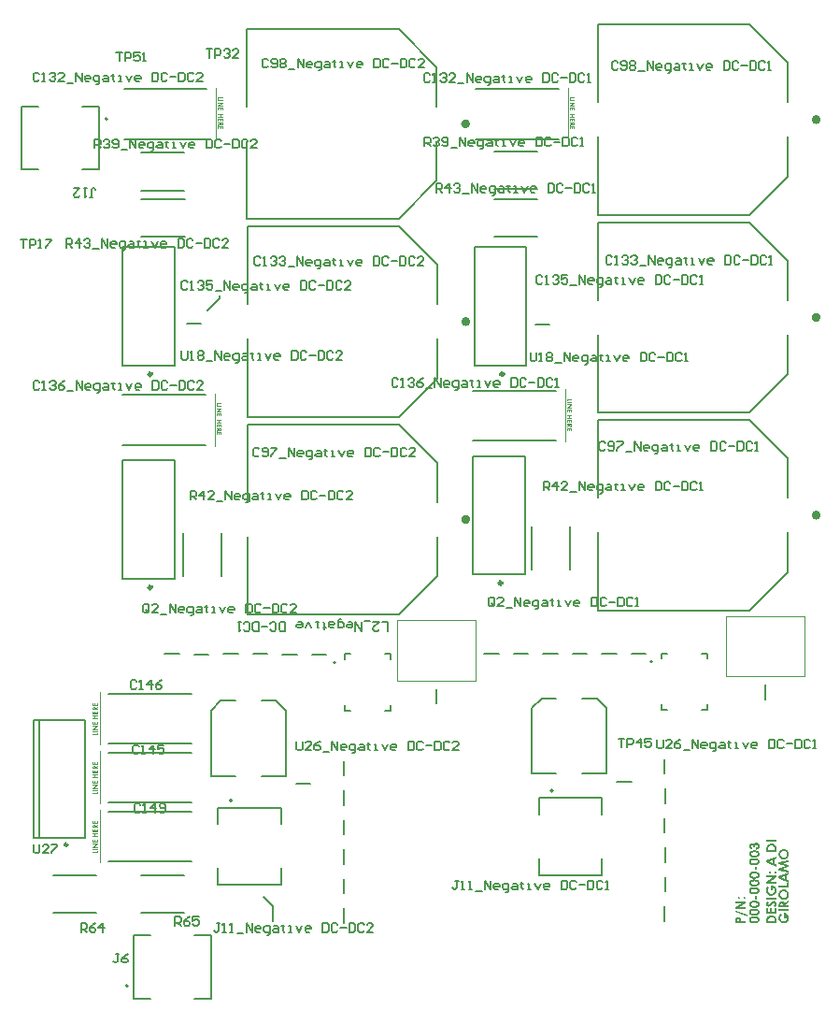
<source format=gto>
G04*
G04 #@! TF.GenerationSoftware,Altium Limited,Altium Designer,20.0.12 (288)*
G04*
G04 Layer_Color=65535*
%FSLAX25Y25*%
%MOIN*%
G70*
G01*
G75*
%ADD10C,0.00787*%
%ADD11C,0.01575*%
%ADD12C,0.01181*%
%ADD13C,0.00984*%
%ADD14C,0.00472*%
%ADD15C,0.00500*%
%ADD16C,0.00600*%
%ADD17C,0.00394*%
%ADD18C,0.00591*%
G36*
X200542Y217502D02*
X199024D01*
Y216988D01*
X198687D01*
Y217856D01*
X200542D01*
Y217502D01*
D02*
G37*
G36*
Y216393D02*
X198687D01*
Y216744D01*
X200542D01*
Y216393D01*
D02*
G37*
G36*
Y215657D02*
X199321Y214863D01*
X200542D01*
Y214510D01*
X198687D01*
Y214853D01*
X199904Y215642D01*
X198687D01*
Y215996D01*
X200542D01*
Y215657D01*
D02*
G37*
G36*
Y213074D02*
X200197D01*
Y213735D01*
X199862D01*
Y213074D01*
X199523D01*
Y213735D01*
X199034D01*
Y213074D01*
X198687D01*
Y214086D01*
X200542D01*
Y213074D01*
D02*
G37*
G36*
Y211666D02*
X199843D01*
Y211046D01*
X200542D01*
Y210689D01*
X198687D01*
Y211046D01*
X199501D01*
Y211666D01*
X198687D01*
Y212024D01*
X200542D01*
Y211666D01*
D02*
G37*
G36*
Y209254D02*
X200197D01*
Y209915D01*
X199862D01*
Y209254D01*
X199523D01*
Y209915D01*
X199034D01*
Y209254D01*
X198687D01*
Y210266D01*
X200542D01*
Y209254D01*
D02*
G37*
G36*
Y208498D02*
X200541Y208476D01*
Y208452D01*
X200539Y208423D01*
X200538Y208391D01*
X200535Y208357D01*
X200532Y208321D01*
X200529Y208285D01*
X200519Y208212D01*
X200513Y208178D01*
X200506Y208146D01*
X200497Y208115D01*
X200487Y208089D01*
Y208088D01*
X200484Y208083D01*
X200481Y208076D01*
X200477Y208067D01*
X200471Y208056D01*
X200462Y208044D01*
X200453Y208030D01*
X200443Y208014D01*
X200432Y207998D01*
X200419Y207980D01*
X200403Y207963D01*
X200387Y207946D01*
X200368Y207928D01*
X200349Y207911D01*
X200327Y207895D01*
X200304Y207879D01*
X200303Y207877D01*
X200298Y207876D01*
X200291Y207872D01*
X200281Y207866D01*
X200269Y207860D01*
X200255Y207854D01*
X200237Y207847D01*
X200219Y207838D01*
X200197Y207831D01*
X200175Y207824D01*
X200149Y207818D01*
X200123Y207812D01*
X200095Y207806D01*
X200065Y207802D01*
X200034Y207801D01*
X200003Y207799D01*
X200001D01*
X199994D01*
X199985D01*
X199972Y207801D01*
X199956Y207802D01*
X199939Y207804D01*
X199918Y207806D01*
X199895Y207811D01*
X199847Y207821D01*
X199823Y207828D01*
X199797Y207837D01*
X199771Y207847D01*
X199746Y207859D01*
X199720Y207872D01*
X199697Y207888D01*
X199695Y207889D01*
X199691Y207892D01*
X199685Y207896D01*
X199676Y207904D01*
X199666Y207914D01*
X199655Y207925D01*
X199642Y207938D01*
X199628Y207954D01*
X199613Y207972D01*
X199598Y207991D01*
X199582Y208012D01*
X199568Y208035D01*
X199552Y208062D01*
X199537Y208089D01*
X199524Y208120D01*
X199511Y208152D01*
X198687Y207712D01*
Y208098D01*
X199473Y208517D01*
Y208547D01*
X198687D01*
Y208900D01*
X200542D01*
Y208498D01*
D02*
G37*
G36*
Y206413D02*
X200197D01*
Y207074D01*
X199862D01*
Y206413D01*
X199523D01*
Y207074D01*
X199034D01*
Y206413D01*
X198687D01*
Y207425D01*
X200542D01*
Y206413D01*
D02*
G37*
G36*
X266275Y59651D02*
X266308Y59648D01*
X266350Y59642D01*
X266397Y59634D01*
X266449Y59623D01*
X266508Y59609D01*
X266568Y59590D01*
X266635Y59567D01*
X266701Y59540D01*
X266771Y59504D01*
X266837Y59465D01*
X266906Y59418D01*
X266973Y59363D01*
X267037Y59302D01*
X267039Y59299D01*
X267050Y59285D01*
X267067Y59266D01*
X267089Y59238D01*
X267114Y59205D01*
X267142Y59160D01*
X267169Y59113D01*
X267200Y59058D01*
X267233Y58997D01*
X267261Y58928D01*
X267289Y58853D01*
X267314Y58775D01*
X267336Y58689D01*
X267352Y58601D01*
X267363Y58504D01*
X267366Y58404D01*
Y58382D01*
X267363Y58354D01*
X267361Y58318D01*
X267358Y58274D01*
X267350Y58224D01*
X267341Y58169D01*
X267327Y58105D01*
X267311Y58041D01*
X267291Y57972D01*
X267267Y57903D01*
X267236Y57833D01*
X267200Y57761D01*
X267158Y57695D01*
X267111Y57629D01*
X267056Y57565D01*
X267053Y57562D01*
X267042Y57551D01*
X267023Y57534D01*
X266998Y57515D01*
X266967Y57490D01*
X266929Y57459D01*
X266884Y57432D01*
X266832Y57399D01*
X266773Y57368D01*
X266710Y57335D01*
X266640Y57307D01*
X266566Y57279D01*
X266482Y57254D01*
X266397Y57235D01*
X266302Y57218D01*
X266206Y57210D01*
Y57878D01*
X266208D01*
X266217Y57881D01*
X266233Y57883D01*
X266250Y57886D01*
X266275Y57892D01*
X266300Y57900D01*
X266330Y57908D01*
X266361Y57916D01*
X266427Y57942D01*
X266496Y57975D01*
X266560Y58016D01*
X266588Y58041D01*
X266616Y58066D01*
X266618Y58069D01*
X266621Y58074D01*
X266627Y58083D01*
X266635Y58094D01*
X266646Y58108D01*
X266657Y58124D01*
X266668Y58147D01*
X266682Y58169D01*
X266707Y58224D01*
X266726Y58288D01*
X266743Y58360D01*
X266746Y58398D01*
X266748Y58440D01*
Y58462D01*
X266746Y58479D01*
X266743Y58501D01*
X266740Y58523D01*
X266729Y58579D01*
X266712Y58640D01*
X266685Y58706D01*
X266668Y58739D01*
X266649Y58772D01*
X266624Y58803D01*
X266599Y58833D01*
X266596Y58836D01*
X266591Y58839D01*
X266582Y58847D01*
X266571Y58858D01*
X266557Y58869D01*
X266538Y58883D01*
X266519Y58897D01*
X266496Y58911D01*
X266441Y58939D01*
X266377Y58964D01*
X266305Y58983D01*
X266266Y58986D01*
X266228Y58988D01*
X266225D01*
X266217D01*
X266203D01*
X266186Y58986D01*
X266167Y58983D01*
X266142Y58978D01*
X266114Y58972D01*
X266084Y58964D01*
X266053Y58952D01*
X266020Y58936D01*
X265987Y58919D01*
X265951Y58900D01*
X265917Y58875D01*
X265884Y58847D01*
X265851Y58814D01*
X265818Y58778D01*
X265815Y58775D01*
X265809Y58770D01*
X265801Y58756D01*
X265793Y58739D01*
X265779Y58717D01*
X265765Y58692D01*
X265749Y58662D01*
X265735Y58626D01*
X265718Y58584D01*
X265701Y58540D01*
X265688Y58490D01*
X265674Y58437D01*
X265663Y58379D01*
X265654Y58315D01*
X265649Y58249D01*
X265646Y58177D01*
X265067D01*
Y58188D01*
X265064Y58199D01*
Y58216D01*
X265061Y58238D01*
X265059Y58260D01*
X265051Y58313D01*
X265042Y58371D01*
X265028Y58432D01*
X265014Y58487D01*
X265006Y58512D01*
X264995Y58537D01*
Y58540D01*
X264992Y58543D01*
X264984Y58556D01*
X264970Y58579D01*
X264953Y58606D01*
X264931Y58634D01*
X264904Y58664D01*
X264873Y58695D01*
X264840Y58723D01*
X264834Y58725D01*
X264823Y58734D01*
X264801Y58745D01*
X264776Y58756D01*
X264746Y58767D01*
X264710Y58778D01*
X264671Y58786D01*
X264629Y58789D01*
X264627D01*
X264624D01*
X264616D01*
X264604Y58786D01*
X264580Y58784D01*
X264546Y58775D01*
X264508Y58764D01*
X264469Y58745D01*
X264427Y58720D01*
X264391Y58687D01*
X264386Y58681D01*
X264375Y58667D01*
X264361Y58645D01*
X264341Y58617D01*
X264325Y58579D01*
X264308Y58531D01*
X264297Y58479D01*
X264294Y58421D01*
Y58396D01*
X264300Y58368D01*
X264305Y58335D01*
X264316Y58293D01*
X264330Y58249D01*
X264352Y58202D01*
X264383Y58157D01*
X264386Y58152D01*
X264400Y58138D01*
X264419Y58119D01*
X264444Y58094D01*
X264477Y58069D01*
X264516Y58041D01*
X264560Y58019D01*
X264610Y58000D01*
Y57351D01*
X264604D01*
X264593Y57354D01*
X264571Y57357D01*
X264546Y57363D01*
X264513Y57371D01*
X264474Y57379D01*
X264430Y57390D01*
X264386Y57404D01*
X264336Y57421D01*
X264286Y57443D01*
X264233Y57465D01*
X264181Y57490D01*
X264128Y57520D01*
X264075Y57554D01*
X264028Y57590D01*
X263981Y57631D01*
X263979Y57634D01*
X263967Y57645D01*
X263951Y57665D01*
X263929Y57689D01*
X263904Y57723D01*
X263876Y57759D01*
X263845Y57803D01*
X263812Y57856D01*
X263782Y57911D01*
X263751Y57972D01*
X263724Y58038D01*
X263699Y58110D01*
X263677Y58188D01*
X263660Y58268D01*
X263649Y58354D01*
X263646Y58443D01*
Y58462D01*
X263649Y58484D01*
X263652Y58515D01*
X263654Y58554D01*
X263660Y58598D01*
X263668Y58645D01*
X263679Y58698D01*
X263696Y58756D01*
X263713Y58814D01*
X263735Y58875D01*
X263762Y58936D01*
X263796Y58997D01*
X263832Y59058D01*
X263873Y59119D01*
X263923Y59174D01*
X263926Y59177D01*
X263937Y59188D01*
X263951Y59202D01*
X263973Y59221D01*
X263998Y59243D01*
X264031Y59268D01*
X264067Y59296D01*
X264109Y59324D01*
X264156Y59351D01*
X264206Y59376D01*
X264258Y59401D01*
X264316Y59423D01*
X264377Y59443D01*
X264441Y59457D01*
X264510Y59468D01*
X264580Y59470D01*
X264582D01*
X264591D01*
X264602D01*
X264618Y59468D01*
X264640D01*
X264665Y59465D01*
X264693Y59459D01*
X264724Y59454D01*
X264790Y59440D01*
X264862Y59415D01*
X264937Y59385D01*
X264976Y59363D01*
X265012Y59340D01*
X265014Y59338D01*
X265020Y59335D01*
X265031Y59326D01*
X265045Y59315D01*
X265061Y59302D01*
X265078Y59288D01*
X265100Y59268D01*
X265123Y59246D01*
X265147Y59218D01*
X265175Y59191D01*
X265200Y59160D01*
X265228Y59127D01*
X265278Y59052D01*
X265328Y58966D01*
Y58969D01*
X265333Y58980D01*
X265338Y58997D01*
X265347Y59019D01*
X265358Y59047D01*
X265369Y59077D01*
X265386Y59113D01*
X265405Y59149D01*
X265427Y59191D01*
X265449Y59229D01*
X265477Y59274D01*
X265508Y59315D01*
X265541Y59357D01*
X265580Y59396D01*
X265618Y59434D01*
X265663Y59470D01*
X265665Y59473D01*
X265674Y59479D01*
X265688Y59487D01*
X265704Y59498D01*
X265729Y59512D01*
X265757Y59529D01*
X265787Y59545D01*
X265823Y59562D01*
X265862Y59579D01*
X265906Y59595D01*
X265953Y59612D01*
X266003Y59626D01*
X266056Y59637D01*
X266111Y59645D01*
X266167Y59651D01*
X266228Y59653D01*
X266233D01*
X266250D01*
X266275Y59651D01*
D02*
G37*
G36*
X265599Y56922D02*
X265624D01*
X265682Y56919D01*
X265751Y56917D01*
X265829Y56911D01*
X265909Y56906D01*
X265998Y56897D01*
X266086Y56886D01*
X266178Y56875D01*
X266269Y56858D01*
X266361Y56839D01*
X266446Y56820D01*
X266530Y56795D01*
X266607Y56767D01*
X266613Y56764D01*
X266624Y56759D01*
X266643Y56750D01*
X266671Y56739D01*
X266704Y56723D01*
X266740Y56703D01*
X266782Y56681D01*
X266826Y56656D01*
X266873Y56629D01*
X266920Y56598D01*
X266967Y56562D01*
X267014Y56526D01*
X267061Y56485D01*
X267106Y56443D01*
X267147Y56396D01*
X267183Y56349D01*
X267186Y56346D01*
X267192Y56338D01*
X267200Y56321D01*
X267211Y56302D01*
X267225Y56277D01*
X267242Y56246D01*
X267258Y56210D01*
X267275Y56169D01*
X267291Y56124D01*
X267308Y56075D01*
X267325Y56019D01*
X267338Y55961D01*
X267350Y55897D01*
X267358Y55834D01*
X267363Y55761D01*
X267366Y55690D01*
Y55651D01*
X267363Y55623D01*
X267361Y55590D01*
X267355Y55548D01*
X267350Y55504D01*
X267344Y55457D01*
X267333Y55404D01*
X267322Y55352D01*
X267308Y55296D01*
X267289Y55238D01*
X267269Y55183D01*
X267244Y55127D01*
X267217Y55072D01*
X267183Y55019D01*
X267181Y55016D01*
X267175Y55008D01*
X267164Y54994D01*
X267147Y54975D01*
X267128Y54953D01*
X267106Y54925D01*
X267075Y54895D01*
X267042Y54864D01*
X267006Y54831D01*
X266965Y54795D01*
X266917Y54761D01*
X266868Y54725D01*
X266812Y54690D01*
X266754Y54656D01*
X266690Y54623D01*
X266621Y54593D01*
X266616Y54590D01*
X266604Y54587D01*
X266582Y54579D01*
X266552Y54568D01*
X266513Y54557D01*
X266463Y54545D01*
X266408Y54532D01*
X266344Y54518D01*
X266272Y54501D01*
X266192Y54487D01*
X266103Y54476D01*
X266006Y54465D01*
X265901Y54454D01*
X265790Y54446D01*
X265671Y54443D01*
X265544Y54440D01*
X265541D01*
X265532D01*
X265519D01*
X265502D01*
X265477D01*
X265449Y54443D01*
X265419D01*
X265383Y54446D01*
X265347D01*
X265302Y54448D01*
X265258Y54451D01*
X265211Y54457D01*
X265109Y54465D01*
X265001Y54479D01*
X264887Y54493D01*
X264771Y54512D01*
X264652Y54537D01*
X264535Y54568D01*
X264422Y54601D01*
X264316Y54640D01*
X264217Y54687D01*
X264170Y54712D01*
X264128Y54739D01*
X264125D01*
X264123Y54742D01*
X264106Y54756D01*
X264084Y54775D01*
X264053Y54800D01*
X264017Y54836D01*
X263976Y54878D01*
X263931Y54925D01*
X263887Y54980D01*
X263843Y55044D01*
X263798Y55113D01*
X263757Y55191D01*
X263721Y55274D01*
X263690Y55363D01*
X263666Y55460D01*
X263652Y55562D01*
X263646Y55615D01*
Y55709D01*
X263649Y55734D01*
X263652Y55770D01*
X263657Y55809D01*
X263663Y55850D01*
X263671Y55900D01*
X263679Y55950D01*
X263693Y56002D01*
X263707Y56058D01*
X263726Y56116D01*
X263749Y56172D01*
X263773Y56230D01*
X263804Y56285D01*
X263837Y56338D01*
X263840Y56340D01*
X263845Y56349D01*
X263857Y56365D01*
X263873Y56385D01*
X263893Y56407D01*
X263917Y56435D01*
X263948Y56465D01*
X263981Y56495D01*
X264020Y56532D01*
X264064Y56568D01*
X264111Y56601D01*
X264164Y56637D01*
X264219Y56673D01*
X264280Y56709D01*
X264347Y56739D01*
X264419Y56770D01*
X264424Y56773D01*
X264438Y56775D01*
X264460Y56784D01*
X264491Y56795D01*
X264530Y56806D01*
X264580Y56820D01*
X264635Y56833D01*
X264701Y56847D01*
X264774Y56861D01*
X264857Y56875D01*
X264945Y56889D01*
X265042Y56900D01*
X265147Y56911D01*
X265261Y56919D01*
X265380Y56922D01*
X265508Y56925D01*
X265510D01*
X265516D01*
X265524D01*
X265538D01*
X265555D01*
X265574D01*
X265599Y56922D01*
D02*
G37*
G36*
Y54160D02*
X265624D01*
X265682Y54158D01*
X265751Y54155D01*
X265829Y54149D01*
X265909Y54144D01*
X265998Y54136D01*
X266086Y54124D01*
X266178Y54113D01*
X266269Y54097D01*
X266361Y54077D01*
X266446Y54058D01*
X266530Y54033D01*
X266607Y54005D01*
X266613Y54002D01*
X266624Y53997D01*
X266643Y53989D01*
X266671Y53978D01*
X266704Y53961D01*
X266740Y53942D01*
X266782Y53919D01*
X266826Y53895D01*
X266873Y53867D01*
X266920Y53836D01*
X266967Y53800D01*
X267014Y53764D01*
X267061Y53723D01*
X267106Y53681D01*
X267147Y53634D01*
X267183Y53587D01*
X267186Y53584D01*
X267192Y53576D01*
X267200Y53559D01*
X267211Y53540D01*
X267225Y53515D01*
X267242Y53485D01*
X267258Y53448D01*
X267275Y53407D01*
X267291Y53363D01*
X267308Y53313D01*
X267325Y53257D01*
X267338Y53199D01*
X267350Y53136D01*
X267358Y53072D01*
X267363Y53000D01*
X267366Y52928D01*
Y52889D01*
X267363Y52861D01*
X267361Y52828D01*
X267355Y52786D01*
X267350Y52742D01*
X267344Y52695D01*
X267333Y52643D01*
X267322Y52590D01*
X267308Y52534D01*
X267289Y52476D01*
X267269Y52421D01*
X267244Y52365D01*
X267217Y52310D01*
X267183Y52257D01*
X267181Y52255D01*
X267175Y52246D01*
X267164Y52232D01*
X267147Y52213D01*
X267128Y52191D01*
X267106Y52163D01*
X267075Y52133D01*
X267042Y52102D01*
X267006Y52069D01*
X266965Y52033D01*
X266917Y52000D01*
X266868Y51964D01*
X266812Y51928D01*
X266754Y51895D01*
X266690Y51861D01*
X266621Y51831D01*
X266616Y51828D01*
X266604Y51825D01*
X266582Y51817D01*
X266552Y51806D01*
X266513Y51795D01*
X266463Y51784D01*
X266408Y51770D01*
X266344Y51756D01*
X266272Y51739D01*
X266192Y51726D01*
X266103Y51714D01*
X266006Y51703D01*
X265901Y51692D01*
X265790Y51684D01*
X265671Y51681D01*
X265544Y51679D01*
X265541D01*
X265532D01*
X265519D01*
X265502D01*
X265477D01*
X265449Y51681D01*
X265419D01*
X265383Y51684D01*
X265347D01*
X265302Y51687D01*
X265258Y51690D01*
X265211Y51695D01*
X265109Y51703D01*
X265001Y51717D01*
X264887Y51731D01*
X264771Y51750D01*
X264652Y51775D01*
X264535Y51806D01*
X264422Y51839D01*
X264316Y51878D01*
X264217Y51925D01*
X264170Y51950D01*
X264128Y51978D01*
X264125D01*
X264123Y51980D01*
X264106Y51994D01*
X264084Y52014D01*
X264053Y52039D01*
X264017Y52075D01*
X263976Y52116D01*
X263931Y52163D01*
X263887Y52219D01*
X263843Y52282D01*
X263798Y52352D01*
X263757Y52429D01*
X263721Y52512D01*
X263690Y52601D01*
X263666Y52698D01*
X263652Y52800D01*
X263646Y52853D01*
Y52947D01*
X263649Y52972D01*
X263652Y53008D01*
X263657Y53047D01*
X263663Y53088D01*
X263671Y53138D01*
X263679Y53188D01*
X263693Y53241D01*
X263707Y53296D01*
X263726Y53354D01*
X263749Y53410D01*
X263773Y53468D01*
X263804Y53523D01*
X263837Y53576D01*
X263840Y53579D01*
X263845Y53587D01*
X263857Y53604D01*
X263873Y53623D01*
X263893Y53645D01*
X263917Y53673D01*
X263948Y53703D01*
X263981Y53734D01*
X264020Y53770D01*
X264064Y53806D01*
X264111Y53839D01*
X264164Y53875D01*
X264219Y53911D01*
X264280Y53947D01*
X264347Y53978D01*
X264419Y54008D01*
X264424Y54011D01*
X264438Y54014D01*
X264460Y54022D01*
X264491Y54033D01*
X264530Y54044D01*
X264580Y54058D01*
X264635Y54072D01*
X264701Y54086D01*
X264774Y54100D01*
X264857Y54113D01*
X264945Y54127D01*
X265042Y54138D01*
X265147Y54149D01*
X265261Y54158D01*
X265380Y54160D01*
X265508Y54163D01*
X265510D01*
X265516D01*
X265524D01*
X265538D01*
X265555D01*
X265574D01*
X265599Y54160D01*
D02*
G37*
G36*
X266278Y49892D02*
X265665D01*
Y51116D01*
X266278D01*
Y49892D01*
D02*
G37*
G36*
X265599Y49327D02*
X265624D01*
X265682Y49324D01*
X265751Y49321D01*
X265829Y49316D01*
X265909Y49310D01*
X265998Y49302D01*
X266086Y49291D01*
X266178Y49280D01*
X266269Y49263D01*
X266361Y49244D01*
X266446Y49224D01*
X266530Y49199D01*
X266607Y49172D01*
X266613Y49169D01*
X266624Y49163D01*
X266643Y49155D01*
X266671Y49144D01*
X266704Y49127D01*
X266740Y49108D01*
X266782Y49086D01*
X266826Y49061D01*
X266873Y49033D01*
X266920Y49003D01*
X266967Y48967D01*
X267014Y48931D01*
X267061Y48889D01*
X267106Y48848D01*
X267147Y48801D01*
X267183Y48753D01*
X267186Y48751D01*
X267192Y48742D01*
X267200Y48726D01*
X267211Y48706D01*
X267225Y48681D01*
X267242Y48651D01*
X267258Y48615D01*
X267275Y48573D01*
X267291Y48529D01*
X267308Y48479D01*
X267325Y48424D01*
X267338Y48366D01*
X267350Y48302D01*
X267358Y48238D01*
X267363Y48166D01*
X267366Y48094D01*
Y48055D01*
X267363Y48028D01*
X267361Y47994D01*
X267355Y47953D01*
X267350Y47908D01*
X267344Y47861D01*
X267333Y47809D01*
X267322Y47756D01*
X267308Y47701D01*
X267289Y47643D01*
X267269Y47587D01*
X267244Y47532D01*
X267217Y47476D01*
X267183Y47424D01*
X267181Y47421D01*
X267175Y47413D01*
X267164Y47399D01*
X267147Y47379D01*
X267128Y47357D01*
X267106Y47330D01*
X267075Y47299D01*
X267042Y47269D01*
X267006Y47235D01*
X266965Y47199D01*
X266917Y47166D01*
X266868Y47130D01*
X266812Y47094D01*
X266754Y47061D01*
X266690Y47028D01*
X266621Y46997D01*
X266616Y46994D01*
X266604Y46992D01*
X266582Y46983D01*
X266552Y46972D01*
X266513Y46961D01*
X266463Y46950D01*
X266408Y46936D01*
X266344Y46922D01*
X266272Y46906D01*
X266192Y46892D01*
X266103Y46881D01*
X266006Y46870D01*
X265901Y46859D01*
X265790Y46850D01*
X265671Y46848D01*
X265544Y46845D01*
X265541D01*
X265532D01*
X265519D01*
X265502D01*
X265477D01*
X265449Y46848D01*
X265419D01*
X265383Y46850D01*
X265347D01*
X265302Y46853D01*
X265258Y46856D01*
X265211Y46861D01*
X265109Y46870D01*
X265001Y46884D01*
X264887Y46898D01*
X264771Y46917D01*
X264652Y46942D01*
X264535Y46972D01*
X264422Y47006D01*
X264316Y47044D01*
X264217Y47091D01*
X264170Y47116D01*
X264128Y47144D01*
X264125D01*
X264123Y47147D01*
X264106Y47161D01*
X264084Y47180D01*
X264053Y47205D01*
X264017Y47241D01*
X263976Y47282D01*
X263931Y47330D01*
X263887Y47385D01*
X263843Y47449D01*
X263798Y47518D01*
X263757Y47596D01*
X263721Y47679D01*
X263690Y47767D01*
X263666Y47864D01*
X263652Y47967D01*
X263646Y48019D01*
Y48114D01*
X263649Y48138D01*
X263652Y48175D01*
X263657Y48213D01*
X263663Y48255D01*
X263671Y48305D01*
X263679Y48355D01*
X263693Y48407D01*
X263707Y48463D01*
X263726Y48521D01*
X263749Y48576D01*
X263773Y48634D01*
X263804Y48690D01*
X263837Y48742D01*
X263840Y48745D01*
X263845Y48753D01*
X263857Y48770D01*
X263873Y48789D01*
X263893Y48812D01*
X263917Y48839D01*
X263948Y48870D01*
X263981Y48900D01*
X264020Y48936D01*
X264064Y48972D01*
X264111Y49005D01*
X264164Y49042D01*
X264219Y49077D01*
X264280Y49114D01*
X264347Y49144D01*
X264419Y49174D01*
X264424Y49177D01*
X264438Y49180D01*
X264460Y49188D01*
X264491Y49199D01*
X264530Y49210D01*
X264580Y49224D01*
X264635Y49238D01*
X264701Y49252D01*
X264774Y49266D01*
X264857Y49280D01*
X264945Y49294D01*
X265042Y49305D01*
X265147Y49316D01*
X265261Y49324D01*
X265380Y49327D01*
X265508Y49330D01*
X265510D01*
X265516D01*
X265524D01*
X265538D01*
X265555D01*
X265574D01*
X265599Y49327D01*
D02*
G37*
G36*
Y46565D02*
X265624D01*
X265682Y46562D01*
X265751Y46560D01*
X265829Y46554D01*
X265909Y46549D01*
X265998Y46540D01*
X266086Y46529D01*
X266178Y46518D01*
X266269Y46501D01*
X266361Y46482D01*
X266446Y46463D01*
X266530Y46438D01*
X266607Y46410D01*
X266613Y46407D01*
X266624Y46402D01*
X266643Y46393D01*
X266671Y46382D01*
X266704Y46366D01*
X266740Y46346D01*
X266782Y46324D01*
X266826Y46299D01*
X266873Y46271D01*
X266920Y46241D01*
X266967Y46205D01*
X267014Y46169D01*
X267061Y46127D01*
X267106Y46086D01*
X267147Y46039D01*
X267183Y45992D01*
X267186Y45989D01*
X267192Y45981D01*
X267200Y45964D01*
X267211Y45945D01*
X267225Y45920D01*
X267242Y45889D01*
X267258Y45853D01*
X267275Y45812D01*
X267291Y45767D01*
X267308Y45717D01*
X267325Y45662D01*
X267338Y45604D01*
X267350Y45540D01*
X267358Y45476D01*
X267363Y45404D01*
X267366Y45332D01*
Y45294D01*
X267363Y45266D01*
X267361Y45233D01*
X267355Y45191D01*
X267350Y45147D01*
X267344Y45100D01*
X267333Y45047D01*
X267322Y44995D01*
X267308Y44939D01*
X267289Y44881D01*
X267269Y44826D01*
X267244Y44770D01*
X267217Y44715D01*
X267183Y44662D01*
X267181Y44659D01*
X267175Y44651D01*
X267164Y44637D01*
X267147Y44618D01*
X267128Y44596D01*
X267106Y44568D01*
X267075Y44537D01*
X267042Y44507D01*
X267006Y44474D01*
X266965Y44438D01*
X266917Y44405D01*
X266868Y44368D01*
X266812Y44333D01*
X266754Y44299D01*
X266690Y44266D01*
X266621Y44236D01*
X266616Y44233D01*
X266604Y44230D01*
X266582Y44222D01*
X266552Y44211D01*
X266513Y44199D01*
X266463Y44188D01*
X266408Y44175D01*
X266344Y44161D01*
X266272Y44144D01*
X266192Y44130D01*
X266103Y44119D01*
X266006Y44108D01*
X265901Y44097D01*
X265790Y44089D01*
X265671Y44086D01*
X265544Y44083D01*
X265541D01*
X265532D01*
X265519D01*
X265502D01*
X265477D01*
X265449Y44086D01*
X265419D01*
X265383Y44089D01*
X265347D01*
X265302Y44091D01*
X265258Y44094D01*
X265211Y44100D01*
X265109Y44108D01*
X265001Y44122D01*
X264887Y44136D01*
X264771Y44155D01*
X264652Y44180D01*
X264535Y44211D01*
X264422Y44244D01*
X264316Y44283D01*
X264217Y44330D01*
X264170Y44355D01*
X264128Y44382D01*
X264125D01*
X264123Y44385D01*
X264106Y44399D01*
X264084Y44418D01*
X264053Y44443D01*
X264017Y44479D01*
X263976Y44521D01*
X263931Y44568D01*
X263887Y44623D01*
X263843Y44687D01*
X263798Y44756D01*
X263757Y44834D01*
X263721Y44917D01*
X263690Y45006D01*
X263666Y45103D01*
X263652Y45205D01*
X263646Y45258D01*
Y45352D01*
X263649Y45377D01*
X263652Y45413D01*
X263657Y45452D01*
X263663Y45493D01*
X263671Y45543D01*
X263679Y45593D01*
X263693Y45645D01*
X263707Y45701D01*
X263726Y45759D01*
X263749Y45814D01*
X263773Y45873D01*
X263804Y45928D01*
X263837Y45981D01*
X263840Y45983D01*
X263845Y45992D01*
X263857Y46008D01*
X263873Y46028D01*
X263893Y46050D01*
X263917Y46078D01*
X263948Y46108D01*
X263981Y46139D01*
X264020Y46174D01*
X264064Y46211D01*
X264111Y46244D01*
X264164Y46280D01*
X264219Y46316D01*
X264280Y46352D01*
X264347Y46382D01*
X264419Y46413D01*
X264424Y46415D01*
X264438Y46418D01*
X264460Y46427D01*
X264491Y46438D01*
X264530Y46449D01*
X264580Y46463D01*
X264635Y46476D01*
X264701Y46490D01*
X264774Y46504D01*
X264857Y46518D01*
X264945Y46532D01*
X265042Y46543D01*
X265147Y46554D01*
X265261Y46562D01*
X265380Y46565D01*
X265508Y46568D01*
X265510D01*
X265516D01*
X265524D01*
X265538D01*
X265555D01*
X265574D01*
X265599Y46565D01*
D02*
G37*
G36*
Y43803D02*
X265624D01*
X265682Y43801D01*
X265751Y43798D01*
X265829Y43792D01*
X265909Y43787D01*
X265998Y43778D01*
X266086Y43767D01*
X266178Y43756D01*
X266269Y43740D01*
X266361Y43720D01*
X266446Y43701D01*
X266530Y43676D01*
X266607Y43648D01*
X266613Y43646D01*
X266624Y43640D01*
X266643Y43632D01*
X266671Y43621D01*
X266704Y43604D01*
X266740Y43585D01*
X266782Y43562D01*
X266826Y43538D01*
X266873Y43510D01*
X266920Y43479D01*
X266967Y43443D01*
X267014Y43407D01*
X267061Y43366D01*
X267106Y43324D01*
X267147Y43277D01*
X267183Y43230D01*
X267186Y43227D01*
X267192Y43219D01*
X267200Y43202D01*
X267211Y43183D01*
X267225Y43158D01*
X267242Y43128D01*
X267258Y43091D01*
X267275Y43050D01*
X267291Y43006D01*
X267308Y42956D01*
X267325Y42900D01*
X267338Y42842D01*
X267350Y42779D01*
X267358Y42715D01*
X267363Y42643D01*
X267366Y42571D01*
Y42532D01*
X267363Y42504D01*
X267361Y42471D01*
X267355Y42430D01*
X267350Y42385D01*
X267344Y42338D01*
X267333Y42285D01*
X267322Y42233D01*
X267308Y42177D01*
X267289Y42119D01*
X267269Y42064D01*
X267244Y42008D01*
X267217Y41953D01*
X267183Y41900D01*
X267181Y41898D01*
X267175Y41889D01*
X267164Y41875D01*
X267147Y41856D01*
X267128Y41834D01*
X267106Y41806D01*
X267075Y41776D01*
X267042Y41745D01*
X267006Y41712D01*
X266965Y41676D01*
X266917Y41643D01*
X266868Y41607D01*
X266812Y41571D01*
X266754Y41537D01*
X266690Y41504D01*
X266621Y41474D01*
X266616Y41471D01*
X266604Y41468D01*
X266582Y41460D01*
X266552Y41449D01*
X266513Y41438D01*
X266463Y41427D01*
X266408Y41413D01*
X266344Y41399D01*
X266272Y41382D01*
X266192Y41369D01*
X266103Y41357D01*
X266006Y41346D01*
X265901Y41335D01*
X265790Y41327D01*
X265671Y41324D01*
X265544Y41322D01*
X265541D01*
X265532D01*
X265519D01*
X265502D01*
X265477D01*
X265449Y41324D01*
X265419D01*
X265383Y41327D01*
X265347D01*
X265302Y41330D01*
X265258Y41333D01*
X265211Y41338D01*
X265109Y41346D01*
X265001Y41360D01*
X264887Y41374D01*
X264771Y41394D01*
X264652Y41418D01*
X264535Y41449D01*
X264422Y41482D01*
X264316Y41521D01*
X264217Y41568D01*
X264170Y41593D01*
X264128Y41621D01*
X264125D01*
X264123Y41623D01*
X264106Y41637D01*
X264084Y41657D01*
X264053Y41682D01*
X264017Y41718D01*
X263976Y41759D01*
X263931Y41806D01*
X263887Y41862D01*
X263843Y41925D01*
X263798Y41995D01*
X263757Y42072D01*
X263721Y42155D01*
X263690Y42244D01*
X263666Y42341D01*
X263652Y42443D01*
X263646Y42496D01*
Y42590D01*
X263649Y42615D01*
X263652Y42651D01*
X263657Y42690D01*
X263663Y42731D01*
X263671Y42781D01*
X263679Y42831D01*
X263693Y42884D01*
X263707Y42939D01*
X263726Y42997D01*
X263749Y43053D01*
X263773Y43111D01*
X263804Y43166D01*
X263837Y43219D01*
X263840Y43222D01*
X263845Y43230D01*
X263857Y43247D01*
X263873Y43266D01*
X263893Y43288D01*
X263917Y43316D01*
X263948Y43346D01*
X263981Y43377D01*
X264020Y43413D01*
X264064Y43449D01*
X264111Y43482D01*
X264164Y43518D01*
X264219Y43554D01*
X264280Y43590D01*
X264347Y43621D01*
X264419Y43651D01*
X264424Y43654D01*
X264438Y43657D01*
X264460Y43665D01*
X264491Y43676D01*
X264530Y43687D01*
X264580Y43701D01*
X264635Y43715D01*
X264701Y43729D01*
X264774Y43742D01*
X264857Y43756D01*
X264945Y43770D01*
X265042Y43781D01*
X265147Y43792D01*
X265261Y43801D01*
X265380Y43803D01*
X265508Y43806D01*
X265510D01*
X265516D01*
X265524D01*
X265538D01*
X265555D01*
X265574D01*
X265599Y43803D01*
D02*
G37*
G36*
X262021Y40308D02*
X262051Y40305D01*
X262087Y40297D01*
X262131Y40283D01*
X262176Y40263D01*
X262220Y40236D01*
X262264Y40200D01*
X262270Y40194D01*
X262281Y40180D01*
X262298Y40155D01*
X262317Y40125D01*
X262339Y40086D01*
X262356Y40039D01*
X262367Y39989D01*
X262372Y39931D01*
Y39917D01*
X262370Y39906D01*
X262367Y39876D01*
X262359Y39840D01*
X262345Y39795D01*
X262328Y39751D01*
X262300Y39707D01*
X262264Y39662D01*
X262259Y39657D01*
X262245Y39646D01*
X262220Y39629D01*
X262190Y39610D01*
X262151Y39588D01*
X262104Y39571D01*
X262054Y39560D01*
X261996Y39554D01*
X261993D01*
X261987D01*
X261982D01*
X261971Y39557D01*
X261940Y39560D01*
X261904Y39568D01*
X261863Y39582D01*
X261818Y39599D01*
X261774Y39626D01*
X261730Y39662D01*
X261724Y39668D01*
X261713Y39682D01*
X261694Y39707D01*
X261674Y39737D01*
X261655Y39776D01*
X261636Y39823D01*
X261625Y39873D01*
X261619Y39931D01*
Y39948D01*
X261622Y39959D01*
X261625Y39986D01*
X261633Y40025D01*
X261647Y40067D01*
X261666Y40111D01*
X261694Y40155D01*
X261730Y40200D01*
X261735Y40205D01*
X261749Y40216D01*
X261774Y40236D01*
X261805Y40255D01*
X261843Y40274D01*
X261888Y40294D01*
X261940Y40305D01*
X261996Y40310D01*
X261999D01*
X262001D01*
X262010D01*
X262021Y40308D01*
D02*
G37*
G36*
X260023D02*
X260054Y40305D01*
X260090Y40297D01*
X260132Y40283D01*
X260176Y40263D01*
X260220Y40236D01*
X260264Y40200D01*
X260270Y40194D01*
X260281Y40180D01*
X260298Y40155D01*
X260317Y40125D01*
X260339Y40086D01*
X260356Y40039D01*
X260367Y39989D01*
X260372Y39931D01*
Y39917D01*
X260370Y39906D01*
X260367Y39876D01*
X260359Y39840D01*
X260345Y39795D01*
X260328Y39751D01*
X260300Y39707D01*
X260264Y39662D01*
X260259Y39657D01*
X260245Y39646D01*
X260220Y39629D01*
X260190Y39610D01*
X260151Y39588D01*
X260107Y39571D01*
X260054Y39560D01*
X259998Y39554D01*
X259996D01*
X259990D01*
X259982D01*
X259971Y39557D01*
X259943Y39560D01*
X259904Y39568D01*
X259863Y39582D01*
X259819Y39599D01*
X259774Y39626D01*
X259730Y39662D01*
X259724Y39668D01*
X259713Y39682D01*
X259694Y39707D01*
X259674Y39737D01*
X259655Y39776D01*
X259636Y39823D01*
X259625Y39873D01*
X259619Y39931D01*
Y39948D01*
X259622Y39959D01*
X259625Y39986D01*
X259633Y40025D01*
X259647Y40067D01*
X259666Y40111D01*
X259694Y40155D01*
X259730Y40200D01*
X259735Y40205D01*
X259749Y40216D01*
X259774Y40236D01*
X259805Y40255D01*
X259843Y40274D01*
X259891Y40294D01*
X259940Y40305D01*
X259998Y40310D01*
X260001D01*
X260004D01*
X260012D01*
X260023Y40308D01*
D02*
G37*
G36*
X266278Y39535D02*
X265665D01*
Y40759D01*
X266278D01*
Y39535D01*
D02*
G37*
G36*
X265599Y38970D02*
X265624D01*
X265682Y38967D01*
X265751Y38964D01*
X265829Y38959D01*
X265909Y38953D01*
X265998Y38945D01*
X266086Y38934D01*
X266178Y38923D01*
X266269Y38906D01*
X266361Y38887D01*
X266446Y38867D01*
X266530Y38842D01*
X266607Y38815D01*
X266613Y38812D01*
X266624Y38806D01*
X266643Y38798D01*
X266671Y38787D01*
X266704Y38770D01*
X266740Y38751D01*
X266782Y38729D01*
X266826Y38704D01*
X266873Y38676D01*
X266920Y38646D01*
X266967Y38610D01*
X267014Y38574D01*
X267061Y38532D01*
X267106Y38491D01*
X267147Y38443D01*
X267183Y38396D01*
X267186Y38394D01*
X267192Y38385D01*
X267200Y38369D01*
X267211Y38349D01*
X267225Y38324D01*
X267242Y38294D01*
X267258Y38258D01*
X267275Y38216D01*
X267291Y38172D01*
X267308Y38122D01*
X267325Y38067D01*
X267338Y38009D01*
X267350Y37945D01*
X267358Y37881D01*
X267363Y37809D01*
X267366Y37737D01*
Y37698D01*
X267363Y37671D01*
X267361Y37637D01*
X267355Y37596D01*
X267350Y37552D01*
X267344Y37504D01*
X267333Y37452D01*
X267322Y37399D01*
X267308Y37344D01*
X267289Y37286D01*
X267269Y37230D01*
X267244Y37175D01*
X267217Y37119D01*
X267183Y37067D01*
X267181Y37064D01*
X267175Y37056D01*
X267164Y37042D01*
X267147Y37022D01*
X267128Y37000D01*
X267106Y36973D01*
X267075Y36942D01*
X267042Y36912D01*
X267006Y36878D01*
X266965Y36842D01*
X266917Y36809D01*
X266868Y36773D01*
X266812Y36737D01*
X266754Y36704D01*
X266690Y36671D01*
X266621Y36640D01*
X266616Y36637D01*
X266604Y36635D01*
X266582Y36626D01*
X266552Y36615D01*
X266513Y36604D01*
X266463Y36593D01*
X266408Y36579D01*
X266344Y36565D01*
X266272Y36549D01*
X266192Y36535D01*
X266103Y36524D01*
X266006Y36513D01*
X265901Y36502D01*
X265790Y36493D01*
X265671Y36491D01*
X265544Y36488D01*
X265541D01*
X265532D01*
X265519D01*
X265502D01*
X265477D01*
X265449Y36491D01*
X265419D01*
X265383Y36493D01*
X265347D01*
X265302Y36496D01*
X265258Y36499D01*
X265211Y36505D01*
X265109Y36513D01*
X265001Y36527D01*
X264887Y36540D01*
X264771Y36560D01*
X264652Y36585D01*
X264535Y36615D01*
X264422Y36648D01*
X264316Y36687D01*
X264217Y36734D01*
X264170Y36759D01*
X264128Y36787D01*
X264125D01*
X264123Y36790D01*
X264106Y36804D01*
X264084Y36823D01*
X264053Y36848D01*
X264017Y36884D01*
X263976Y36926D01*
X263931Y36973D01*
X263887Y37028D01*
X263843Y37092D01*
X263798Y37161D01*
X263757Y37238D01*
X263721Y37322D01*
X263690Y37410D01*
X263666Y37507D01*
X263652Y37610D01*
X263646Y37662D01*
Y37756D01*
X263649Y37781D01*
X263652Y37817D01*
X263657Y37856D01*
X263663Y37898D01*
X263671Y37948D01*
X263679Y37997D01*
X263693Y38050D01*
X263707Y38105D01*
X263726Y38164D01*
X263749Y38219D01*
X263773Y38277D01*
X263804Y38333D01*
X263837Y38385D01*
X263840Y38388D01*
X263845Y38396D01*
X263857Y38413D01*
X263873Y38432D01*
X263893Y38454D01*
X263917Y38482D01*
X263948Y38513D01*
X263981Y38543D01*
X264020Y38579D01*
X264064Y38615D01*
X264111Y38648D01*
X264164Y38684D01*
X264219Y38720D01*
X264280Y38756D01*
X264347Y38787D01*
X264419Y38817D01*
X264424Y38820D01*
X264438Y38823D01*
X264460Y38831D01*
X264491Y38842D01*
X264530Y38853D01*
X264580Y38867D01*
X264635Y38881D01*
X264701Y38895D01*
X264774Y38909D01*
X264857Y38923D01*
X264945Y38936D01*
X265042Y38948D01*
X265147Y38959D01*
X265261Y38967D01*
X265380Y38970D01*
X265508Y38972D01*
X265510D01*
X265516D01*
X265524D01*
X265538D01*
X265555D01*
X265574D01*
X265599Y38970D01*
D02*
G37*
G36*
X262306Y38183D02*
X259982Y36676D01*
X262306D01*
Y36000D01*
X258763D01*
Y36648D01*
X261095Y38164D01*
X258763D01*
Y38840D01*
X262306D01*
Y38183D01*
D02*
G37*
G36*
X265599Y36208D02*
X265624D01*
X265682Y36205D01*
X265751Y36202D01*
X265829Y36197D01*
X265909Y36191D01*
X265998Y36183D01*
X266086Y36172D01*
X266178Y36161D01*
X266269Y36144D01*
X266361Y36125D01*
X266446Y36106D01*
X266530Y36081D01*
X266607Y36053D01*
X266613Y36050D01*
X266624Y36045D01*
X266643Y36036D01*
X266671Y36025D01*
X266704Y36009D01*
X266740Y35989D01*
X266782Y35967D01*
X266826Y35942D01*
X266873Y35914D01*
X266920Y35884D01*
X266967Y35848D01*
X267014Y35812D01*
X267061Y35770D01*
X267106Y35729D01*
X267147Y35682D01*
X267183Y35635D01*
X267186Y35632D01*
X267192Y35624D01*
X267200Y35607D01*
X267211Y35588D01*
X267225Y35563D01*
X267242Y35532D01*
X267258Y35496D01*
X267275Y35455D01*
X267291Y35410D01*
X267308Y35360D01*
X267325Y35305D01*
X267338Y35247D01*
X267350Y35183D01*
X267358Y35120D01*
X267363Y35047D01*
X267366Y34975D01*
Y34937D01*
X267363Y34909D01*
X267361Y34876D01*
X267355Y34834D01*
X267350Y34790D01*
X267344Y34743D01*
X267333Y34690D01*
X267322Y34637D01*
X267308Y34582D01*
X267289Y34524D01*
X267269Y34468D01*
X267244Y34413D01*
X267217Y34358D01*
X267183Y34305D01*
X267181Y34302D01*
X267175Y34294D01*
X267164Y34280D01*
X267147Y34261D01*
X267128Y34239D01*
X267106Y34211D01*
X267075Y34180D01*
X267042Y34150D01*
X267006Y34117D01*
X266965Y34081D01*
X266917Y34047D01*
X266868Y34012D01*
X266812Y33975D01*
X266754Y33942D01*
X266690Y33909D01*
X266621Y33878D01*
X266616Y33876D01*
X266604Y33873D01*
X266582Y33865D01*
X266552Y33854D01*
X266513Y33843D01*
X266463Y33831D01*
X266408Y33817D01*
X266344Y33804D01*
X266272Y33787D01*
X266192Y33773D01*
X266103Y33762D01*
X266006Y33751D01*
X265901Y33740D01*
X265790Y33732D01*
X265671Y33729D01*
X265544Y33726D01*
X265541D01*
X265532D01*
X265519D01*
X265502D01*
X265477D01*
X265449Y33729D01*
X265419D01*
X265383Y33732D01*
X265347D01*
X265302Y33734D01*
X265258Y33737D01*
X265211Y33743D01*
X265109Y33751D01*
X265001Y33765D01*
X264887Y33779D01*
X264771Y33798D01*
X264652Y33823D01*
X264535Y33854D01*
X264422Y33887D01*
X264316Y33926D01*
X264217Y33973D01*
X264170Y33998D01*
X264128Y34025D01*
X264125D01*
X264123Y34028D01*
X264106Y34042D01*
X264084Y34061D01*
X264053Y34086D01*
X264017Y34122D01*
X263976Y34164D01*
X263931Y34211D01*
X263887Y34266D01*
X263843Y34330D01*
X263798Y34399D01*
X263757Y34477D01*
X263721Y34560D01*
X263690Y34649D01*
X263666Y34745D01*
X263652Y34848D01*
X263646Y34901D01*
Y34995D01*
X263649Y35020D01*
X263652Y35056D01*
X263657Y35094D01*
X263663Y35136D01*
X263671Y35186D01*
X263679Y35236D01*
X263693Y35288D01*
X263707Y35344D01*
X263726Y35402D01*
X263749Y35457D01*
X263773Y35516D01*
X263804Y35571D01*
X263837Y35624D01*
X263840Y35626D01*
X263845Y35635D01*
X263857Y35651D01*
X263873Y35671D01*
X263893Y35693D01*
X263917Y35721D01*
X263948Y35751D01*
X263981Y35781D01*
X264020Y35818D01*
X264064Y35853D01*
X264111Y35887D01*
X264164Y35923D01*
X264219Y35959D01*
X264280Y35995D01*
X264347Y36025D01*
X264419Y36056D01*
X264424Y36059D01*
X264438Y36061D01*
X264460Y36070D01*
X264491Y36081D01*
X264530Y36092D01*
X264580Y36106D01*
X264635Y36119D01*
X264701Y36133D01*
X264774Y36147D01*
X264857Y36161D01*
X264945Y36175D01*
X265042Y36186D01*
X265147Y36197D01*
X265261Y36205D01*
X265380Y36208D01*
X265508Y36211D01*
X265510D01*
X265516D01*
X265524D01*
X265538D01*
X265555D01*
X265574D01*
X265599Y36208D01*
D02*
G37*
G36*
X262937Y33895D02*
Y33427D01*
X258661Y35020D01*
Y35488D01*
X262937Y33895D01*
D02*
G37*
G36*
X265599Y33446D02*
X265624D01*
X265682Y33444D01*
X265751Y33441D01*
X265829Y33435D01*
X265909Y33430D01*
X265998Y33421D01*
X266086Y33410D01*
X266178Y33399D01*
X266269Y33383D01*
X266361Y33363D01*
X266446Y33344D01*
X266530Y33319D01*
X266607Y33291D01*
X266613Y33288D01*
X266624Y33283D01*
X266643Y33275D01*
X266671Y33263D01*
X266704Y33247D01*
X266740Y33228D01*
X266782Y33205D01*
X266826Y33180D01*
X266873Y33153D01*
X266920Y33122D01*
X266967Y33086D01*
X267014Y33050D01*
X267061Y33009D01*
X267106Y32967D01*
X267147Y32920D01*
X267183Y32873D01*
X267186Y32870D01*
X267192Y32862D01*
X267200Y32845D01*
X267211Y32826D01*
X267225Y32801D01*
X267242Y32770D01*
X267258Y32735D01*
X267275Y32693D01*
X267291Y32649D01*
X267308Y32599D01*
X267325Y32543D01*
X267338Y32485D01*
X267350Y32421D01*
X267358Y32358D01*
X267363Y32286D01*
X267366Y32214D01*
Y32175D01*
X267363Y32147D01*
X267361Y32114D01*
X267355Y32072D01*
X267350Y32028D01*
X267344Y31981D01*
X267333Y31928D01*
X267322Y31876D01*
X267308Y31820D01*
X267289Y31762D01*
X267269Y31707D01*
X267244Y31651D01*
X267217Y31596D01*
X267183Y31543D01*
X267181Y31541D01*
X267175Y31532D01*
X267164Y31519D01*
X267147Y31499D01*
X267128Y31477D01*
X267106Y31449D01*
X267075Y31419D01*
X267042Y31388D01*
X267006Y31355D01*
X266965Y31319D01*
X266917Y31286D01*
X266868Y31250D01*
X266812Y31214D01*
X266754Y31181D01*
X266690Y31147D01*
X266621Y31117D01*
X266616Y31114D01*
X266604Y31111D01*
X266582Y31103D01*
X266552Y31092D01*
X266513Y31081D01*
X266463Y31070D01*
X266408Y31056D01*
X266344Y31042D01*
X266272Y31025D01*
X266192Y31012D01*
X266103Y31001D01*
X266006Y30989D01*
X265901Y30978D01*
X265790Y30970D01*
X265671Y30967D01*
X265544Y30964D01*
X265541D01*
X265532D01*
X265519D01*
X265502D01*
X265477D01*
X265449Y30967D01*
X265419D01*
X265383Y30970D01*
X265347D01*
X265302Y30973D01*
X265258Y30975D01*
X265211Y30981D01*
X265109Y30989D01*
X265001Y31003D01*
X264887Y31017D01*
X264771Y31036D01*
X264652Y31061D01*
X264535Y31092D01*
X264422Y31125D01*
X264316Y31164D01*
X264217Y31211D01*
X264170Y31236D01*
X264128Y31264D01*
X264125D01*
X264123Y31266D01*
X264106Y31280D01*
X264084Y31300D01*
X264053Y31324D01*
X264017Y31361D01*
X263976Y31402D01*
X263931Y31449D01*
X263887Y31505D01*
X263843Y31568D01*
X263798Y31638D01*
X263757Y31715D01*
X263721Y31798D01*
X263690Y31887D01*
X263666Y31984D01*
X263652Y32086D01*
X263646Y32139D01*
Y32233D01*
X263649Y32258D01*
X263652Y32294D01*
X263657Y32333D01*
X263663Y32374D01*
X263671Y32424D01*
X263679Y32474D01*
X263693Y32527D01*
X263707Y32582D01*
X263726Y32640D01*
X263749Y32696D01*
X263773Y32754D01*
X263804Y32809D01*
X263837Y32862D01*
X263840Y32865D01*
X263845Y32873D01*
X263857Y32890D01*
X263873Y32909D01*
X263893Y32931D01*
X263917Y32959D01*
X263948Y32989D01*
X263981Y33020D01*
X264020Y33056D01*
X264064Y33092D01*
X264111Y33125D01*
X264164Y33161D01*
X264219Y33197D01*
X264280Y33233D01*
X264347Y33263D01*
X264419Y33294D01*
X264424Y33297D01*
X264438Y33300D01*
X264460Y33308D01*
X264491Y33319D01*
X264530Y33330D01*
X264580Y33344D01*
X264635Y33358D01*
X264701Y33372D01*
X264774Y33385D01*
X264857Y33399D01*
X264945Y33413D01*
X265042Y33424D01*
X265147Y33435D01*
X265261Y33444D01*
X265380Y33446D01*
X265508Y33449D01*
X265510D01*
X265516D01*
X265524D01*
X265538D01*
X265555D01*
X265574D01*
X265599Y33446D01*
D02*
G37*
G36*
X259855Y33067D02*
X259888Y33064D01*
X259924Y33059D01*
X259965Y33053D01*
X260010Y33045D01*
X260057Y33034D01*
X260107Y33023D01*
X260156Y33006D01*
X260209Y32987D01*
X260259Y32964D01*
X260312Y32937D01*
X260361Y32909D01*
X260408Y32873D01*
X260411Y32870D01*
X260420Y32865D01*
X260431Y32854D01*
X260447Y32837D01*
X260469Y32818D01*
X260492Y32795D01*
X260517Y32768D01*
X260544Y32735D01*
X260572Y32699D01*
X260600Y32660D01*
X260630Y32615D01*
X260658Y32568D01*
X260685Y32518D01*
X260710Y32466D01*
X260733Y32408D01*
X260752Y32347D01*
Y32344D01*
X260755Y32338D01*
X260757Y32324D01*
X260760Y32308D01*
X260763Y32286D01*
X260769Y32258D01*
X260774Y32225D01*
X260777Y32186D01*
X260782Y32139D01*
X260788Y32089D01*
X260793Y32031D01*
X260796Y31967D01*
X260799Y31895D01*
X260802Y31815D01*
X260805Y31732D01*
Y31638D01*
X262306D01*
Y30964D01*
X258763D01*
Y31734D01*
X258766Y31773D01*
Y31820D01*
X258769Y31876D01*
X258771Y31937D01*
X258777Y32000D01*
X258783Y32070D01*
X258788Y32139D01*
X258807Y32277D01*
X258821Y32344D01*
X258835Y32405D01*
X258852Y32463D01*
X258871Y32516D01*
Y32518D01*
X258877Y32527D01*
X258882Y32541D01*
X258891Y32557D01*
X258904Y32579D01*
X258918Y32604D01*
X258935Y32632D01*
X258954Y32662D01*
X258979Y32696D01*
X259004Y32729D01*
X259032Y32762D01*
X259065Y32795D01*
X259098Y32829D01*
X259137Y32862D01*
X259176Y32892D01*
X259220Y32920D01*
X259223Y32923D01*
X259231Y32926D01*
X259245Y32934D01*
X259262Y32942D01*
X259287Y32956D01*
X259314Y32967D01*
X259345Y32981D01*
X259381Y32995D01*
X259422Y33009D01*
X259464Y33023D01*
X259511Y33036D01*
X259564Y33048D01*
X259616Y33056D01*
X259672Y33064D01*
X259733Y33067D01*
X259794Y33070D01*
X259796D01*
X259810D01*
X259830D01*
X259855Y33067D01*
D02*
G37*
G36*
X201542Y325003D02*
X200024D01*
Y324488D01*
X199687D01*
Y325356D01*
X201542D01*
Y325003D01*
D02*
G37*
G36*
Y323893D02*
X199687D01*
Y324244D01*
X201542D01*
Y323893D01*
D02*
G37*
G36*
Y323157D02*
X200321Y322363D01*
X201542D01*
Y322010D01*
X199687D01*
Y322353D01*
X200904Y323142D01*
X199687D01*
Y323496D01*
X201542D01*
Y323157D01*
D02*
G37*
G36*
Y320574D02*
X201197D01*
Y321235D01*
X200862D01*
Y320574D01*
X200523D01*
Y321235D01*
X200034D01*
Y320574D01*
X199687D01*
Y321586D01*
X201542D01*
Y320574D01*
D02*
G37*
G36*
Y319166D02*
X200843D01*
Y318546D01*
X201542D01*
Y318189D01*
X199687D01*
Y318546D01*
X200501D01*
Y319166D01*
X199687D01*
Y319524D01*
X201542D01*
Y319166D01*
D02*
G37*
G36*
Y316754D02*
X201197D01*
Y317415D01*
X200862D01*
Y316754D01*
X200523D01*
Y317415D01*
X200034D01*
Y316754D01*
X199687D01*
Y317766D01*
X201542D01*
Y316754D01*
D02*
G37*
G36*
Y315998D02*
X201541Y315976D01*
Y315952D01*
X201539Y315923D01*
X201538Y315891D01*
X201535Y315857D01*
X201532Y315821D01*
X201529Y315785D01*
X201519Y315712D01*
X201513Y315678D01*
X201506Y315646D01*
X201497Y315615D01*
X201487Y315589D01*
Y315588D01*
X201484Y315583D01*
X201481Y315576D01*
X201477Y315567D01*
X201471Y315556D01*
X201462Y315544D01*
X201453Y315530D01*
X201443Y315514D01*
X201432Y315498D01*
X201419Y315480D01*
X201403Y315463D01*
X201387Y315446D01*
X201368Y315428D01*
X201349Y315411D01*
X201327Y315395D01*
X201304Y315379D01*
X201303Y315377D01*
X201298Y315376D01*
X201291Y315372D01*
X201281Y315366D01*
X201269Y315360D01*
X201255Y315354D01*
X201238Y315347D01*
X201219Y315338D01*
X201197Y315331D01*
X201175Y315324D01*
X201149Y315318D01*
X201123Y315312D01*
X201095Y315306D01*
X201065Y315302D01*
X201034Y315301D01*
X201003Y315299D01*
X201001D01*
X200994D01*
X200985D01*
X200972Y315301D01*
X200956Y315302D01*
X200939Y315303D01*
X200919Y315306D01*
X200895Y315311D01*
X200848Y315321D01*
X200823Y315328D01*
X200797Y315337D01*
X200771Y315347D01*
X200746Y315359D01*
X200720Y315372D01*
X200697Y315388D01*
X200695Y315389D01*
X200691Y315392D01*
X200685Y315396D01*
X200676Y315404D01*
X200666Y315414D01*
X200655Y315425D01*
X200642Y315438D01*
X200628Y315454D01*
X200613Y315472D01*
X200598Y315491D01*
X200582Y315512D01*
X200568Y315535D01*
X200552Y315562D01*
X200537Y315589D01*
X200524Y315620D01*
X200511Y315651D01*
X199687Y315212D01*
Y315598D01*
X200473Y316017D01*
Y316047D01*
X199687D01*
Y316400D01*
X201542D01*
Y315998D01*
D02*
G37*
G36*
Y313913D02*
X201197D01*
Y314574D01*
X200862D01*
Y313913D01*
X200523D01*
Y314574D01*
X200034D01*
Y313913D01*
X199687D01*
Y314925D01*
X201542D01*
Y313913D01*
D02*
G37*
G36*
X76042Y325003D02*
X74524D01*
Y324488D01*
X74187D01*
Y325356D01*
X76042D01*
Y325003D01*
D02*
G37*
G36*
Y323893D02*
X74187D01*
Y324244D01*
X76042D01*
Y323893D01*
D02*
G37*
G36*
Y323157D02*
X74821Y322363D01*
X76042D01*
Y322010D01*
X74187D01*
Y322353D01*
X75404Y323142D01*
X74187D01*
Y323496D01*
X76042D01*
Y323157D01*
D02*
G37*
G36*
Y320574D02*
X75697D01*
Y321235D01*
X75362D01*
Y320574D01*
X75023D01*
Y321235D01*
X74534D01*
Y320574D01*
X74187D01*
Y321586D01*
X76042D01*
Y320574D01*
D02*
G37*
G36*
Y319166D02*
X75343D01*
Y318546D01*
X76042D01*
Y318189D01*
X74187D01*
Y318546D01*
X75001D01*
Y319166D01*
X74187D01*
Y319524D01*
X76042D01*
Y319166D01*
D02*
G37*
G36*
Y316754D02*
X75697D01*
Y317415D01*
X75362D01*
Y316754D01*
X75023D01*
Y317415D01*
X74534D01*
Y316754D01*
X74187D01*
Y317766D01*
X76042D01*
Y316754D01*
D02*
G37*
G36*
Y315998D02*
X76041Y315976D01*
Y315952D01*
X76039Y315923D01*
X76038Y315891D01*
X76035Y315857D01*
X76032Y315821D01*
X76029Y315785D01*
X76019Y315712D01*
X76013Y315678D01*
X76006Y315646D01*
X75997Y315615D01*
X75987Y315589D01*
Y315588D01*
X75984Y315583D01*
X75981Y315576D01*
X75977Y315567D01*
X75971Y315556D01*
X75962Y315544D01*
X75954Y315530D01*
X75943Y315514D01*
X75932Y315498D01*
X75919Y315480D01*
X75903Y315463D01*
X75887Y315446D01*
X75868Y315428D01*
X75849Y315411D01*
X75827Y315395D01*
X75804Y315379D01*
X75803Y315377D01*
X75798Y315376D01*
X75791Y315372D01*
X75781Y315366D01*
X75769Y315360D01*
X75755Y315354D01*
X75738Y315347D01*
X75719Y315338D01*
X75697Y315331D01*
X75675Y315324D01*
X75649Y315318D01*
X75623Y315312D01*
X75595Y315306D01*
X75565Y315302D01*
X75534Y315301D01*
X75503Y315299D01*
X75501D01*
X75494D01*
X75485D01*
X75472Y315301D01*
X75456Y315302D01*
X75439Y315303D01*
X75419Y315306D01*
X75395Y315311D01*
X75348Y315321D01*
X75323Y315328D01*
X75297Y315337D01*
X75271Y315347D01*
X75246Y315359D01*
X75220Y315372D01*
X75197Y315388D01*
X75195Y315389D01*
X75191Y315392D01*
X75185Y315396D01*
X75176Y315404D01*
X75166Y315414D01*
X75155Y315425D01*
X75142Y315438D01*
X75129Y315454D01*
X75112Y315472D01*
X75098Y315491D01*
X75082Y315512D01*
X75068Y315535D01*
X75052Y315562D01*
X75037Y315589D01*
X75024Y315620D01*
X75011Y315651D01*
X74187Y315212D01*
Y315598D01*
X74973Y316017D01*
Y316047D01*
X74187D01*
Y316400D01*
X76042D01*
Y315998D01*
D02*
G37*
G36*
Y313913D02*
X75697D01*
Y314574D01*
X75362D01*
Y313913D01*
X75023D01*
Y314574D01*
X74534D01*
Y313913D01*
X74187D01*
Y314925D01*
X76042D01*
Y313913D01*
D02*
G37*
G36*
X31286Y66378D02*
X29431D01*
Y67390D01*
X29776D01*
Y66729D01*
X30111D01*
Y67390D01*
X30451D01*
Y66729D01*
X30939D01*
Y67390D01*
X31286D01*
Y66378D01*
D02*
G37*
G36*
Y65705D02*
X30500Y65286D01*
Y65256D01*
X31286D01*
Y64903D01*
X29431D01*
Y65305D01*
X29433Y65327D01*
Y65351D01*
X29434Y65381D01*
X29436Y65412D01*
X29438Y65446D01*
X29441Y65482D01*
X29444Y65518D01*
X29454Y65591D01*
X29460Y65626D01*
X29467Y65658D01*
X29476Y65688D01*
X29486Y65714D01*
Y65715D01*
X29489Y65720D01*
X29492Y65727D01*
X29497Y65736D01*
X29502Y65747D01*
X29511Y65759D01*
X29520Y65773D01*
X29530Y65789D01*
X29542Y65805D01*
X29555Y65823D01*
X29570Y65840D01*
X29586Y65858D01*
X29605Y65875D01*
X29624Y65892D01*
X29646Y65908D01*
X29669Y65924D01*
X29671Y65926D01*
X29675Y65927D01*
X29682Y65932D01*
X29692Y65937D01*
X29704Y65943D01*
X29718Y65949D01*
X29736Y65956D01*
X29755Y65965D01*
X29776Y65972D01*
X29798Y65979D01*
X29824Y65985D01*
X29850Y65991D01*
X29878Y65997D01*
X29908Y66001D01*
X29939Y66003D01*
X29971Y66004D01*
X29972D01*
X29979D01*
X29988D01*
X30001Y66003D01*
X30017Y66001D01*
X30035Y66000D01*
X30055Y65997D01*
X30078Y65992D01*
X30126Y65982D01*
X30150Y65975D01*
X30177Y65966D01*
X30203Y65956D01*
X30227Y65945D01*
X30253Y65932D01*
X30277Y65916D01*
X30278Y65914D01*
X30283Y65911D01*
X30288Y65907D01*
X30297Y65900D01*
X30307Y65890D01*
X30319Y65878D01*
X30332Y65865D01*
X30345Y65849D01*
X30361Y65832D01*
X30375Y65813D01*
X30391Y65791D01*
X30406Y65768D01*
X30422Y65742D01*
X30436Y65714D01*
X30449Y65684D01*
X30462Y65652D01*
X31286Y66091D01*
Y65705D01*
D02*
G37*
G36*
Y63538D02*
X29431D01*
Y64550D01*
X29776D01*
Y63889D01*
X30111D01*
Y64550D01*
X30451D01*
Y63889D01*
X30939D01*
Y64550D01*
X31286D01*
Y63538D01*
D02*
G37*
G36*
Y62757D02*
X30472D01*
Y62137D01*
X31286D01*
Y61779D01*
X29431D01*
Y62137D01*
X30130D01*
Y62757D01*
X29431D01*
Y63114D01*
X31286D01*
Y62757D01*
D02*
G37*
G36*
Y59717D02*
X29431D01*
Y60729D01*
X29776D01*
Y60068D01*
X30111D01*
Y60729D01*
X30451D01*
Y60068D01*
X30939D01*
Y60729D01*
X31286D01*
Y59717D01*
D02*
G37*
G36*
Y58950D02*
X30069Y58161D01*
X31286D01*
Y57807D01*
X29431D01*
Y58147D01*
X30652Y58940D01*
X29431D01*
Y59293D01*
X31286D01*
Y58950D01*
D02*
G37*
G36*
Y57059D02*
X29431D01*
Y57410D01*
X31286D01*
Y57059D01*
D02*
G37*
G36*
Y55947D02*
X29431D01*
Y56301D01*
X30950D01*
Y56815D01*
X31286D01*
Y55947D01*
D02*
G37*
G36*
X75542Y216002D02*
X74024D01*
Y215488D01*
X73687D01*
Y216356D01*
X75542D01*
Y216002D01*
D02*
G37*
G36*
Y214893D02*
X73687D01*
Y215244D01*
X75542D01*
Y214893D01*
D02*
G37*
G36*
Y214157D02*
X74321Y213364D01*
X75542D01*
Y213010D01*
X73687D01*
Y213353D01*
X74904Y214142D01*
X73687D01*
Y214496D01*
X75542D01*
Y214157D01*
D02*
G37*
G36*
Y211574D02*
X75197D01*
Y212235D01*
X74862D01*
Y211574D01*
X74523D01*
Y212235D01*
X74034D01*
Y211574D01*
X73687D01*
Y212586D01*
X75542D01*
Y211574D01*
D02*
G37*
G36*
Y210166D02*
X74843D01*
Y209546D01*
X75542D01*
Y209189D01*
X73687D01*
Y209546D01*
X74501D01*
Y210166D01*
X73687D01*
Y210524D01*
X75542D01*
Y210166D01*
D02*
G37*
G36*
Y207753D02*
X75197D01*
Y208415D01*
X74862D01*
Y207753D01*
X74523D01*
Y208415D01*
X74034D01*
Y207753D01*
X73687D01*
Y208766D01*
X75542D01*
Y207753D01*
D02*
G37*
G36*
Y206998D02*
X75541Y206976D01*
Y206952D01*
X75539Y206923D01*
X75538Y206891D01*
X75535Y206857D01*
X75532Y206821D01*
X75529Y206785D01*
X75519Y206712D01*
X75513Y206678D01*
X75506Y206646D01*
X75497Y206615D01*
X75487Y206589D01*
Y206588D01*
X75484Y206583D01*
X75481Y206576D01*
X75477Y206567D01*
X75471Y206556D01*
X75462Y206544D01*
X75454Y206530D01*
X75443Y206514D01*
X75432Y206498D01*
X75419Y206480D01*
X75403Y206463D01*
X75387Y206446D01*
X75368Y206428D01*
X75349Y206411D01*
X75327Y206395D01*
X75304Y206379D01*
X75303Y206377D01*
X75298Y206376D01*
X75291Y206372D01*
X75281Y206366D01*
X75269Y206360D01*
X75255Y206354D01*
X75238Y206347D01*
X75219Y206338D01*
X75197Y206331D01*
X75175Y206324D01*
X75149Y206318D01*
X75123Y206312D01*
X75095Y206306D01*
X75065Y206302D01*
X75034Y206301D01*
X75003Y206299D01*
X75001D01*
X74994D01*
X74985D01*
X74972Y206301D01*
X74956Y206302D01*
X74939Y206304D01*
X74919Y206306D01*
X74895Y206311D01*
X74848Y206321D01*
X74823Y206328D01*
X74797Y206337D01*
X74771Y206347D01*
X74746Y206359D01*
X74720Y206372D01*
X74697Y206388D01*
X74695Y206389D01*
X74691Y206392D01*
X74685Y206396D01*
X74676Y206403D01*
X74666Y206414D01*
X74655Y206425D01*
X74642Y206438D01*
X74629Y206454D01*
X74612Y206472D01*
X74598Y206490D01*
X74582Y206512D01*
X74568Y206536D01*
X74552Y206562D01*
X74537Y206589D01*
X74524Y206620D01*
X74511Y206651D01*
X73687Y206212D01*
Y206598D01*
X74473Y207017D01*
Y207047D01*
X73687D01*
Y207400D01*
X75542D01*
Y206998D01*
D02*
G37*
G36*
Y204913D02*
X75197D01*
Y205574D01*
X74862D01*
Y204913D01*
X74523D01*
Y205574D01*
X74034D01*
Y204913D01*
X73687D01*
Y205925D01*
X75542D01*
Y204913D01*
D02*
G37*
G36*
X273349Y59911D02*
X269806D01*
Y60581D01*
X273349D01*
Y59911D01*
D02*
G37*
G36*
X271698Y59313D02*
X271734D01*
X271776Y59307D01*
X271825Y59304D01*
X271875Y59299D01*
X271933Y59290D01*
X271992Y59282D01*
X272119Y59257D01*
X272185Y59241D01*
X272252Y59224D01*
X272316Y59202D01*
X272382Y59177D01*
X272385Y59174D01*
X272396Y59171D01*
X272415Y59163D01*
X272438Y59152D01*
X272468Y59138D01*
X272501Y59122D01*
X272540Y59102D01*
X272582Y59080D01*
X272626Y59052D01*
X272670Y59025D01*
X272764Y58961D01*
X272861Y58886D01*
X272950Y58800D01*
X272953Y58797D01*
X272961Y58789D01*
X272972Y58775D01*
X272986Y58759D01*
X273005Y58736D01*
X273027Y58709D01*
X273050Y58681D01*
X273075Y58645D01*
X273100Y58609D01*
X273127Y58570D01*
X273177Y58482D01*
X273224Y58385D01*
X273246Y58335D01*
X273263Y58282D01*
Y58279D01*
X273266Y58268D01*
X273271Y58252D01*
X273277Y58230D01*
X273282Y58196D01*
X273291Y58157D01*
X273299Y58113D01*
X273305Y58058D01*
X273313Y57994D01*
X273321Y57925D01*
X273329Y57845D01*
X273335Y57759D01*
X273341Y57662D01*
X273346Y57556D01*
X273349Y57440D01*
Y56507D01*
X269806D01*
Y57379D01*
X269809Y57404D01*
Y57432D01*
X269812Y57462D01*
Y57495D01*
X269817Y57568D01*
X269823Y57651D01*
X269831Y57736D01*
X269839Y57831D01*
X269853Y57925D01*
X269870Y58019D01*
X269886Y58113D01*
X269911Y58207D01*
X269936Y58293D01*
X269967Y58376D01*
X270000Y58451D01*
X270003Y58457D01*
X270008Y58468D01*
X270019Y58487D01*
X270036Y58515D01*
X270058Y58545D01*
X270083Y58584D01*
X270113Y58626D01*
X270149Y58670D01*
X270191Y58717D01*
X270235Y58767D01*
X270288Y58820D01*
X270343Y58872D01*
X270404Y58925D01*
X270474Y58975D01*
X270546Y59025D01*
X270623Y59072D01*
X270629Y59074D01*
X270643Y59083D01*
X270668Y59094D01*
X270698Y59110D01*
X270740Y59127D01*
X270789Y59149D01*
X270845Y59171D01*
X270908Y59193D01*
X270981Y59216D01*
X271058Y59238D01*
X271141Y59260D01*
X271227Y59277D01*
X271321Y59293D01*
X271421Y59304D01*
X271523Y59313D01*
X271629Y59315D01*
X271634D01*
X271648D01*
X271668D01*
X271698Y59313D01*
D02*
G37*
G36*
X276071Y57418D02*
X276093D01*
X276118Y57415D01*
X276149Y57412D01*
X276179Y57410D01*
X276215Y57404D01*
X276293Y57393D01*
X276379Y57376D01*
X276473Y57354D01*
X276575Y57327D01*
X276681Y57291D01*
X276789Y57246D01*
X276899Y57196D01*
X277010Y57135D01*
X277121Y57063D01*
X277174Y57022D01*
X277229Y56980D01*
X277282Y56936D01*
X277332Y56886D01*
X277334Y56883D01*
X277337Y56881D01*
X277345Y56872D01*
X277354Y56861D01*
X277368Y56847D01*
X277381Y56831D01*
X277398Y56811D01*
X277415Y56792D01*
X277456Y56739D01*
X277501Y56676D01*
X277548Y56606D01*
X277597Y56523D01*
X277647Y56435D01*
X277697Y56335D01*
X277742Y56227D01*
X277783Y56113D01*
X277816Y55991D01*
X277844Y55864D01*
X277861Y55731D01*
X277863Y55662D01*
X277866Y55590D01*
Y55554D01*
X277863Y55534D01*
Y55512D01*
X277861Y55487D01*
X277858Y55457D01*
X277855Y55424D01*
X277850Y55388D01*
X277836Y55310D01*
X277819Y55221D01*
X277797Y55124D01*
X277769Y55022D01*
X277730Y54917D01*
X277686Y54806D01*
X277634Y54692D01*
X277570Y54581D01*
X277534Y54526D01*
X277498Y54471D01*
X277456Y54418D01*
X277412Y54365D01*
X277365Y54313D01*
X277315Y54263D01*
X277312Y54260D01*
X277309Y54257D01*
X277301Y54249D01*
X277290Y54241D01*
X277276Y54230D01*
X277259Y54213D01*
X277240Y54199D01*
X277218Y54180D01*
X277163Y54141D01*
X277102Y54097D01*
X277027Y54050D01*
X276944Y54000D01*
X276852Y53950D01*
X276753Y53903D01*
X276645Y53859D01*
X276531Y53820D01*
X276409Y53786D01*
X276282Y53759D01*
X276146Y53742D01*
X276077Y53739D01*
X276008Y53737D01*
X276005D01*
X276002D01*
X275994D01*
X275985D01*
X275958Y53739D01*
X275922D01*
X275877Y53745D01*
X275825Y53750D01*
X275764Y53756D01*
X275700Y53767D01*
X275628Y53781D01*
X275556Y53798D01*
X275478Y53817D01*
X275398Y53839D01*
X275315Y53867D01*
X275235Y53900D01*
X275152Y53939D01*
X275071Y53980D01*
X275066Y53983D01*
X275052Y53992D01*
X275030Y54005D01*
X274999Y54025D01*
X274966Y54050D01*
X274922Y54080D01*
X274877Y54116D01*
X274828Y54158D01*
X274775Y54202D01*
X274720Y54255D01*
X274661Y54310D01*
X274606Y54371D01*
X274551Y54435D01*
X274495Y54504D01*
X274445Y54579D01*
X274395Y54656D01*
X274393Y54662D01*
X274384Y54676D01*
X274373Y54701D01*
X274357Y54731D01*
X274337Y54773D01*
X274315Y54820D01*
X274293Y54872D01*
X274271Y54933D01*
X274249Y55000D01*
X274224Y55072D01*
X274204Y55149D01*
X274185Y55230D01*
X274168Y55316D01*
X274157Y55401D01*
X274149Y55493D01*
X274146Y55584D01*
Y55617D01*
X274149Y55637D01*
Y55656D01*
X274152Y55681D01*
X274154Y55712D01*
X274157Y55742D01*
X274163Y55775D01*
X274174Y55850D01*
X274190Y55936D01*
X274215Y56027D01*
X274243Y56127D01*
X274279Y56232D01*
X274323Y56338D01*
X274376Y56449D01*
X274440Y56559D01*
X274473Y56612D01*
X274512Y56667D01*
X274553Y56720D01*
X274595Y56775D01*
X274642Y56828D01*
X274692Y56878D01*
X274694Y56881D01*
X274697Y56883D01*
X274706Y56892D01*
X274717Y56900D01*
X274730Y56914D01*
X274747Y56928D01*
X274767Y56944D01*
X274789Y56964D01*
X274841Y57002D01*
X274905Y57050D01*
X274977Y57099D01*
X275060Y57149D01*
X275154Y57199D01*
X275254Y57249D01*
X275362Y57296D01*
X275481Y57335D01*
X275606Y57371D01*
X275736Y57399D01*
X275805Y57407D01*
X275874Y57415D01*
X275947Y57418D01*
X276019Y57421D01*
X276021D01*
X276027D01*
X276038D01*
X276052D01*
X276071Y57418D01*
D02*
G37*
G36*
X273349Y53900D02*
X272618Y53623D01*
Y52177D01*
X273349Y51889D01*
Y51188D01*
X269806Y52554D01*
Y53241D01*
X273349Y54601D01*
Y53900D01*
D02*
G37*
G36*
X277778Y52717D02*
X275542Y52338D01*
X277778Y51584D01*
Y50992D01*
X275542Y50246D01*
X277778Y49859D01*
Y49202D01*
X274235Y49814D01*
Y50468D01*
X276708Y51291D01*
X274235Y52122D01*
Y52773D01*
X277778Y53371D01*
Y52717D01*
D02*
G37*
G36*
X273063Y49379D02*
X273094Y49377D01*
X273130Y49368D01*
X273174Y49354D01*
X273219Y49335D01*
X273263Y49307D01*
X273307Y49271D01*
X273313Y49266D01*
X273324Y49252D01*
X273341Y49227D01*
X273360Y49197D01*
X273382Y49158D01*
X273399Y49111D01*
X273410Y49061D01*
X273415Y49003D01*
Y48989D01*
X273413Y48978D01*
X273410Y48947D01*
X273401Y48911D01*
X273388Y48867D01*
X273371Y48823D01*
X273343Y48778D01*
X273307Y48734D01*
X273302Y48728D01*
X273288Y48717D01*
X273263Y48701D01*
X273233Y48681D01*
X273194Y48659D01*
X273147Y48643D01*
X273097Y48632D01*
X273039Y48626D01*
X273036D01*
X273030D01*
X273025D01*
X273014Y48629D01*
X272983Y48632D01*
X272947Y48640D01*
X272906Y48654D01*
X272861Y48670D01*
X272817Y48698D01*
X272773Y48734D01*
X272767Y48739D01*
X272756Y48753D01*
X272737Y48778D01*
X272717Y48809D01*
X272698Y48848D01*
X272678Y48895D01*
X272667Y48945D01*
X272662Y49003D01*
Y49019D01*
X272665Y49030D01*
X272667Y49058D01*
X272676Y49097D01*
X272690Y49138D01*
X272709Y49183D01*
X272737Y49227D01*
X272773Y49271D01*
X272778Y49277D01*
X272792Y49288D01*
X272817Y49307D01*
X272848Y49327D01*
X272886Y49346D01*
X272931Y49366D01*
X272983Y49377D01*
X273039Y49382D01*
X273041D01*
X273044D01*
X273053D01*
X273063Y49379D01*
D02*
G37*
G36*
X271066D02*
X271097Y49377D01*
X271133Y49368D01*
X271174Y49354D01*
X271219Y49335D01*
X271263Y49307D01*
X271307Y49271D01*
X271313Y49266D01*
X271324Y49252D01*
X271341Y49227D01*
X271360Y49197D01*
X271382Y49158D01*
X271399Y49111D01*
X271410Y49061D01*
X271415Y49003D01*
Y48989D01*
X271413Y48978D01*
X271410Y48947D01*
X271402Y48911D01*
X271388Y48867D01*
X271371Y48823D01*
X271343Y48778D01*
X271307Y48734D01*
X271302Y48728D01*
X271288Y48717D01*
X271263Y48701D01*
X271233Y48681D01*
X271194Y48659D01*
X271149Y48643D01*
X271097Y48632D01*
X271041Y48626D01*
X271039D01*
X271033D01*
X271025D01*
X271014Y48629D01*
X270986Y48632D01*
X270947Y48640D01*
X270906Y48654D01*
X270861Y48670D01*
X270817Y48698D01*
X270773Y48734D01*
X270767Y48739D01*
X270756Y48753D01*
X270737Y48778D01*
X270717Y48809D01*
X270698Y48848D01*
X270679Y48895D01*
X270668Y48945D01*
X270662Y49003D01*
Y49019D01*
X270665Y49030D01*
X270668Y49058D01*
X270676Y49097D01*
X270690Y49138D01*
X270709Y49183D01*
X270737Y49227D01*
X270773Y49271D01*
X270778Y49277D01*
X270792Y49288D01*
X270817Y49307D01*
X270848Y49327D01*
X270886Y49346D01*
X270933Y49366D01*
X270983Y49377D01*
X271041Y49382D01*
X271044D01*
X271047D01*
X271055D01*
X271066Y49379D01*
D02*
G37*
G36*
X277778Y48246D02*
X277046Y47969D01*
Y46523D01*
X277778Y46235D01*
Y45535D01*
X274235Y46900D01*
Y47587D01*
X277778Y48947D01*
Y48246D01*
D02*
G37*
G36*
X273349Y47255D02*
X271025Y45748D01*
X273349D01*
Y45072D01*
X269806D01*
Y45720D01*
X272138Y47235D01*
X269806D01*
Y47911D01*
X273349D01*
Y47255D01*
D02*
G37*
G36*
X277778Y43651D02*
X274235D01*
Y44327D01*
X277135D01*
Y45310D01*
X277778D01*
Y43651D01*
D02*
G37*
G36*
X271745Y44449D02*
X271781D01*
X271823Y44443D01*
X271870Y44438D01*
X271925Y44432D01*
X271986Y44421D01*
X272053Y44410D01*
X272122Y44393D01*
X272194Y44374D01*
X272269Y44349D01*
X272346Y44321D01*
X272427Y44291D01*
X272507Y44252D01*
X272584Y44211D01*
X272590Y44208D01*
X272604Y44199D01*
X272623Y44186D01*
X272654Y44166D01*
X272687Y44144D01*
X272728Y44114D01*
X272773Y44080D01*
X272820Y44042D01*
X272870Y44000D01*
X272922Y43953D01*
X272975Y43900D01*
X273027Y43845D01*
X273077Y43787D01*
X273127Y43723D01*
X273174Y43654D01*
X273219Y43585D01*
X273221Y43579D01*
X273227Y43568D01*
X273238Y43546D01*
X273252Y43518D01*
X273269Y43479D01*
X273288Y43438D01*
X273307Y43385D01*
X273327Y43330D01*
X273349Y43266D01*
X273368Y43197D01*
X273388Y43125D01*
X273404Y43044D01*
X273418Y42961D01*
X273429Y42873D01*
X273435Y42781D01*
X273438Y42687D01*
Y42662D01*
X273435Y42634D01*
Y42593D01*
X273429Y42546D01*
X273424Y42490D01*
X273418Y42427D01*
X273407Y42358D01*
X273396Y42283D01*
X273379Y42205D01*
X273360Y42122D01*
X273338Y42039D01*
X273310Y41953D01*
X273277Y41867D01*
X273241Y41784D01*
X273199Y41701D01*
X273197Y41695D01*
X273188Y41682D01*
X273174Y41659D01*
X273155Y41629D01*
X273130Y41593D01*
X273100Y41551D01*
X273066Y41504D01*
X273025Y41454D01*
X272978Y41399D01*
X272928Y41344D01*
X272872Y41288D01*
X272812Y41230D01*
X272745Y41175D01*
X272673Y41119D01*
X272598Y41067D01*
X272518Y41017D01*
X272512Y41014D01*
X272498Y41006D01*
X272474Y40995D01*
X272440Y40978D01*
X272399Y40959D01*
X272352Y40939D01*
X272293Y40914D01*
X272233Y40892D01*
X272163Y40870D01*
X272089Y40848D01*
X272011Y40826D01*
X271925Y40806D01*
X271839Y40790D01*
X271748Y40779D01*
X271656Y40770D01*
X271559Y40767D01*
X271557D01*
X271551D01*
X271543D01*
X271529D01*
X271512Y40770D01*
X271490D01*
X271468Y40773D01*
X271440Y40776D01*
X271413Y40779D01*
X271382Y40781D01*
X271310Y40792D01*
X271230Y40806D01*
X271144Y40826D01*
X271050Y40851D01*
X270953Y40881D01*
X270853Y40917D01*
X270748Y40961D01*
X270643Y41017D01*
X270540Y41078D01*
X270438Y41150D01*
X270338Y41230D01*
X270335Y41233D01*
X270330Y41236D01*
X270321Y41244D01*
X270310Y41255D01*
X270296Y41269D01*
X270280Y41288D01*
X270263Y41308D01*
X270241Y41330D01*
X270219Y41357D01*
X270194Y41385D01*
X270169Y41418D01*
X270141Y41452D01*
X270086Y41529D01*
X270028Y41618D01*
X269970Y41715D01*
X269914Y41826D01*
X269861Y41942D01*
X269814Y42069D01*
X269776Y42208D01*
X269745Y42352D01*
X269734Y42430D01*
X269723Y42507D01*
X269720Y42585D01*
X269717Y42668D01*
Y42712D01*
X269720Y42745D01*
X269723Y42787D01*
X269726Y42837D01*
X269731Y42889D01*
X269740Y42950D01*
X269748Y43014D01*
X269759Y43083D01*
X269773Y43152D01*
X269789Y43227D01*
X269809Y43302D01*
X269834Y43380D01*
X269859Y43457D01*
X269889Y43532D01*
X269892Y43535D01*
X269895Y43549D01*
X269906Y43565D01*
X269917Y43590D01*
X269933Y43621D01*
X269953Y43657D01*
X269978Y43698D01*
X270005Y43742D01*
X270036Y43792D01*
X270075Y43845D01*
X270113Y43900D01*
X270158Y43956D01*
X270208Y44014D01*
X270263Y44075D01*
X270321Y44136D01*
X270385Y44197D01*
X270856Y43723D01*
X270853D01*
X270850Y43718D01*
X270836Y43704D01*
X270812Y43679D01*
X270781Y43643D01*
X270745Y43601D01*
X270704Y43549D01*
X270662Y43490D01*
X270615Y43421D01*
X270571Y43349D01*
X270529Y43269D01*
X270487Y43180D01*
X270451Y43089D01*
X270421Y42992D01*
X270396Y42889D01*
X270382Y42781D01*
X270377Y42726D01*
Y42648D01*
X270379Y42621D01*
X270382Y42585D01*
X270388Y42538D01*
X270396Y42488D01*
X270407Y42430D01*
X270421Y42366D01*
X270438Y42296D01*
X270462Y42227D01*
X270490Y42155D01*
X270524Y42081D01*
X270565Y42006D01*
X270609Y41934D01*
X270665Y41864D01*
X270726Y41795D01*
X270728Y41792D01*
X270742Y41781D01*
X270762Y41762D01*
X270787Y41740D01*
X270820Y41715D01*
X270861Y41684D01*
X270908Y41651D01*
X270961Y41621D01*
X271019Y41587D01*
X271083Y41554D01*
X271152Y41524D01*
X271227Y41499D01*
X271305Y41477D01*
X271391Y41457D01*
X271476Y41446D01*
X271568Y41443D01*
X271570D01*
X271573D01*
X271590D01*
X271618Y41446D01*
X271654Y41449D01*
X271698Y41454D01*
X271748Y41463D01*
X271806Y41474D01*
X271870Y41490D01*
X271936Y41510D01*
X272005Y41532D01*
X272077Y41563D01*
X272149Y41598D01*
X272224Y41640D01*
X272296Y41687D01*
X272368Y41745D01*
X272438Y41809D01*
X272440Y41815D01*
X272451Y41826D01*
X272471Y41845D01*
X272493Y41875D01*
X272521Y41912D01*
X272548Y41953D01*
X272582Y42003D01*
X272615Y42058D01*
X272648Y42122D01*
X272678Y42191D01*
X272709Y42263D01*
X272737Y42344D01*
X272759Y42430D01*
X272776Y42518D01*
X272789Y42612D01*
X272792Y42712D01*
Y42745D01*
X272789Y42770D01*
X272786Y42801D01*
X272784Y42834D01*
X272781Y42875D01*
X272773Y42917D01*
X272767Y42961D01*
X272756Y43008D01*
X272731Y43108D01*
X272714Y43158D01*
X272692Y43208D01*
X272670Y43255D01*
X272645Y43302D01*
X272642Y43305D01*
X272637Y43313D01*
X272629Y43324D01*
X272618Y43341D01*
X272601Y43363D01*
X272582Y43385D01*
X272559Y43413D01*
X272532Y43440D01*
X272501Y43471D01*
X272468Y43501D01*
X272432Y43535D01*
X272390Y43568D01*
X272343Y43598D01*
X272296Y43632D01*
X272241Y43662D01*
X272185Y43690D01*
Y42665D01*
X271551D01*
Y44446D01*
X271701Y44452D01*
X271706D01*
X271720D01*
X271745Y44449D01*
D02*
G37*
G36*
X273349Y39499D02*
X269806D01*
Y40169D01*
X273349D01*
Y39499D01*
D02*
G37*
G36*
X276071Y43014D02*
X276093D01*
X276118Y43011D01*
X276149Y43008D01*
X276179Y43006D01*
X276215Y43000D01*
X276293Y42989D01*
X276379Y42972D01*
X276473Y42950D01*
X276575Y42922D01*
X276681Y42886D01*
X276789Y42842D01*
X276899Y42792D01*
X277010Y42731D01*
X277121Y42659D01*
X277174Y42618D01*
X277229Y42576D01*
X277282Y42532D01*
X277332Y42482D01*
X277334Y42479D01*
X277337Y42477D01*
X277345Y42468D01*
X277354Y42457D01*
X277368Y42443D01*
X277381Y42427D01*
X277398Y42407D01*
X277415Y42388D01*
X277456Y42335D01*
X277501Y42272D01*
X277548Y42202D01*
X277597Y42119D01*
X277647Y42031D01*
X277697Y41931D01*
X277742Y41823D01*
X277783Y41709D01*
X277816Y41587D01*
X277844Y41460D01*
X277861Y41327D01*
X277863Y41258D01*
X277866Y41186D01*
Y41150D01*
X277863Y41130D01*
Y41108D01*
X277861Y41083D01*
X277858Y41053D01*
X277855Y41019D01*
X277850Y40984D01*
X277836Y40906D01*
X277819Y40817D01*
X277797Y40720D01*
X277769Y40618D01*
X277730Y40513D01*
X277686Y40402D01*
X277634Y40288D01*
X277570Y40178D01*
X277534Y40122D01*
X277498Y40067D01*
X277456Y40014D01*
X277412Y39961D01*
X277365Y39909D01*
X277315Y39859D01*
X277312Y39856D01*
X277309Y39853D01*
X277301Y39845D01*
X277290Y39837D01*
X277276Y39826D01*
X277259Y39809D01*
X277240Y39795D01*
X277218Y39776D01*
X277163Y39737D01*
X277102Y39693D01*
X277027Y39646D01*
X276944Y39596D01*
X276852Y39546D01*
X276753Y39499D01*
X276645Y39454D01*
X276531Y39416D01*
X276409Y39382D01*
X276282Y39355D01*
X276146Y39338D01*
X276077Y39335D01*
X276008Y39333D01*
X276005D01*
X276002D01*
X275994D01*
X275985D01*
X275958Y39335D01*
X275922D01*
X275877Y39341D01*
X275825Y39347D01*
X275764Y39352D01*
X275700Y39363D01*
X275628Y39377D01*
X275556Y39394D01*
X275478Y39413D01*
X275398Y39435D01*
X275315Y39463D01*
X275235Y39496D01*
X275152Y39535D01*
X275071Y39576D01*
X275066Y39579D01*
X275052Y39588D01*
X275030Y39601D01*
X274999Y39621D01*
X274966Y39646D01*
X274922Y39676D01*
X274877Y39712D01*
X274828Y39754D01*
X274775Y39798D01*
X274720Y39851D01*
X274661Y39906D01*
X274606Y39967D01*
X274551Y40031D01*
X274495Y40100D01*
X274445Y40175D01*
X274395Y40252D01*
X274393Y40258D01*
X274384Y40272D01*
X274373Y40297D01*
X274357Y40327D01*
X274337Y40369D01*
X274315Y40416D01*
X274293Y40468D01*
X274271Y40529D01*
X274249Y40596D01*
X274224Y40668D01*
X274204Y40745D01*
X274185Y40826D01*
X274168Y40911D01*
X274157Y40997D01*
X274149Y41089D01*
X274146Y41180D01*
Y41214D01*
X274149Y41233D01*
Y41252D01*
X274152Y41277D01*
X274154Y41308D01*
X274157Y41338D01*
X274163Y41371D01*
X274174Y41446D01*
X274190Y41532D01*
X274215Y41623D01*
X274243Y41723D01*
X274279Y41828D01*
X274323Y41934D01*
X274376Y42044D01*
X274440Y42155D01*
X274473Y42208D01*
X274512Y42263D01*
X274553Y42316D01*
X274595Y42371D01*
X274642Y42424D01*
X274692Y42474D01*
X274694Y42477D01*
X274697Y42479D01*
X274706Y42488D01*
X274717Y42496D01*
X274730Y42510D01*
X274747Y42524D01*
X274767Y42540D01*
X274789Y42560D01*
X274841Y42599D01*
X274905Y42645D01*
X274977Y42695D01*
X275060Y42745D01*
X275154Y42795D01*
X275254Y42845D01*
X275362Y42892D01*
X275481Y42931D01*
X275606Y42967D01*
X275736Y42995D01*
X275805Y43003D01*
X275874Y43011D01*
X275947Y43014D01*
X276019Y43017D01*
X276021D01*
X276027D01*
X276038D01*
X276052D01*
X276071Y43014D01*
D02*
G37*
G36*
X277778Y38225D02*
X276276Y37424D01*
Y37366D01*
X277778D01*
Y36693D01*
X274235D01*
Y37460D01*
X274237Y37502D01*
Y37549D01*
X274240Y37604D01*
X274243Y37665D01*
X274249Y37729D01*
X274254Y37798D01*
X274260Y37867D01*
X274279Y38006D01*
X274290Y38072D01*
X274304Y38133D01*
X274321Y38191D01*
X274340Y38241D01*
Y38244D01*
X274345Y38252D01*
X274351Y38266D01*
X274359Y38283D01*
X274370Y38305D01*
X274387Y38327D01*
X274404Y38355D01*
X274423Y38385D01*
X274445Y38416D01*
X274470Y38449D01*
X274501Y38482D01*
X274531Y38515D01*
X274567Y38549D01*
X274603Y38582D01*
X274645Y38612D01*
X274689Y38643D01*
X274692Y38646D01*
X274700Y38648D01*
X274714Y38657D01*
X274733Y38668D01*
X274756Y38679D01*
X274783Y38690D01*
X274816Y38704D01*
X274852Y38720D01*
X274894Y38734D01*
X274936Y38748D01*
X274985Y38759D01*
X275035Y38770D01*
X275088Y38781D01*
X275146Y38790D01*
X275204Y38792D01*
X275265Y38795D01*
X275268D01*
X275282D01*
X275298D01*
X275323Y38792D01*
X275354Y38790D01*
X275387Y38787D01*
X275426Y38781D01*
X275470Y38773D01*
X275561Y38754D01*
X275609Y38740D01*
X275658Y38723D01*
X275708Y38704D01*
X275755Y38682D01*
X275805Y38657D01*
X275850Y38626D01*
X275852Y38623D01*
X275861Y38618D01*
X275872Y38610D01*
X275888Y38596D01*
X275908Y38576D01*
X275930Y38554D01*
X275955Y38529D01*
X275980Y38499D01*
X276010Y38466D01*
X276038Y38430D01*
X276068Y38388D01*
X276096Y38344D01*
X276127Y38294D01*
X276154Y38241D01*
X276179Y38183D01*
X276204Y38122D01*
X277778Y38961D01*
Y38225D01*
D02*
G37*
G36*
X272476Y38901D02*
X272507Y38898D01*
X272546Y38895D01*
X272587Y38887D01*
X272634Y38878D01*
X272687Y38864D01*
X272742Y38851D01*
X272800Y38829D01*
X272861Y38806D01*
X272922Y38776D01*
X272983Y38743D01*
X273041Y38701D01*
X273100Y38654D01*
X273155Y38601D01*
X273158Y38599D01*
X273166Y38587D01*
X273180Y38571D01*
X273199Y38546D01*
X273221Y38515D01*
X273244Y38480D01*
X273269Y38438D01*
X273296Y38391D01*
X273321Y38335D01*
X273349Y38277D01*
X273371Y38211D01*
X273393Y38142D01*
X273413Y38067D01*
X273426Y37986D01*
X273435Y37903D01*
X273438Y37815D01*
Y37779D01*
X273435Y37751D01*
X273432Y37718D01*
X273426Y37679D01*
X273421Y37637D01*
X273415Y37590D01*
X273404Y37540D01*
X273393Y37488D01*
X273379Y37432D01*
X273360Y37377D01*
X273341Y37322D01*
X273316Y37263D01*
X273288Y37208D01*
X273255Y37155D01*
X273252Y37153D01*
X273246Y37144D01*
X273235Y37128D01*
X273219Y37108D01*
X273199Y37083D01*
X273174Y37056D01*
X273147Y37025D01*
X273111Y36992D01*
X273075Y36953D01*
X273030Y36914D01*
X272983Y36876D01*
X272931Y36834D01*
X272872Y36795D01*
X272809Y36754D01*
X272742Y36715D01*
X272670Y36676D01*
X272327Y37241D01*
X272332Y37244D01*
X272346Y37252D01*
X272371Y37266D01*
X272401Y37286D01*
X272435Y37310D01*
X272476Y37341D01*
X272518Y37374D01*
X272562Y37410D01*
X272606Y37452D01*
X272648Y37496D01*
X272690Y37546D01*
X272723Y37599D01*
X272753Y37651D01*
X272778Y37709D01*
X272792Y37770D01*
X272798Y37831D01*
Y37848D01*
X272795Y37859D01*
X272792Y37892D01*
X272784Y37931D01*
X272773Y37978D01*
X272756Y38025D01*
X272731Y38075D01*
X272698Y38122D01*
Y38125D01*
X272692Y38128D01*
X272678Y38142D01*
X272659Y38161D01*
X272631Y38183D01*
X272595Y38203D01*
X272557Y38222D01*
X272512Y38236D01*
X272490Y38241D01*
X272465D01*
X272463D01*
X272460D01*
X272443D01*
X272421Y38236D01*
X272390Y38230D01*
X272352Y38219D01*
X272313Y38203D01*
X272269Y38180D01*
X272224Y38150D01*
X272221D01*
X272219Y38144D01*
X272210Y38139D01*
X272202Y38130D01*
X272188Y38119D01*
X272172Y38105D01*
X272155Y38089D01*
X272133Y38067D01*
X272108Y38042D01*
X272080Y38014D01*
X272050Y37984D01*
X272017Y37948D01*
X271981Y37906D01*
X271942Y37862D01*
X271900Y37812D01*
X271856Y37756D01*
X271853Y37754D01*
X271850Y37751D01*
X271845Y37743D01*
X271834Y37732D01*
X271812Y37701D01*
X271778Y37662D01*
X271740Y37618D01*
X271692Y37565D01*
X271642Y37507D01*
X271587Y37446D01*
X271529Y37383D01*
X271471Y37319D01*
X271410Y37258D01*
X271349Y37197D01*
X271288Y37142D01*
X271233Y37089D01*
X271177Y37045D01*
X271127Y37009D01*
X271125Y37006D01*
X271116Y37000D01*
X271102Y36992D01*
X271083Y36984D01*
X271061Y36970D01*
X271033Y36956D01*
X271000Y36942D01*
X270967Y36926D01*
X270928Y36909D01*
X270889Y36895D01*
X270803Y36867D01*
X270756Y36859D01*
X270709Y36851D01*
X270662Y36845D01*
X270615Y36842D01*
X270609D01*
X270598D01*
X270579Y36845D01*
X270554Y36848D01*
X270521Y36851D01*
X270485Y36856D01*
X270443Y36865D01*
X270399Y36878D01*
X270349Y36892D01*
X270299Y36912D01*
X270247Y36934D01*
X270194Y36961D01*
X270138Y36992D01*
X270086Y37031D01*
X270033Y37072D01*
X269983Y37122D01*
X269981Y37125D01*
X269972Y37136D01*
X269958Y37150D01*
X269942Y37172D01*
X269922Y37200D01*
X269900Y37233D01*
X269875Y37272D01*
X269850Y37313D01*
X269825Y37360D01*
X269800Y37413D01*
X269778Y37471D01*
X269759Y37532D01*
X269742Y37599D01*
X269728Y37668D01*
X269720Y37740D01*
X269717Y37815D01*
Y37840D01*
X269720Y37859D01*
Y37884D01*
X269723Y37912D01*
X269728Y37942D01*
X269734Y37978D01*
X269740Y38014D01*
X269748Y38056D01*
X269770Y38139D01*
X269800Y38230D01*
X269820Y38274D01*
X269842Y38319D01*
Y38322D01*
X269848Y38330D01*
X269856Y38344D01*
X269867Y38360D01*
X269881Y38383D01*
X269897Y38410D01*
X269920Y38441D01*
X269945Y38474D01*
X269972Y38513D01*
X270005Y38552D01*
X270041Y38596D01*
X270080Y38640D01*
X270127Y38687D01*
X270174Y38737D01*
X270230Y38787D01*
X270288Y38840D01*
X270728Y38338D01*
X270723Y38335D01*
X270712Y38327D01*
X270695Y38313D01*
X270670Y38294D01*
X270643Y38269D01*
X270612Y38241D01*
X270579Y38211D01*
X270546Y38175D01*
X270512Y38136D01*
X270479Y38094D01*
X270449Y38050D01*
X270421Y38003D01*
X270396Y37956D01*
X270379Y37906D01*
X270366Y37856D01*
X270363Y37804D01*
Y37781D01*
X270366Y37756D01*
X270371Y37726D01*
X270379Y37693D01*
X270393Y37657D01*
X270410Y37621D01*
X270435Y37587D01*
X270438Y37585D01*
X270449Y37574D01*
X270462Y37563D01*
X270482Y37546D01*
X270507Y37532D01*
X270532Y37518D01*
X270562Y37507D01*
X270596Y37504D01*
X270598D01*
X270609D01*
X270629Y37507D01*
X270651Y37513D01*
X270676Y37518D01*
X270704Y37529D01*
X270734Y37543D01*
X270764Y37563D01*
X270770Y37568D01*
X270776Y37574D01*
X270787Y37582D01*
X270800Y37596D01*
X270817Y37610D01*
X270836Y37632D01*
X270861Y37657D01*
X270889Y37685D01*
X270922Y37721D01*
X270958Y37759D01*
X271000Y37806D01*
X271047Y37859D01*
X271100Y37920D01*
X271155Y37984D01*
X271219Y38058D01*
X271221Y38064D01*
X271233Y38075D01*
X271249Y38094D01*
X271271Y38119D01*
X271296Y38150D01*
X271327Y38186D01*
X271357Y38222D01*
X271391Y38261D01*
X271460Y38341D01*
X271496Y38383D01*
X271526Y38418D01*
X271557Y38452D01*
X271584Y38482D01*
X271606Y38507D01*
X271626Y38526D01*
X271629Y38529D01*
X271634Y38535D01*
X271645Y38546D01*
X271662Y38560D01*
X271678Y38576D01*
X271701Y38596D01*
X271726Y38618D01*
X271753Y38640D01*
X271814Y38687D01*
X271881Y38737D01*
X271950Y38781D01*
X271986Y38801D01*
X272022Y38817D01*
X272025D01*
X272030Y38820D01*
X272041Y38826D01*
X272055Y38831D01*
X272072Y38837D01*
X272094Y38845D01*
X272116Y38853D01*
X272144Y38862D01*
X272205Y38876D01*
X272277Y38889D01*
X272352Y38901D01*
X272435Y38903D01*
X272440D01*
X272454D01*
X272476Y38901D01*
D02*
G37*
G36*
X277778Y35219D02*
X274235D01*
Y35890D01*
X277778D01*
Y35219D01*
D02*
G37*
G36*
X273349Y34419D02*
X269806D01*
Y36352D01*
X270465D01*
Y35089D01*
X271105D01*
Y36352D01*
X271753D01*
Y35089D01*
X272687D01*
Y36352D01*
X273349D01*
Y34419D01*
D02*
G37*
G36*
X276174Y34646D02*
X276210D01*
X276251Y34640D01*
X276298Y34635D01*
X276354Y34629D01*
X276415Y34618D01*
X276481Y34607D01*
X276550Y34590D01*
X276622Y34571D01*
X276697Y34546D01*
X276775Y34518D01*
X276855Y34488D01*
X276936Y34449D01*
X277013Y34408D01*
X277019Y34405D01*
X277032Y34396D01*
X277052Y34383D01*
X277082Y34363D01*
X277116Y34341D01*
X277157Y34311D01*
X277201Y34277D01*
X277249Y34239D01*
X277298Y34197D01*
X277351Y34150D01*
X277404Y34097D01*
X277456Y34042D01*
X277506Y33984D01*
X277556Y33920D01*
X277603Y33851D01*
X277647Y33781D01*
X277650Y33776D01*
X277656Y33765D01*
X277667Y33743D01*
X277681Y33715D01*
X277697Y33676D01*
X277717Y33635D01*
X277736Y33582D01*
X277755Y33527D01*
X277778Y33463D01*
X277797Y33394D01*
X277816Y33322D01*
X277833Y33241D01*
X277847Y33158D01*
X277858Y33070D01*
X277863Y32978D01*
X277866Y32884D01*
Y32859D01*
X277863Y32831D01*
Y32790D01*
X277858Y32743D01*
X277852Y32687D01*
X277847Y32624D01*
X277836Y32554D01*
X277825Y32480D01*
X277808Y32402D01*
X277789Y32319D01*
X277766Y32236D01*
X277739Y32150D01*
X277706Y32064D01*
X277670Y31981D01*
X277628Y31898D01*
X277625Y31892D01*
X277617Y31879D01*
X277603Y31856D01*
X277584Y31826D01*
X277559Y31790D01*
X277528Y31748D01*
X277495Y31701D01*
X277453Y31651D01*
X277406Y31596D01*
X277357Y31541D01*
X277301Y31485D01*
X277240Y31427D01*
X277174Y31372D01*
X277102Y31316D01*
X277027Y31264D01*
X276946Y31214D01*
X276941Y31211D01*
X276927Y31203D01*
X276902Y31192D01*
X276869Y31175D01*
X276827Y31156D01*
X276780Y31136D01*
X276722Y31111D01*
X276661Y31089D01*
X276592Y31067D01*
X276517Y31045D01*
X276440Y31023D01*
X276354Y31003D01*
X276268Y30987D01*
X276177Y30975D01*
X276085Y30967D01*
X275988Y30964D01*
X275985D01*
X275980D01*
X275972D01*
X275958D01*
X275941Y30967D01*
X275919D01*
X275897Y30970D01*
X275869Y30973D01*
X275841Y30975D01*
X275811Y30978D01*
X275739Y30989D01*
X275658Y31003D01*
X275573Y31023D01*
X275478Y31048D01*
X275381Y31078D01*
X275282Y31114D01*
X275177Y31158D01*
X275071Y31214D01*
X274969Y31275D01*
X274866Y31347D01*
X274767Y31427D01*
X274764Y31430D01*
X274758Y31433D01*
X274750Y31441D01*
X274739Y31452D01*
X274725Y31466D01*
X274708Y31485D01*
X274692Y31505D01*
X274670Y31527D01*
X274647Y31554D01*
X274623Y31582D01*
X274598Y31615D01*
X274570Y31649D01*
X274515Y31726D01*
X274456Y31815D01*
X274398Y31912D01*
X274343Y32023D01*
X274290Y32139D01*
X274243Y32266D01*
X274204Y32405D01*
X274174Y32549D01*
X274163Y32626D01*
X274152Y32704D01*
X274149Y32782D01*
X274146Y32865D01*
Y32909D01*
X274149Y32942D01*
X274152Y32984D01*
X274154Y33034D01*
X274160Y33086D01*
X274168Y33147D01*
X274177Y33211D01*
X274188Y33280D01*
X274201Y33349D01*
X274218Y33424D01*
X274237Y33499D01*
X274262Y33577D01*
X274287Y33654D01*
X274318Y33729D01*
X274321Y33732D01*
X274323Y33746D01*
X274334Y33762D01*
X274345Y33787D01*
X274362Y33817D01*
X274381Y33854D01*
X274406Y33895D01*
X274434Y33939D01*
X274465Y33989D01*
X274503Y34042D01*
X274542Y34097D01*
X274587Y34153D01*
X274636Y34211D01*
X274692Y34272D01*
X274750Y34333D01*
X274814Y34394D01*
X275285Y33920D01*
X275282D01*
X275279Y33915D01*
X275265Y33901D01*
X275240Y33876D01*
X275210Y33840D01*
X275174Y33798D01*
X275132Y33746D01*
X275091Y33687D01*
X275044Y33618D01*
X274999Y33546D01*
X274958Y33466D01*
X274916Y33377D01*
X274880Y33286D01*
X274850Y33189D01*
X274825Y33086D01*
X274811Y32978D01*
X274805Y32923D01*
Y32845D01*
X274808Y32818D01*
X274811Y32782D01*
X274816Y32735D01*
X274825Y32685D01*
X274836Y32626D01*
X274850Y32563D01*
X274866Y32493D01*
X274891Y32424D01*
X274919Y32352D01*
X274952Y32277D01*
X274994Y32203D01*
X275038Y32131D01*
X275093Y32061D01*
X275154Y31992D01*
X275157Y31989D01*
X275171Y31978D01*
X275190Y31959D01*
X275215Y31937D01*
X275249Y31912D01*
X275290Y31881D01*
X275337Y31848D01*
X275390Y31818D01*
X275448Y31784D01*
X275512Y31751D01*
X275581Y31721D01*
X275656Y31696D01*
X275733Y31674D01*
X275819Y31654D01*
X275905Y31643D01*
X275996Y31640D01*
X275999D01*
X276002D01*
X276019D01*
X276046Y31643D01*
X276082Y31646D01*
X276127Y31651D01*
X276177Y31660D01*
X276235Y31671D01*
X276298Y31687D01*
X276365Y31707D01*
X276434Y31729D01*
X276506Y31759D01*
X276578Y31795D01*
X276653Y31837D01*
X276725Y31884D01*
X276797Y31942D01*
X276866Y32006D01*
X276869Y32012D01*
X276880Y32023D01*
X276899Y32042D01*
X276922Y32072D01*
X276949Y32109D01*
X276977Y32150D01*
X277010Y32200D01*
X277044Y32255D01*
X277077Y32319D01*
X277107Y32388D01*
X277138Y32460D01*
X277165Y32541D01*
X277187Y32626D01*
X277204Y32715D01*
X277218Y32809D01*
X277221Y32909D01*
Y32942D01*
X277218Y32967D01*
X277215Y32998D01*
X277213Y33031D01*
X277210Y33072D01*
X277201Y33114D01*
X277196Y33158D01*
X277185Y33205D01*
X277160Y33305D01*
X277143Y33355D01*
X277121Y33405D01*
X277099Y33452D01*
X277074Y33499D01*
X277071Y33502D01*
X277066Y33510D01*
X277057Y33521D01*
X277046Y33538D01*
X277030Y33560D01*
X277010Y33582D01*
X276988Y33610D01*
X276960Y33637D01*
X276930Y33668D01*
X276897Y33698D01*
X276861Y33732D01*
X276819Y33765D01*
X276772Y33795D01*
X276725Y33829D01*
X276670Y33859D01*
X276614Y33887D01*
Y32862D01*
X275980D01*
Y34643D01*
X276129Y34649D01*
X276135D01*
X276149D01*
X276174Y34646D01*
D02*
G37*
G36*
X271698Y33770D02*
X271734D01*
X271776Y33765D01*
X271825Y33762D01*
X271875Y33757D01*
X271933Y33748D01*
X271992Y33740D01*
X272119Y33715D01*
X272185Y33698D01*
X272252Y33682D01*
X272316Y33660D01*
X272382Y33635D01*
X272385Y33632D01*
X272396Y33629D01*
X272415Y33621D01*
X272438Y33610D01*
X272468Y33596D01*
X272501Y33579D01*
X272540Y33560D01*
X272582Y33538D01*
X272626Y33510D01*
X272670Y33482D01*
X272764Y33419D01*
X272861Y33344D01*
X272950Y33258D01*
X272953Y33255D01*
X272961Y33247D01*
X272972Y33233D01*
X272986Y33217D01*
X273005Y33194D01*
X273027Y33167D01*
X273050Y33139D01*
X273075Y33103D01*
X273100Y33067D01*
X273127Y33028D01*
X273177Y32939D01*
X273224Y32842D01*
X273246Y32793D01*
X273263Y32740D01*
Y32737D01*
X273266Y32726D01*
X273271Y32710D01*
X273277Y32687D01*
X273282Y32654D01*
X273291Y32615D01*
X273299Y32571D01*
X273305Y32516D01*
X273313Y32452D01*
X273321Y32383D01*
X273329Y32302D01*
X273335Y32217D01*
X273341Y32120D01*
X273346Y32014D01*
X273349Y31898D01*
Y30964D01*
X269806D01*
Y31837D01*
X269809Y31862D01*
Y31890D01*
X269812Y31920D01*
Y31953D01*
X269817Y32025D01*
X269823Y32109D01*
X269831Y32194D01*
X269839Y32289D01*
X269853Y32383D01*
X269870Y32477D01*
X269886Y32571D01*
X269911Y32665D01*
X269936Y32751D01*
X269967Y32834D01*
X270000Y32909D01*
X270003Y32915D01*
X270008Y32926D01*
X270019Y32945D01*
X270036Y32973D01*
X270058Y33003D01*
X270083Y33042D01*
X270113Y33084D01*
X270149Y33128D01*
X270191Y33175D01*
X270235Y33225D01*
X270288Y33277D01*
X270343Y33330D01*
X270404Y33383D01*
X270474Y33432D01*
X270546Y33482D01*
X270623Y33529D01*
X270629Y33532D01*
X270643Y33541D01*
X270668Y33552D01*
X270698Y33568D01*
X270740Y33585D01*
X270789Y33607D01*
X270845Y33629D01*
X270908Y33651D01*
X270981Y33674D01*
X271058Y33696D01*
X271141Y33718D01*
X271227Y33734D01*
X271321Y33751D01*
X271421Y33762D01*
X271523Y33770D01*
X271629Y33773D01*
X271634D01*
X271648D01*
X271668D01*
X271698Y33770D01*
D02*
G37*
G36*
X31286Y87378D02*
X29431D01*
Y88390D01*
X29776D01*
Y87729D01*
X30111D01*
Y88390D01*
X30451D01*
Y87729D01*
X30939D01*
Y88390D01*
X31286D01*
Y87378D01*
D02*
G37*
G36*
Y86705D02*
X30500Y86286D01*
Y86256D01*
X31286D01*
Y85904D01*
X29431D01*
Y86305D01*
X29433Y86327D01*
Y86352D01*
X29434Y86381D01*
X29436Y86413D01*
X29438Y86446D01*
X29441Y86482D01*
X29444Y86518D01*
X29454Y86591D01*
X29460Y86626D01*
X29467Y86658D01*
X29476Y86688D01*
X29486Y86714D01*
Y86716D01*
X29489Y86720D01*
X29492Y86727D01*
X29497Y86736D01*
X29502Y86747D01*
X29511Y86759D01*
X29520Y86774D01*
X29530Y86789D01*
X29542Y86805D01*
X29555Y86823D01*
X29570Y86840D01*
X29586Y86858D01*
X29605Y86875D01*
X29624Y86892D01*
X29646Y86908D01*
X29669Y86924D01*
X29671Y86926D01*
X29675Y86927D01*
X29682Y86932D01*
X29692Y86937D01*
X29704Y86943D01*
X29718Y86949D01*
X29736Y86956D01*
X29755Y86965D01*
X29776Y86972D01*
X29798Y86979D01*
X29824Y86985D01*
X29850Y86991D01*
X29878Y86997D01*
X29908Y87001D01*
X29939Y87003D01*
X29971Y87004D01*
X29972D01*
X29979D01*
X29988D01*
X30001Y87003D01*
X30017Y87001D01*
X30035Y87000D01*
X30055Y86997D01*
X30078Y86992D01*
X30126Y86982D01*
X30150Y86975D01*
X30177Y86966D01*
X30203Y86956D01*
X30227Y86945D01*
X30253Y86932D01*
X30277Y86916D01*
X30278Y86914D01*
X30283Y86911D01*
X30288Y86907D01*
X30297Y86900D01*
X30307Y86889D01*
X30319Y86878D01*
X30332Y86865D01*
X30345Y86849D01*
X30361Y86831D01*
X30375Y86813D01*
X30391Y86791D01*
X30406Y86768D01*
X30422Y86742D01*
X30436Y86714D01*
X30449Y86684D01*
X30462Y86652D01*
X31286Y87091D01*
Y86705D01*
D02*
G37*
G36*
Y84538D02*
X29431D01*
Y85550D01*
X29776D01*
Y84888D01*
X30111D01*
Y85550D01*
X30451D01*
Y84888D01*
X30939D01*
Y85550D01*
X31286D01*
Y84538D01*
D02*
G37*
G36*
Y83758D02*
X30472D01*
Y83137D01*
X31286D01*
Y82779D01*
X29431D01*
Y83137D01*
X30130D01*
Y83758D01*
X29431D01*
Y84114D01*
X31286D01*
Y83758D01*
D02*
G37*
G36*
Y80717D02*
X29431D01*
Y81729D01*
X29776D01*
Y81068D01*
X30111D01*
Y81729D01*
X30451D01*
Y81068D01*
X30939D01*
Y81729D01*
X31286D01*
Y80717D01*
D02*
G37*
G36*
Y79950D02*
X30069Y79161D01*
X31286D01*
Y78807D01*
X29431D01*
Y79146D01*
X30652Y79940D01*
X29431D01*
Y80293D01*
X31286D01*
Y79950D01*
D02*
G37*
G36*
Y78059D02*
X29431D01*
Y78410D01*
X31286D01*
Y78059D01*
D02*
G37*
G36*
Y76947D02*
X29431D01*
Y77301D01*
X30950D01*
Y77815D01*
X31286D01*
Y76947D01*
D02*
G37*
G36*
Y108378D02*
X29431D01*
Y109390D01*
X29776D01*
Y108729D01*
X30111D01*
Y109390D01*
X30451D01*
Y108729D01*
X30939D01*
Y109390D01*
X31286D01*
Y108378D01*
D02*
G37*
G36*
Y107705D02*
X30500Y107286D01*
Y107256D01*
X31286D01*
Y106904D01*
X29431D01*
Y107305D01*
X29433Y107327D01*
Y107352D01*
X29434Y107380D01*
X29436Y107412D01*
X29438Y107446D01*
X29441Y107482D01*
X29444Y107518D01*
X29454Y107591D01*
X29460Y107626D01*
X29467Y107658D01*
X29476Y107688D01*
X29486Y107714D01*
Y107715D01*
X29489Y107720D01*
X29492Y107727D01*
X29497Y107736D01*
X29502Y107747D01*
X29511Y107759D01*
X29520Y107773D01*
X29530Y107790D01*
X29542Y107805D01*
X29555Y107823D01*
X29570Y107840D01*
X29586Y107858D01*
X29605Y107875D01*
X29624Y107892D01*
X29646Y107908D01*
X29669Y107924D01*
X29671Y107926D01*
X29675Y107927D01*
X29682Y107931D01*
X29692Y107937D01*
X29704Y107943D01*
X29718Y107949D01*
X29736Y107956D01*
X29755Y107965D01*
X29776Y107972D01*
X29798Y107979D01*
X29824Y107985D01*
X29850Y107991D01*
X29878Y107997D01*
X29908Y108001D01*
X29939Y108003D01*
X29971Y108004D01*
X29972D01*
X29979D01*
X29988D01*
X30001Y108003D01*
X30017Y108001D01*
X30035Y108000D01*
X30055Y107997D01*
X30078Y107992D01*
X30126Y107982D01*
X30150Y107975D01*
X30177Y107966D01*
X30203Y107956D01*
X30227Y107945D01*
X30253Y107931D01*
X30277Y107916D01*
X30278Y107914D01*
X30283Y107911D01*
X30288Y107907D01*
X30297Y107900D01*
X30307Y107889D01*
X30319Y107878D01*
X30332Y107865D01*
X30345Y107849D01*
X30361Y107832D01*
X30375Y107813D01*
X30391Y107791D01*
X30406Y107768D01*
X30422Y107742D01*
X30436Y107714D01*
X30449Y107684D01*
X30462Y107652D01*
X31286Y108091D01*
Y107705D01*
D02*
G37*
G36*
Y105538D02*
X29431D01*
Y106550D01*
X29776D01*
Y105888D01*
X30111D01*
Y106550D01*
X30451D01*
Y105888D01*
X30939D01*
Y106550D01*
X31286D01*
Y105538D01*
D02*
G37*
G36*
Y104757D02*
X30472D01*
Y104137D01*
X31286D01*
Y103779D01*
X29431D01*
Y104137D01*
X30130D01*
Y104757D01*
X29431D01*
Y105114D01*
X31286D01*
Y104757D01*
D02*
G37*
G36*
Y101717D02*
X29431D01*
Y102729D01*
X29776D01*
Y102068D01*
X30111D01*
Y102729D01*
X30451D01*
Y102068D01*
X30939D01*
Y102729D01*
X31286D01*
Y101717D01*
D02*
G37*
G36*
Y100950D02*
X30069Y100161D01*
X31286D01*
Y99807D01*
X29431D01*
Y100146D01*
X30652Y100940D01*
X29431D01*
Y101293D01*
X31286D01*
Y100950D01*
D02*
G37*
G36*
Y99059D02*
X29431D01*
Y99410D01*
X31286D01*
Y99059D01*
D02*
G37*
G36*
Y97947D02*
X29431D01*
Y98301D01*
X30950D01*
Y98815D01*
X31286D01*
Y97947D01*
D02*
G37*
%LPC*%
G36*
X200198Y208547D02*
X199817D01*
Y208421D01*
X199819Y208410D01*
Y208397D01*
X199820Y208381D01*
X199821Y208363D01*
X199823Y208344D01*
X199827Y208307D01*
X199836Y208269D01*
X199840Y208250D01*
X199846Y208233D01*
X199853Y208218D01*
X199861Y208205D01*
Y208204D01*
X199863Y208202D01*
X199869Y208195D01*
X199881Y208185D01*
X199895Y208173D01*
X199916Y208162D01*
X199942Y208152D01*
X199972Y208144D01*
X199988Y208141D01*
X200007D01*
X200010D01*
X200017D01*
X200029Y208143D01*
X200043Y208146D01*
X200059Y208149D01*
X200078Y208154D01*
X200095Y208163D01*
X200113Y208173D01*
X200114Y208175D01*
X200120Y208179D01*
X200129Y208186D01*
X200137Y208196D01*
X200149Y208208D01*
X200159Y208223D01*
X200169Y208240D01*
X200178Y208259D01*
X200180Y208262D01*
X200181Y208269D01*
X200182Y208275D01*
X200184Y208282D01*
X200187Y208292D01*
X200188Y208302D01*
X200190Y208315D01*
X200193Y208328D01*
X200194Y208344D01*
X200196Y208362D01*
X200197Y208382D01*
Y208402D01*
X200198Y208425D01*
Y208547D01*
D02*
G37*
G36*
X265516Y56249D02*
X265513D01*
X265508D01*
X265499D01*
X265485D01*
X265469D01*
X265449D01*
X265427Y56246D01*
X265402D01*
X265347Y56243D01*
X265280Y56241D01*
X265208Y56235D01*
X265134Y56230D01*
X265053Y56221D01*
X264973Y56210D01*
X264893Y56199D01*
X264815Y56182D01*
X264740Y56163D01*
X264668Y56144D01*
X264607Y56119D01*
X264552Y56091D01*
X264549Y56088D01*
X264541Y56083D01*
X264527Y56075D01*
X264510Y56063D01*
X264491Y56047D01*
X264469Y56027D01*
X264444Y56005D01*
X264419Y55980D01*
X264394Y55953D01*
X264369Y55922D01*
X264347Y55889D01*
X264328Y55853D01*
X264311Y55817D01*
X264297Y55775D01*
X264289Y55731D01*
X264286Y55687D01*
Y55670D01*
X264289Y55659D01*
Y55642D01*
X264292Y55626D01*
X264300Y55584D01*
X264314Y55537D01*
X264333Y55487D01*
X264361Y55435D01*
X264397Y55385D01*
Y55382D01*
X264402Y55379D01*
X264408Y55374D01*
X264419Y55363D01*
X264430Y55352D01*
X264447Y55340D01*
X264463Y55327D01*
X264485Y55310D01*
X264510Y55296D01*
X264538Y55279D01*
X264568Y55263D01*
X264604Y55246D01*
X264640Y55230D01*
X264682Y55213D01*
X264726Y55199D01*
X264776Y55185D01*
X264779D01*
X264787Y55183D01*
X264804Y55180D01*
X264826Y55174D01*
X264854Y55169D01*
X264887Y55163D01*
X264929Y55158D01*
X264973Y55152D01*
X265025Y55144D01*
X265084Y55138D01*
X265147Y55133D01*
X265217Y55127D01*
X265294Y55122D01*
X265374Y55119D01*
X265463Y55116D01*
X265557D01*
X265560D01*
X265566D01*
X265574D01*
X265588D01*
X265602D01*
X265621D01*
X265665Y55119D01*
X265721Y55122D01*
X265782Y55124D01*
X265851Y55130D01*
X265926Y55136D01*
X266001Y55144D01*
X266078Y55155D01*
X266156Y55169D01*
X266231Y55183D01*
X266305Y55202D01*
X266372Y55221D01*
X266433Y55246D01*
X266485Y55274D01*
X266488Y55277D01*
X266496Y55282D01*
X266508Y55291D01*
X266524Y55302D01*
X266544Y55318D01*
X266566Y55338D01*
X266588Y55360D01*
X266613Y55385D01*
X266638Y55413D01*
X266660Y55443D01*
X266682Y55479D01*
X266701Y55515D01*
X266715Y55554D01*
X266729Y55595D01*
X266737Y55640D01*
X266740Y55687D01*
Y55698D01*
X266737Y55709D01*
Y55728D01*
X266732Y55748D01*
X266726Y55773D01*
X266721Y55797D01*
X266710Y55828D01*
X266696Y55856D01*
X266682Y55889D01*
X266663Y55922D01*
X266638Y55953D01*
X266610Y55986D01*
X266580Y56016D01*
X266541Y56047D01*
X266499Y56075D01*
X266496Y56077D01*
X266485Y56083D01*
X266469Y56091D01*
X266444Y56102D01*
X266410Y56116D01*
X266369Y56130D01*
X266322Y56147D01*
X266266Y56163D01*
X266203Y56177D01*
X266131Y56194D01*
X266050Y56208D01*
X265959Y56221D01*
X265862Y56232D01*
X265757Y56241D01*
X265640Y56246D01*
X265516Y56249D01*
D02*
G37*
G36*
Y53487D02*
X265513D01*
X265508D01*
X265499D01*
X265485D01*
X265469D01*
X265449D01*
X265427Y53485D01*
X265402D01*
X265347Y53482D01*
X265280Y53479D01*
X265208Y53474D01*
X265134Y53468D01*
X265053Y53460D01*
X264973Y53448D01*
X264893Y53438D01*
X264815Y53421D01*
X264740Y53401D01*
X264668Y53382D01*
X264607Y53357D01*
X264552Y53329D01*
X264549Y53327D01*
X264541Y53321D01*
X264527Y53313D01*
X264510Y53302D01*
X264491Y53285D01*
X264469Y53266D01*
X264444Y53244D01*
X264419Y53219D01*
X264394Y53191D01*
X264369Y53161D01*
X264347Y53127D01*
X264328Y53091D01*
X264311Y53055D01*
X264297Y53014D01*
X264289Y52969D01*
X264286Y52925D01*
Y52908D01*
X264289Y52897D01*
Y52881D01*
X264292Y52864D01*
X264300Y52823D01*
X264314Y52775D01*
X264333Y52726D01*
X264361Y52673D01*
X264397Y52623D01*
Y52620D01*
X264402Y52618D01*
X264408Y52612D01*
X264419Y52601D01*
X264430Y52590D01*
X264447Y52579D01*
X264463Y52565D01*
X264485Y52548D01*
X264510Y52534D01*
X264538Y52518D01*
X264568Y52501D01*
X264604Y52485D01*
X264640Y52468D01*
X264682Y52451D01*
X264726Y52438D01*
X264776Y52424D01*
X264779D01*
X264787Y52421D01*
X264804Y52418D01*
X264826Y52413D01*
X264854Y52407D01*
X264887Y52402D01*
X264929Y52396D01*
X264973Y52390D01*
X265025Y52382D01*
X265084Y52377D01*
X265147Y52371D01*
X265217Y52365D01*
X265294Y52360D01*
X265374Y52357D01*
X265463Y52354D01*
X265557D01*
X265560D01*
X265566D01*
X265574D01*
X265588D01*
X265602D01*
X265621D01*
X265665Y52357D01*
X265721Y52360D01*
X265782Y52363D01*
X265851Y52368D01*
X265926Y52374D01*
X266001Y52382D01*
X266078Y52393D01*
X266156Y52407D01*
X266231Y52421D01*
X266305Y52440D01*
X266372Y52460D01*
X266433Y52485D01*
X266485Y52512D01*
X266488Y52515D01*
X266496Y52521D01*
X266508Y52529D01*
X266524Y52540D01*
X266544Y52557D01*
X266566Y52576D01*
X266588Y52598D01*
X266613Y52623D01*
X266638Y52651D01*
X266660Y52681D01*
X266682Y52717D01*
X266701Y52753D01*
X266715Y52792D01*
X266729Y52834D01*
X266737Y52878D01*
X266740Y52925D01*
Y52936D01*
X266737Y52947D01*
Y52967D01*
X266732Y52986D01*
X266726Y53011D01*
X266721Y53036D01*
X266710Y53066D01*
X266696Y53094D01*
X266682Y53127D01*
X266663Y53161D01*
X266638Y53191D01*
X266610Y53224D01*
X266580Y53255D01*
X266541Y53285D01*
X266499Y53313D01*
X266496Y53316D01*
X266485Y53321D01*
X266469Y53329D01*
X266444Y53341D01*
X266410Y53354D01*
X266369Y53368D01*
X266322Y53385D01*
X266266Y53401D01*
X266203Y53415D01*
X266131Y53432D01*
X266050Y53446D01*
X265959Y53460D01*
X265862Y53471D01*
X265757Y53479D01*
X265640Y53485D01*
X265516Y53487D01*
D02*
G37*
G36*
Y48654D02*
X265513D01*
X265508D01*
X265499D01*
X265485D01*
X265469D01*
X265449D01*
X265427Y48651D01*
X265402D01*
X265347Y48648D01*
X265280Y48645D01*
X265208Y48640D01*
X265134Y48634D01*
X265053Y48626D01*
X264973Y48615D01*
X264893Y48604D01*
X264815Y48587D01*
X264740Y48568D01*
X264668Y48548D01*
X264607Y48524D01*
X264552Y48496D01*
X264549Y48493D01*
X264541Y48487D01*
X264527Y48479D01*
X264510Y48468D01*
X264491Y48452D01*
X264469Y48432D01*
X264444Y48410D01*
X264419Y48385D01*
X264394Y48357D01*
X264369Y48327D01*
X264347Y48294D01*
X264328Y48258D01*
X264311Y48222D01*
X264297Y48180D01*
X264289Y48136D01*
X264286Y48091D01*
Y48075D01*
X264289Y48064D01*
Y48047D01*
X264292Y48030D01*
X264300Y47989D01*
X264314Y47942D01*
X264333Y47892D01*
X264361Y47839D01*
X264397Y47789D01*
Y47787D01*
X264402Y47784D01*
X264408Y47778D01*
X264419Y47767D01*
X264430Y47756D01*
X264447Y47745D01*
X264463Y47731D01*
X264485Y47715D01*
X264510Y47701D01*
X264538Y47684D01*
X264568Y47668D01*
X264604Y47651D01*
X264640Y47634D01*
X264682Y47618D01*
X264726Y47604D01*
X264776Y47590D01*
X264779D01*
X264787Y47587D01*
X264804Y47584D01*
X264826Y47579D01*
X264854Y47573D01*
X264887Y47568D01*
X264929Y47562D01*
X264973Y47557D01*
X265025Y47548D01*
X265084Y47543D01*
X265147Y47537D01*
X265217Y47532D01*
X265294Y47526D01*
X265374Y47523D01*
X265463Y47521D01*
X265557D01*
X265560D01*
X265566D01*
X265574D01*
X265588D01*
X265602D01*
X265621D01*
X265665Y47523D01*
X265721Y47526D01*
X265782Y47529D01*
X265851Y47535D01*
X265926Y47540D01*
X266001Y47548D01*
X266078Y47559D01*
X266156Y47573D01*
X266231Y47587D01*
X266305Y47607D01*
X266372Y47626D01*
X266433Y47651D01*
X266485Y47679D01*
X266488Y47681D01*
X266496Y47687D01*
X266508Y47695D01*
X266524Y47706D01*
X266544Y47723D01*
X266566Y47742D01*
X266588Y47765D01*
X266613Y47789D01*
X266638Y47817D01*
X266660Y47848D01*
X266682Y47884D01*
X266701Y47920D01*
X266715Y47958D01*
X266729Y48000D01*
X266737Y48044D01*
X266740Y48091D01*
Y48102D01*
X266737Y48114D01*
Y48133D01*
X266732Y48152D01*
X266726Y48177D01*
X266721Y48202D01*
X266710Y48233D01*
X266696Y48260D01*
X266682Y48294D01*
X266663Y48327D01*
X266638Y48357D01*
X266610Y48390D01*
X266580Y48421D01*
X266541Y48452D01*
X266499Y48479D01*
X266496Y48482D01*
X266485Y48487D01*
X266469Y48496D01*
X266444Y48507D01*
X266410Y48521D01*
X266369Y48535D01*
X266322Y48551D01*
X266266Y48568D01*
X266203Y48582D01*
X266131Y48598D01*
X266050Y48612D01*
X265959Y48626D01*
X265862Y48637D01*
X265757Y48645D01*
X265640Y48651D01*
X265516Y48654D01*
D02*
G37*
G36*
Y45892D02*
X265513D01*
X265508D01*
X265499D01*
X265485D01*
X265469D01*
X265449D01*
X265427Y45889D01*
X265402D01*
X265347Y45886D01*
X265280Y45884D01*
X265208Y45878D01*
X265134Y45873D01*
X265053Y45864D01*
X264973Y45853D01*
X264893Y45842D01*
X264815Y45825D01*
X264740Y45806D01*
X264668Y45787D01*
X264607Y45762D01*
X264552Y45734D01*
X264549Y45731D01*
X264541Y45726D01*
X264527Y45717D01*
X264510Y45706D01*
X264491Y45690D01*
X264469Y45670D01*
X264444Y45648D01*
X264419Y45623D01*
X264394Y45596D01*
X264369Y45565D01*
X264347Y45532D01*
X264328Y45496D01*
X264311Y45460D01*
X264297Y45418D01*
X264289Y45374D01*
X264286Y45330D01*
Y45313D01*
X264289Y45302D01*
Y45285D01*
X264292Y45269D01*
X264300Y45227D01*
X264314Y45180D01*
X264333Y45130D01*
X264361Y45078D01*
X264397Y45028D01*
Y45025D01*
X264402Y45022D01*
X264408Y45017D01*
X264419Y45006D01*
X264430Y44995D01*
X264447Y44983D01*
X264463Y44970D01*
X264485Y44953D01*
X264510Y44939D01*
X264538Y44923D01*
X264568Y44906D01*
X264604Y44889D01*
X264640Y44873D01*
X264682Y44856D01*
X264726Y44842D01*
X264776Y44828D01*
X264779D01*
X264787Y44826D01*
X264804Y44823D01*
X264826Y44817D01*
X264854Y44812D01*
X264887Y44806D01*
X264929Y44801D01*
X264973Y44795D01*
X265025Y44787D01*
X265084Y44781D01*
X265147Y44776D01*
X265217Y44770D01*
X265294Y44765D01*
X265374Y44762D01*
X265463Y44759D01*
X265557D01*
X265560D01*
X265566D01*
X265574D01*
X265588D01*
X265602D01*
X265621D01*
X265665Y44762D01*
X265721Y44765D01*
X265782Y44767D01*
X265851Y44773D01*
X265926Y44778D01*
X266001Y44787D01*
X266078Y44798D01*
X266156Y44812D01*
X266231Y44826D01*
X266305Y44845D01*
X266372Y44864D01*
X266433Y44889D01*
X266485Y44917D01*
X266488Y44920D01*
X266496Y44925D01*
X266508Y44934D01*
X266524Y44945D01*
X266544Y44961D01*
X266566Y44981D01*
X266588Y45003D01*
X266613Y45028D01*
X266638Y45055D01*
X266660Y45086D01*
X266682Y45122D01*
X266701Y45158D01*
X266715Y45197D01*
X266729Y45238D01*
X266737Y45283D01*
X266740Y45330D01*
Y45341D01*
X266737Y45352D01*
Y45371D01*
X266732Y45391D01*
X266726Y45415D01*
X266721Y45441D01*
X266710Y45471D01*
X266696Y45499D01*
X266682Y45532D01*
X266663Y45565D01*
X266638Y45596D01*
X266610Y45629D01*
X266580Y45659D01*
X266541Y45690D01*
X266499Y45717D01*
X266496Y45720D01*
X266485Y45726D01*
X266469Y45734D01*
X266444Y45745D01*
X266410Y45759D01*
X266369Y45773D01*
X266322Y45790D01*
X266266Y45806D01*
X266203Y45820D01*
X266131Y45837D01*
X266050Y45850D01*
X265959Y45864D01*
X265862Y45875D01*
X265757Y45884D01*
X265640Y45889D01*
X265516Y45892D01*
D02*
G37*
G36*
Y43130D02*
X265513D01*
X265508D01*
X265499D01*
X265485D01*
X265469D01*
X265449D01*
X265427Y43128D01*
X265402D01*
X265347Y43125D01*
X265280Y43122D01*
X265208Y43116D01*
X265134Y43111D01*
X265053Y43103D01*
X264973Y43091D01*
X264893Y43080D01*
X264815Y43064D01*
X264740Y43044D01*
X264668Y43025D01*
X264607Y43000D01*
X264552Y42972D01*
X264549Y42970D01*
X264541Y42964D01*
X264527Y42956D01*
X264510Y42945D01*
X264491Y42928D01*
X264469Y42909D01*
X264444Y42886D01*
X264419Y42862D01*
X264394Y42834D01*
X264369Y42803D01*
X264347Y42770D01*
X264328Y42734D01*
X264311Y42698D01*
X264297Y42657D01*
X264289Y42612D01*
X264286Y42568D01*
Y42551D01*
X264289Y42540D01*
Y42524D01*
X264292Y42507D01*
X264300Y42465D01*
X264314Y42418D01*
X264333Y42369D01*
X264361Y42316D01*
X264397Y42266D01*
Y42263D01*
X264402Y42261D01*
X264408Y42255D01*
X264419Y42244D01*
X264430Y42233D01*
X264447Y42222D01*
X264463Y42208D01*
X264485Y42191D01*
X264510Y42177D01*
X264538Y42161D01*
X264568Y42144D01*
X264604Y42128D01*
X264640Y42111D01*
X264682Y42094D01*
X264726Y42081D01*
X264776Y42067D01*
X264779D01*
X264787Y42064D01*
X264804Y42061D01*
X264826Y42055D01*
X264854Y42050D01*
X264887Y42044D01*
X264929Y42039D01*
X264973Y42033D01*
X265025Y42025D01*
X265084Y42020D01*
X265147Y42014D01*
X265217Y42008D01*
X265294Y42003D01*
X265374Y42000D01*
X265463Y41997D01*
X265557D01*
X265560D01*
X265566D01*
X265574D01*
X265588D01*
X265602D01*
X265621D01*
X265665Y42000D01*
X265721Y42003D01*
X265782Y42006D01*
X265851Y42011D01*
X265926Y42017D01*
X266001Y42025D01*
X266078Y42036D01*
X266156Y42050D01*
X266231Y42064D01*
X266305Y42083D01*
X266372Y42103D01*
X266433Y42128D01*
X266485Y42155D01*
X266488Y42158D01*
X266496Y42164D01*
X266508Y42172D01*
X266524Y42183D01*
X266544Y42200D01*
X266566Y42219D01*
X266588Y42241D01*
X266613Y42266D01*
X266638Y42294D01*
X266660Y42324D01*
X266682Y42360D01*
X266701Y42396D01*
X266715Y42435D01*
X266729Y42477D01*
X266737Y42521D01*
X266740Y42568D01*
Y42579D01*
X266737Y42590D01*
Y42610D01*
X266732Y42629D01*
X266726Y42654D01*
X266721Y42679D01*
X266710Y42709D01*
X266696Y42737D01*
X266682Y42770D01*
X266663Y42803D01*
X266638Y42834D01*
X266610Y42867D01*
X266580Y42898D01*
X266541Y42928D01*
X266499Y42956D01*
X266496Y42959D01*
X266485Y42964D01*
X266469Y42972D01*
X266444Y42983D01*
X266410Y42997D01*
X266369Y43011D01*
X266322Y43028D01*
X266266Y43044D01*
X266203Y43058D01*
X266131Y43075D01*
X266050Y43089D01*
X265959Y43103D01*
X265862Y43114D01*
X265757Y43122D01*
X265640Y43128D01*
X265516Y43130D01*
D02*
G37*
G36*
Y38297D02*
X265513D01*
X265508D01*
X265499D01*
X265485D01*
X265469D01*
X265449D01*
X265427Y38294D01*
X265402D01*
X265347Y38291D01*
X265280Y38288D01*
X265208Y38283D01*
X265134Y38277D01*
X265053Y38269D01*
X264973Y38258D01*
X264893Y38247D01*
X264815Y38230D01*
X264740Y38211D01*
X264668Y38191D01*
X264607Y38166D01*
X264552Y38139D01*
X264549Y38136D01*
X264541Y38130D01*
X264527Y38122D01*
X264510Y38111D01*
X264491Y38094D01*
X264469Y38075D01*
X264444Y38053D01*
X264419Y38028D01*
X264394Y38000D01*
X264369Y37970D01*
X264347Y37936D01*
X264328Y37901D01*
X264311Y37865D01*
X264297Y37823D01*
X264289Y37779D01*
X264286Y37734D01*
Y37718D01*
X264289Y37707D01*
Y37690D01*
X264292Y37673D01*
X264300Y37632D01*
X264314Y37585D01*
X264333Y37535D01*
X264361Y37482D01*
X264397Y37432D01*
Y37430D01*
X264402Y37427D01*
X264408Y37421D01*
X264419Y37410D01*
X264430Y37399D01*
X264447Y37388D01*
X264463Y37374D01*
X264485Y37358D01*
X264510Y37344D01*
X264538Y37327D01*
X264568Y37310D01*
X264604Y37294D01*
X264640Y37277D01*
X264682Y37261D01*
X264726Y37247D01*
X264776Y37233D01*
X264779D01*
X264787Y37230D01*
X264804Y37227D01*
X264826Y37222D01*
X264854Y37216D01*
X264887Y37211D01*
X264929Y37205D01*
X264973Y37200D01*
X265025Y37191D01*
X265084Y37186D01*
X265147Y37180D01*
X265217Y37175D01*
X265294Y37169D01*
X265374Y37167D01*
X265463Y37164D01*
X265557D01*
X265560D01*
X265566D01*
X265574D01*
X265588D01*
X265602D01*
X265621D01*
X265665Y37167D01*
X265721Y37169D01*
X265782Y37172D01*
X265851Y37178D01*
X265926Y37183D01*
X266001Y37191D01*
X266078Y37203D01*
X266156Y37216D01*
X266231Y37230D01*
X266305Y37250D01*
X266372Y37269D01*
X266433Y37294D01*
X266485Y37322D01*
X266488Y37324D01*
X266496Y37330D01*
X266508Y37338D01*
X266524Y37349D01*
X266544Y37366D01*
X266566Y37385D01*
X266588Y37407D01*
X266613Y37432D01*
X266638Y37460D01*
X266660Y37491D01*
X266682Y37527D01*
X266701Y37563D01*
X266715Y37601D01*
X266729Y37643D01*
X266737Y37687D01*
X266740Y37734D01*
Y37745D01*
X266737Y37756D01*
Y37776D01*
X266732Y37795D01*
X266726Y37820D01*
X266721Y37845D01*
X266710Y37876D01*
X266696Y37903D01*
X266682Y37936D01*
X266663Y37970D01*
X266638Y38000D01*
X266610Y38034D01*
X266580Y38064D01*
X266541Y38094D01*
X266499Y38122D01*
X266496Y38125D01*
X266485Y38130D01*
X266469Y38139D01*
X266444Y38150D01*
X266410Y38164D01*
X266369Y38177D01*
X266322Y38194D01*
X266266Y38211D01*
X266203Y38225D01*
X266131Y38241D01*
X266050Y38255D01*
X265959Y38269D01*
X265862Y38280D01*
X265757Y38288D01*
X265640Y38294D01*
X265516Y38297D01*
D02*
G37*
G36*
Y35535D02*
X265513D01*
X265508D01*
X265499D01*
X265485D01*
X265469D01*
X265449D01*
X265427Y35532D01*
X265402D01*
X265347Y35529D01*
X265280Y35527D01*
X265208Y35521D01*
X265134Y35516D01*
X265053Y35507D01*
X264973Y35496D01*
X264893Y35485D01*
X264815Y35469D01*
X264740Y35449D01*
X264668Y35430D01*
X264607Y35405D01*
X264552Y35377D01*
X264549Y35374D01*
X264541Y35369D01*
X264527Y35360D01*
X264510Y35349D01*
X264491Y35333D01*
X264469Y35313D01*
X264444Y35291D01*
X264419Y35266D01*
X264394Y35239D01*
X264369Y35208D01*
X264347Y35175D01*
X264328Y35139D01*
X264311Y35103D01*
X264297Y35061D01*
X264289Y35017D01*
X264286Y34973D01*
Y34956D01*
X264289Y34945D01*
Y34928D01*
X264292Y34912D01*
X264300Y34870D01*
X264314Y34823D01*
X264333Y34773D01*
X264361Y34721D01*
X264397Y34671D01*
Y34668D01*
X264402Y34665D01*
X264408Y34660D01*
X264419Y34649D01*
X264430Y34637D01*
X264447Y34626D01*
X264463Y34613D01*
X264485Y34596D01*
X264510Y34582D01*
X264538Y34565D01*
X264568Y34549D01*
X264604Y34532D01*
X264640Y34516D01*
X264682Y34499D01*
X264726Y34485D01*
X264776Y34471D01*
X264779D01*
X264787Y34468D01*
X264804Y34466D01*
X264826Y34460D01*
X264854Y34455D01*
X264887Y34449D01*
X264929Y34444D01*
X264973Y34438D01*
X265025Y34430D01*
X265084Y34424D01*
X265147Y34419D01*
X265217Y34413D01*
X265294Y34408D01*
X265374Y34405D01*
X265463Y34402D01*
X265557D01*
X265560D01*
X265566D01*
X265574D01*
X265588D01*
X265602D01*
X265621D01*
X265665Y34405D01*
X265721Y34408D01*
X265782Y34410D01*
X265851Y34416D01*
X265926Y34421D01*
X266001Y34430D01*
X266078Y34441D01*
X266156Y34455D01*
X266231Y34468D01*
X266305Y34488D01*
X266372Y34507D01*
X266433Y34532D01*
X266485Y34560D01*
X266488Y34563D01*
X266496Y34568D01*
X266508Y34576D01*
X266524Y34588D01*
X266544Y34604D01*
X266566Y34624D01*
X266588Y34646D01*
X266613Y34671D01*
X266638Y34698D01*
X266660Y34729D01*
X266682Y34765D01*
X266701Y34801D01*
X266715Y34840D01*
X266729Y34881D01*
X266737Y34925D01*
X266740Y34973D01*
Y34984D01*
X266737Y34995D01*
Y35014D01*
X266732Y35034D01*
X266726Y35059D01*
X266721Y35083D01*
X266710Y35114D01*
X266696Y35142D01*
X266682Y35175D01*
X266663Y35208D01*
X266638Y35239D01*
X266610Y35272D01*
X266580Y35302D01*
X266541Y35333D01*
X266499Y35360D01*
X266496Y35363D01*
X266485Y35369D01*
X266469Y35377D01*
X266444Y35388D01*
X266410Y35402D01*
X266369Y35416D01*
X266322Y35432D01*
X266266Y35449D01*
X266203Y35463D01*
X266131Y35480D01*
X266050Y35493D01*
X265959Y35507D01*
X265862Y35518D01*
X265757Y35527D01*
X265640Y35532D01*
X265516Y35535D01*
D02*
G37*
G36*
Y32773D02*
X265513D01*
X265508D01*
X265499D01*
X265485D01*
X265469D01*
X265449D01*
X265427Y32770D01*
X265402D01*
X265347Y32768D01*
X265280Y32765D01*
X265208Y32759D01*
X265134Y32754D01*
X265053Y32746D01*
X264973Y32735D01*
X264893Y32723D01*
X264815Y32707D01*
X264740Y32687D01*
X264668Y32668D01*
X264607Y32643D01*
X264552Y32615D01*
X264549Y32613D01*
X264541Y32607D01*
X264527Y32599D01*
X264510Y32588D01*
X264491Y32571D01*
X264469Y32552D01*
X264444Y32530D01*
X264419Y32505D01*
X264394Y32477D01*
X264369Y32446D01*
X264347Y32413D01*
X264328Y32377D01*
X264311Y32341D01*
X264297Y32300D01*
X264289Y32255D01*
X264286Y32211D01*
Y32194D01*
X264289Y32183D01*
Y32167D01*
X264292Y32150D01*
X264300Y32109D01*
X264314Y32061D01*
X264333Y32012D01*
X264361Y31959D01*
X264397Y31909D01*
Y31906D01*
X264402Y31903D01*
X264408Y31898D01*
X264419Y31887D01*
X264430Y31876D01*
X264447Y31865D01*
X264463Y31851D01*
X264485Y31834D01*
X264510Y31820D01*
X264538Y31804D01*
X264568Y31787D01*
X264604Y31771D01*
X264640Y31754D01*
X264682Y31737D01*
X264726Y31723D01*
X264776Y31710D01*
X264779D01*
X264787Y31707D01*
X264804Y31704D01*
X264826Y31699D01*
X264854Y31693D01*
X264887Y31687D01*
X264929Y31682D01*
X264973Y31676D01*
X265025Y31668D01*
X265084Y31662D01*
X265147Y31657D01*
X265217Y31651D01*
X265294Y31646D01*
X265374Y31643D01*
X265463Y31640D01*
X265557D01*
X265560D01*
X265566D01*
X265574D01*
X265588D01*
X265602D01*
X265621D01*
X265665Y31643D01*
X265721Y31646D01*
X265782Y31649D01*
X265851Y31654D01*
X265926Y31660D01*
X266001Y31668D01*
X266078Y31679D01*
X266156Y31693D01*
X266231Y31707D01*
X266305Y31726D01*
X266372Y31746D01*
X266433Y31771D01*
X266485Y31798D01*
X266488Y31801D01*
X266496Y31806D01*
X266508Y31815D01*
X266524Y31826D01*
X266544Y31842D01*
X266566Y31862D01*
X266588Y31884D01*
X266613Y31909D01*
X266638Y31937D01*
X266660Y31967D01*
X266682Y32003D01*
X266701Y32039D01*
X266715Y32078D01*
X266729Y32120D01*
X266737Y32164D01*
X266740Y32211D01*
Y32222D01*
X266737Y32233D01*
Y32252D01*
X266732Y32272D01*
X266726Y32297D01*
X266721Y32322D01*
X266710Y32352D01*
X266696Y32380D01*
X266682Y32413D01*
X266663Y32446D01*
X266638Y32477D01*
X266610Y32510D01*
X266580Y32541D01*
X266541Y32571D01*
X266499Y32599D01*
X266496Y32601D01*
X266485Y32607D01*
X266469Y32615D01*
X266444Y32626D01*
X266410Y32640D01*
X266369Y32654D01*
X266322Y32671D01*
X266266Y32687D01*
X266203Y32701D01*
X266131Y32718D01*
X266050Y32732D01*
X265959Y32746D01*
X265862Y32757D01*
X265757Y32765D01*
X265640Y32770D01*
X265516Y32773D01*
D02*
G37*
G36*
X259791Y32416D02*
X259788D01*
X259783D01*
X259771D01*
X259757Y32413D01*
X259741Y32410D01*
X259721Y32408D01*
X259677Y32397D01*
X259627Y32377D01*
X259602Y32363D01*
X259577Y32350D01*
X259555Y32330D01*
X259530Y32308D01*
X259511Y32283D01*
X259492Y32255D01*
X259489Y32250D01*
X259486Y32241D01*
X259481Y32233D01*
X259475Y32219D01*
X259470Y32203D01*
X259461Y32181D01*
X259456Y32158D01*
X259450Y32131D01*
X259442Y32100D01*
X259436Y32064D01*
X259431Y32025D01*
X259425Y31981D01*
X259422Y31934D01*
X259420Y31881D01*
Y31638D01*
X260148D01*
Y31912D01*
X260145Y31937D01*
X260143Y31989D01*
X260140Y32048D01*
X260132Y32106D01*
X260123Y32158D01*
X260118Y32183D01*
X260112Y32203D01*
X260109Y32208D01*
X260104Y32219D01*
X260096Y32236D01*
X260084Y32261D01*
X260068Y32286D01*
X260046Y32311D01*
X260021Y32336D01*
X259993Y32358D01*
X259990Y32361D01*
X259979Y32366D01*
X259960Y32377D01*
X259938Y32388D01*
X259907Y32397D01*
X259874Y32408D01*
X259832Y32413D01*
X259791Y32416D01*
D02*
G37*
G36*
X201198Y316047D02*
X200817D01*
Y315921D01*
X200818Y315910D01*
Y315897D01*
X200820Y315881D01*
X200821Y315863D01*
X200823Y315844D01*
X200827Y315807D01*
X200836Y315769D01*
X200840Y315750D01*
X200846Y315733D01*
X200853Y315718D01*
X200861Y315705D01*
Y315704D01*
X200863Y315702D01*
X200869Y315695D01*
X200881Y315685D01*
X200895Y315673D01*
X200916Y315662D01*
X200942Y315651D01*
X200972Y315644D01*
X200988Y315641D01*
X201007D01*
X201010D01*
X201017D01*
X201029Y315643D01*
X201043Y315646D01*
X201059Y315649D01*
X201078Y315654D01*
X201095Y315663D01*
X201113Y315673D01*
X201114Y315675D01*
X201120Y315679D01*
X201129Y315686D01*
X201137Y315696D01*
X201149Y315708D01*
X201159Y315722D01*
X201169Y315740D01*
X201178Y315759D01*
X201180Y315762D01*
X201181Y315769D01*
X201182Y315775D01*
X201184Y315782D01*
X201187Y315792D01*
X201188Y315802D01*
X201190Y315815D01*
X201193Y315828D01*
X201194Y315844D01*
X201196Y315862D01*
X201197Y315882D01*
Y315902D01*
X201198Y315926D01*
Y316047D01*
D02*
G37*
G36*
X75698D02*
X75317D01*
Y315921D01*
X75318Y315910D01*
Y315897D01*
X75320Y315881D01*
X75321Y315863D01*
X75323Y315844D01*
X75327Y315807D01*
X75336Y315769D01*
X75340Y315750D01*
X75346Y315733D01*
X75353Y315718D01*
X75361Y315705D01*
Y315704D01*
X75363Y315702D01*
X75369Y315695D01*
X75381Y315685D01*
X75395Y315673D01*
X75416Y315662D01*
X75442Y315651D01*
X75472Y315644D01*
X75488Y315641D01*
X75507D01*
X75510D01*
X75517D01*
X75529Y315643D01*
X75543Y315646D01*
X75559Y315649D01*
X75578Y315654D01*
X75595Y315663D01*
X75613Y315673D01*
X75614Y315675D01*
X75620Y315679D01*
X75629Y315686D01*
X75638Y315696D01*
X75649Y315708D01*
X75659Y315722D01*
X75669Y315740D01*
X75678Y315759D01*
X75679Y315762D01*
X75681Y315769D01*
X75682Y315775D01*
X75684Y315782D01*
X75687Y315792D01*
X75688Y315802D01*
X75690Y315815D01*
X75693Y315828D01*
X75694Y315844D01*
X75696Y315862D01*
X75697Y315882D01*
Y315902D01*
X75698Y315926D01*
Y316047D01*
D02*
G37*
G36*
X29985Y65662D02*
X29966D01*
X29963D01*
X29956D01*
X29945Y65660D01*
X29930Y65658D01*
X29914Y65655D01*
X29895Y65649D01*
X29878Y65640D01*
X29860Y65630D01*
X29859Y65628D01*
X29853Y65624D01*
X29844Y65617D01*
X29836Y65607D01*
X29824Y65595D01*
X29814Y65581D01*
X29804Y65563D01*
X29795Y65544D01*
X29794Y65541D01*
X29792Y65534D01*
X29791Y65528D01*
X29789Y65521D01*
X29787Y65511D01*
X29785Y65501D01*
X29784Y65488D01*
X29781Y65475D01*
X29779Y65459D01*
X29778Y65441D01*
X29776Y65421D01*
Y65401D01*
X29775Y65378D01*
Y65256D01*
X30156D01*
Y65382D01*
X30155Y65394D01*
Y65407D01*
X30153Y65423D01*
X30152Y65440D01*
X30150Y65459D01*
X30146Y65497D01*
X30138Y65534D01*
X30133Y65553D01*
X30127Y65570D01*
X30120Y65585D01*
X30113Y65598D01*
Y65600D01*
X30110Y65601D01*
X30104Y65608D01*
X30092Y65618D01*
X30078Y65630D01*
X30058Y65641D01*
X30032Y65652D01*
X30001Y65659D01*
X29985Y65662D01*
D02*
G37*
G36*
X75198Y207047D02*
X74817D01*
Y206921D01*
X74818Y206910D01*
Y206896D01*
X74820Y206881D01*
X74821Y206863D01*
X74823Y206844D01*
X74827Y206807D01*
X74836Y206769D01*
X74840Y206750D01*
X74846Y206733D01*
X74853Y206718D01*
X74861Y206705D01*
Y206704D01*
X74863Y206702D01*
X74869Y206695D01*
X74881Y206685D01*
X74895Y206673D01*
X74916Y206662D01*
X74942Y206651D01*
X74972Y206644D01*
X74988Y206641D01*
X75007D01*
X75010D01*
X75017D01*
X75029Y206643D01*
X75043Y206646D01*
X75059Y206649D01*
X75078Y206654D01*
X75095Y206663D01*
X75113Y206673D01*
X75114Y206675D01*
X75120Y206679D01*
X75129Y206686D01*
X75138Y206696D01*
X75149Y206708D01*
X75159Y206722D01*
X75169Y206740D01*
X75178Y206759D01*
X75179Y206762D01*
X75181Y206769D01*
X75182Y206775D01*
X75184Y206782D01*
X75187Y206792D01*
X75188Y206802D01*
X75190Y206815D01*
X75193Y206828D01*
X75194Y206844D01*
X75195Y206862D01*
X75197Y206882D01*
Y206902D01*
X75198Y206926D01*
Y207047D01*
D02*
G37*
G36*
X271612Y58634D02*
X271609D01*
X271606D01*
X271598D01*
X271587D01*
X271557Y58631D01*
X271518Y58628D01*
X271471Y58626D01*
X271418Y58617D01*
X271357Y58606D01*
X271291Y58595D01*
X271221Y58579D01*
X271152Y58556D01*
X271077Y58531D01*
X271005Y58501D01*
X270933Y58465D01*
X270864Y58424D01*
X270798Y58374D01*
X270737Y58318D01*
X270734Y58315D01*
X270726Y58304D01*
X270712Y58288D01*
X270692Y58263D01*
X270673Y58232D01*
X270648Y58194D01*
X270623Y58149D01*
X270596Y58097D01*
X270571Y58038D01*
X270546Y57969D01*
X270521Y57894D01*
X270501Y57811D01*
X270482Y57723D01*
X270468Y57623D01*
X270460Y57518D01*
X270457Y57404D01*
Y57177D01*
X272692D01*
Y57534D01*
X272690Y57565D01*
Y57604D01*
X272687Y57648D01*
X272684Y57695D01*
X272678Y57745D01*
X272667Y57856D01*
X272648Y57966D01*
X272637Y58019D01*
X272623Y58069D01*
X272606Y58116D01*
X272587Y58157D01*
Y58160D01*
X272582Y58166D01*
X272576Y58177D01*
X272568Y58194D01*
X272554Y58210D01*
X272540Y58232D01*
X272523Y58254D01*
X272504Y58279D01*
X272479Y58307D01*
X272454Y58335D01*
X272427Y58363D01*
X272393Y58390D01*
X272357Y58421D01*
X272318Y58448D01*
X272277Y58476D01*
X272233Y58501D01*
X272230Y58504D01*
X272221Y58507D01*
X272208Y58512D01*
X272188Y58523D01*
X272163Y58531D01*
X272133Y58543D01*
X272100Y58556D01*
X272061Y58568D01*
X272017Y58581D01*
X271969Y58592D01*
X271919Y58604D01*
X271864Y58615D01*
X271806Y58623D01*
X271745Y58628D01*
X271678Y58631D01*
X271612Y58634D01*
D02*
G37*
G36*
X276013Y56745D02*
X276010D01*
X276008D01*
X275991D01*
X275963Y56742D01*
X275927Y56739D01*
X275886Y56734D01*
X275833Y56728D01*
X275778Y56717D01*
X275717Y56703D01*
X275650Y56684D01*
X275581Y56662D01*
X275509Y56634D01*
X275437Y56601D01*
X275365Y56562D01*
X275293Y56518D01*
X275224Y56465D01*
X275157Y56404D01*
X275154Y56401D01*
X275143Y56388D01*
X275124Y56371D01*
X275102Y56343D01*
X275077Y56310D01*
X275046Y56271D01*
X275013Y56224D01*
X274980Y56174D01*
X274949Y56116D01*
X274916Y56052D01*
X274886Y55983D01*
X274861Y55911D01*
X274839Y55834D01*
X274819Y55750D01*
X274808Y55664D01*
X274805Y55576D01*
Y55554D01*
X274808Y55529D01*
X274811Y55493D01*
X274816Y55451D01*
X274825Y55404D01*
X274833Y55349D01*
X274847Y55288D01*
X274866Y55224D01*
X274888Y55158D01*
X274916Y55091D01*
X274949Y55022D01*
X274988Y54950D01*
X275035Y54883D01*
X275088Y54814D01*
X275149Y54750D01*
X275152Y54748D01*
X275165Y54737D01*
X275185Y54720D01*
X275210Y54698D01*
X275243Y54673D01*
X275285Y54645D01*
X275332Y54615D01*
X275384Y54584D01*
X275445Y54551D01*
X275512Y54520D01*
X275584Y54493D01*
X275658Y54468D01*
X275742Y54446D01*
X275830Y54429D01*
X275922Y54418D01*
X276019Y54415D01*
X276021D01*
X276024D01*
X276032D01*
X276044D01*
X276057Y54418D01*
X276074D01*
X276115Y54421D01*
X276165Y54429D01*
X276224Y54437D01*
X276285Y54451D01*
X276354Y54468D01*
X276429Y54490D01*
X276503Y54518D01*
X276581Y54551D01*
X276659Y54593D01*
X276733Y54642D01*
X276808Y54698D01*
X276880Y54761D01*
X276946Y54836D01*
X276949Y54839D01*
X276958Y54850D01*
X276972Y54870D01*
X276988Y54895D01*
X277008Y54925D01*
X277030Y54961D01*
X277055Y55005D01*
X277080Y55052D01*
X277104Y55105D01*
X277129Y55163D01*
X277151Y55224D01*
X277171Y55291D01*
X277187Y55360D01*
X277201Y55432D01*
X277210Y55509D01*
X277213Y55587D01*
Y55609D01*
X277210Y55634D01*
X277207Y55667D01*
X277201Y55709D01*
X277193Y55759D01*
X277185Y55811D01*
X277168Y55870D01*
X277151Y55933D01*
X277127Y56000D01*
X277099Y56066D01*
X277066Y56135D01*
X277027Y56205D01*
X276980Y56274D01*
X276927Y56343D01*
X276866Y56407D01*
X276863Y56410D01*
X276850Y56421D01*
X276830Y56437D01*
X276805Y56459D01*
X276769Y56485D01*
X276730Y56515D01*
X276683Y56545D01*
X276631Y56576D01*
X276570Y56606D01*
X276506Y56637D01*
X276434Y56667D01*
X276359Y56692D01*
X276279Y56714D01*
X276196Y56731D01*
X276107Y56742D01*
X276013Y56745D01*
D02*
G37*
G36*
X271961Y53374D02*
X270748Y52900D01*
X271961Y52426D01*
Y53374D01*
D02*
G37*
G36*
X276390Y47720D02*
X275177Y47247D01*
X276390Y46773D01*
Y47720D01*
D02*
G37*
G36*
X276013Y42341D02*
X276010D01*
X276008D01*
X275991D01*
X275963Y42338D01*
X275927Y42335D01*
X275886Y42330D01*
X275833Y42324D01*
X275778Y42313D01*
X275717Y42299D01*
X275650Y42280D01*
X275581Y42258D01*
X275509Y42230D01*
X275437Y42197D01*
X275365Y42158D01*
X275293Y42114D01*
X275224Y42061D01*
X275157Y42000D01*
X275154Y41997D01*
X275143Y41984D01*
X275124Y41967D01*
X275102Y41939D01*
X275077Y41906D01*
X275046Y41867D01*
X275013Y41820D01*
X274980Y41770D01*
X274949Y41712D01*
X274916Y41648D01*
X274886Y41579D01*
X274861Y41507D01*
X274839Y41429D01*
X274819Y41346D01*
X274808Y41260D01*
X274805Y41172D01*
Y41150D01*
X274808Y41125D01*
X274811Y41089D01*
X274816Y41047D01*
X274825Y41000D01*
X274833Y40945D01*
X274847Y40884D01*
X274866Y40820D01*
X274888Y40754D01*
X274916Y40687D01*
X274949Y40618D01*
X274988Y40546D01*
X275035Y40479D01*
X275088Y40410D01*
X275149Y40346D01*
X275152Y40344D01*
X275165Y40333D01*
X275185Y40316D01*
X275210Y40294D01*
X275243Y40269D01*
X275285Y40241D01*
X275332Y40211D01*
X275384Y40180D01*
X275445Y40147D01*
X275512Y40117D01*
X275584Y40089D01*
X275658Y40064D01*
X275742Y40042D01*
X275830Y40025D01*
X275922Y40014D01*
X276019Y40011D01*
X276021D01*
X276024D01*
X276032D01*
X276044D01*
X276057Y40014D01*
X276074D01*
X276115Y40017D01*
X276165Y40025D01*
X276224Y40033D01*
X276285Y40047D01*
X276354Y40064D01*
X276429Y40086D01*
X276503Y40114D01*
X276581Y40147D01*
X276659Y40189D01*
X276733Y40238D01*
X276808Y40294D01*
X276880Y40358D01*
X276946Y40432D01*
X276949Y40435D01*
X276958Y40446D01*
X276972Y40466D01*
X276988Y40490D01*
X277008Y40521D01*
X277030Y40557D01*
X277055Y40601D01*
X277080Y40648D01*
X277104Y40701D01*
X277129Y40759D01*
X277151Y40820D01*
X277171Y40887D01*
X277187Y40956D01*
X277201Y41028D01*
X277210Y41105D01*
X277213Y41183D01*
Y41205D01*
X277210Y41230D01*
X277207Y41263D01*
X277201Y41305D01*
X277193Y41355D01*
X277185Y41407D01*
X277168Y41465D01*
X277151Y41529D01*
X277127Y41596D01*
X277099Y41662D01*
X277066Y41731D01*
X277027Y41801D01*
X276980Y41870D01*
X276927Y41939D01*
X276866Y42003D01*
X276863Y42006D01*
X276850Y42017D01*
X276830Y42033D01*
X276805Y42055D01*
X276769Y42081D01*
X276730Y42111D01*
X276683Y42141D01*
X276631Y42172D01*
X276570Y42202D01*
X276506Y42233D01*
X276434Y42263D01*
X276359Y42288D01*
X276279Y42310D01*
X276196Y42327D01*
X276107Y42338D01*
X276013Y42341D01*
D02*
G37*
G36*
X275293Y38142D02*
X275257D01*
X275251D01*
X275237D01*
X275215Y38139D01*
X275188Y38133D01*
X275157Y38128D01*
X275121Y38117D01*
X275088Y38100D01*
X275055Y38081D01*
X275052Y38078D01*
X275041Y38069D01*
X275024Y38056D01*
X275008Y38036D01*
X274985Y38014D01*
X274966Y37986D01*
X274947Y37953D01*
X274930Y37917D01*
X274927Y37912D01*
X274924Y37898D01*
X274922Y37887D01*
X274919Y37873D01*
X274913Y37853D01*
X274911Y37834D01*
X274908Y37809D01*
X274902Y37784D01*
X274900Y37754D01*
X274897Y37721D01*
X274894Y37682D01*
Y37643D01*
X274891Y37599D01*
Y37366D01*
X275620D01*
Y37607D01*
X275617Y37629D01*
Y37654D01*
X275614Y37685D01*
X275611Y37718D01*
X275609Y37754D01*
X275600Y37826D01*
X275584Y37898D01*
X275575Y37934D01*
X275564Y37967D01*
X275551Y37995D01*
X275537Y38020D01*
Y38022D01*
X275531Y38025D01*
X275520Y38039D01*
X275498Y38058D01*
X275470Y38081D01*
X275431Y38103D01*
X275381Y38122D01*
X275323Y38136D01*
X275293Y38142D01*
D02*
G37*
G36*
X271612Y33092D02*
X271609D01*
X271606D01*
X271598D01*
X271587D01*
X271557Y33089D01*
X271518Y33086D01*
X271471Y33084D01*
X271418Y33075D01*
X271357Y33064D01*
X271291Y33053D01*
X271221Y33036D01*
X271152Y33014D01*
X271077Y32989D01*
X271005Y32959D01*
X270933Y32923D01*
X270864Y32881D01*
X270798Y32831D01*
X270737Y32776D01*
X270734Y32773D01*
X270726Y32762D01*
X270712Y32746D01*
X270692Y32721D01*
X270673Y32690D01*
X270648Y32651D01*
X270623Y32607D01*
X270596Y32554D01*
X270571Y32496D01*
X270546Y32427D01*
X270521Y32352D01*
X270501Y32269D01*
X270482Y32181D01*
X270468Y32081D01*
X270460Y31975D01*
X270457Y31862D01*
Y31635D01*
X272692D01*
Y31992D01*
X272690Y32023D01*
Y32061D01*
X272687Y32106D01*
X272684Y32153D01*
X272678Y32203D01*
X272667Y32313D01*
X272648Y32424D01*
X272637Y32477D01*
X272623Y32527D01*
X272606Y32574D01*
X272587Y32615D01*
Y32618D01*
X272582Y32624D01*
X272576Y32635D01*
X272568Y32651D01*
X272554Y32668D01*
X272540Y32690D01*
X272523Y32712D01*
X272504Y32737D01*
X272479Y32765D01*
X272454Y32793D01*
X272427Y32820D01*
X272393Y32848D01*
X272357Y32879D01*
X272318Y32906D01*
X272277Y32934D01*
X272233Y32959D01*
X272230Y32962D01*
X272221Y32964D01*
X272208Y32970D01*
X272188Y32981D01*
X272163Y32989D01*
X272133Y33000D01*
X272100Y33014D01*
X272061Y33025D01*
X272017Y33039D01*
X271969Y33050D01*
X271919Y33061D01*
X271864Y33072D01*
X271806Y33081D01*
X271745Y33086D01*
X271678Y33089D01*
X271612Y33092D01*
D02*
G37*
G36*
X29985Y86662D02*
X29966D01*
X29963D01*
X29956D01*
X29945Y86660D01*
X29930Y86658D01*
X29914Y86655D01*
X29895Y86649D01*
X29878Y86640D01*
X29860Y86630D01*
X29859Y86629D01*
X29853Y86624D01*
X29844Y86617D01*
X29836Y86607D01*
X29824Y86595D01*
X29814Y86581D01*
X29804Y86563D01*
X29795Y86544D01*
X29794Y86541D01*
X29792Y86534D01*
X29791Y86528D01*
X29789Y86521D01*
X29787Y86511D01*
X29785Y86501D01*
X29784Y86488D01*
X29781Y86475D01*
X29779Y86459D01*
X29778Y86441D01*
X29776Y86421D01*
Y86401D01*
X29775Y86378D01*
Y86256D01*
X30156D01*
Y86382D01*
X30155Y86394D01*
Y86407D01*
X30153Y86423D01*
X30152Y86440D01*
X30150Y86459D01*
X30146Y86497D01*
X30138Y86534D01*
X30133Y86553D01*
X30127Y86571D01*
X30120Y86585D01*
X30113Y86598D01*
Y86599D01*
X30110Y86601D01*
X30104Y86608D01*
X30092Y86618D01*
X30078Y86630D01*
X30058Y86642D01*
X30032Y86652D01*
X30001Y86659D01*
X29985Y86662D01*
D02*
G37*
G36*
Y107662D02*
X29966D01*
X29963D01*
X29956D01*
X29945Y107660D01*
X29930Y107658D01*
X29914Y107655D01*
X29895Y107649D01*
X29878Y107640D01*
X29860Y107630D01*
X29859Y107629D01*
X29853Y107624D01*
X29844Y107617D01*
X29836Y107607D01*
X29824Y107595D01*
X29814Y107581D01*
X29804Y107563D01*
X29795Y107544D01*
X29794Y107542D01*
X29792Y107534D01*
X29791Y107528D01*
X29789Y107521D01*
X29787Y107511D01*
X29785Y107501D01*
X29784Y107488D01*
X29781Y107475D01*
X29779Y107459D01*
X29778Y107441D01*
X29776Y107421D01*
Y107401D01*
X29775Y107378D01*
Y107256D01*
X30156D01*
Y107382D01*
X30155Y107394D01*
Y107407D01*
X30153Y107423D01*
X30152Y107440D01*
X30150Y107459D01*
X30146Y107497D01*
X30138Y107534D01*
X30133Y107553D01*
X30127Y107571D01*
X30120Y107585D01*
X30113Y107598D01*
Y107599D01*
X30110Y107601D01*
X30104Y107608D01*
X30092Y107618D01*
X30078Y107630D01*
X30058Y107642D01*
X30032Y107652D01*
X30001Y107659D01*
X29985Y107662D01*
D02*
G37*
%LPD*%
D10*
X34699Y317653D02*
G03*
X34699Y317653I-394J0D01*
G01*
X193628Y78220D02*
G03*
X193628Y78220I-394J0D01*
G01*
X79128Y74721D02*
G03*
X79128Y74721I-394J0D01*
G01*
X42061Y8650D02*
G03*
X42061Y8650I-394J0D01*
G01*
X116157Y123972D02*
G03*
X116157Y123972I-394J0D01*
G01*
X229160Y124159D02*
G03*
X229160Y124159I-394J0D01*
G01*
X25821Y322161D02*
X31747D01*
X4227D02*
X10152D01*
X4227Y299642D02*
X10152D01*
X25821D02*
X31747D01*
X4227D02*
Y322161D01*
X31747Y299642D02*
Y322161D01*
X188727Y69736D02*
Y75661D01*
Y48142D02*
Y54067D01*
X211246Y48142D02*
Y54067D01*
Y69736D02*
Y75661D01*
X188727Y48142D02*
X211246D01*
X188727Y75661D02*
X211246D01*
X74227Y66236D02*
Y72161D01*
Y44642D02*
Y50567D01*
X96746Y44642D02*
Y50567D01*
Y66236D02*
Y72161D01*
X74227Y44642D02*
X96746D01*
X74227Y72161D02*
X96746D01*
X44227Y4142D02*
X50152D01*
X65821D02*
X71746D01*
X65821Y26661D02*
X71746D01*
X44227D02*
X50152D01*
X71746Y4142D02*
Y26661D01*
X44227Y4142D02*
Y26661D01*
D11*
X163368Y245402D02*
G03*
X163368Y245402I-787J0D01*
G01*
X288369Y246902D02*
G03*
X288369Y246902I-787J0D01*
G01*
X163262Y315902D02*
G03*
X163262Y315902I-787J0D01*
G01*
X288369Y317402D02*
G03*
X288369Y317402I-787J0D01*
G01*
X163368Y174902D02*
G03*
X163368Y174902I-787J0D01*
G01*
X288369Y176402D02*
G03*
X288369Y176402I-787J0D01*
G01*
D12*
X50543Y226728D02*
G03*
X50543Y226728I-557J0D01*
G01*
X176043D02*
G03*
X176043Y226728I-557J0D01*
G01*
X50543Y150728D02*
G03*
X50543Y150728I-557J0D01*
G01*
X175543Y152228D02*
G03*
X175543Y152228I-557J0D01*
G01*
D13*
X20479Y58976D02*
G03*
X20479Y58976I-492J0D01*
G01*
D14*
X31975Y52571D02*
Y71232D01*
Y94571D02*
Y113232D01*
Y73571D02*
Y92232D01*
X72998Y201071D02*
Y219732D01*
X197998Y202571D02*
Y221232D01*
X73498Y310071D02*
Y328732D01*
X198998Y310071D02*
Y328732D01*
D15*
X35223Y53043D02*
X64750D01*
X35223Y70760D02*
X64750D01*
X35223Y95043D02*
X64750D01*
X35223Y112760D02*
X64750D01*
X35223Y74043D02*
X64750D01*
X35223Y91760D02*
X64750D01*
X40223Y219260D02*
X69750D01*
X40223Y201543D02*
X69750D01*
X165223Y220760D02*
X194750D01*
X165223Y203043D02*
X194750D01*
X40723Y328260D02*
X70250D01*
X40723Y310543D02*
X70250D01*
X166223Y328260D02*
X195750D01*
X166223Y310543D02*
X195750D01*
X152345Y251583D02*
Y265717D01*
X138802Y279260D02*
X152345Y265717D01*
X84628Y279260D02*
X138802D01*
X84628Y251583D02*
Y279260D01*
Y211543D02*
Y239220D01*
Y211543D02*
X138802D01*
X152345Y225087D01*
Y239220D01*
X277345Y253083D02*
Y267216D01*
X263802Y280760D02*
X277345Y267216D01*
X209628Y280760D02*
X263802D01*
X209628Y253083D02*
Y280760D01*
Y213043D02*
Y240721D01*
Y213043D02*
X263802D01*
X277345Y226587D01*
Y240721D01*
X152239Y322083D02*
Y336216D01*
X138695Y349760D02*
X152239Y336216D01*
X84522Y349760D02*
X138695D01*
X84522Y322083D02*
Y349760D01*
Y282043D02*
Y309720D01*
Y282043D02*
X138695D01*
X152239Y295587D01*
Y309720D01*
X277345Y323583D02*
Y337717D01*
X263802Y351260D02*
X277345Y337717D01*
X209628Y351260D02*
X263802D01*
X209628Y323583D02*
Y351260D01*
Y283543D02*
Y311221D01*
Y283543D02*
X263802D01*
X277345Y297087D01*
Y311221D01*
X152345Y181083D02*
Y195217D01*
X138802Y208760D02*
X152345Y195217D01*
X84628Y208760D02*
X138802D01*
X84628Y181083D02*
Y208760D01*
Y141043D02*
Y168720D01*
Y141043D02*
X138802D01*
X152345Y154587D01*
Y168720D01*
X277345Y182583D02*
Y196716D01*
X263802Y210260D02*
X277345Y196716D01*
X209628Y210260D02*
X263802D01*
X209628Y182583D02*
Y210260D01*
Y142543D02*
Y170220D01*
Y142543D02*
X263802D01*
X277345Y156087D01*
Y170220D01*
X61676Y154595D02*
Y170028D01*
X75298Y154595D02*
Y170028D01*
X199798Y157095D02*
Y172528D01*
X186176Y157095D02*
Y172528D01*
X46770Y34591D02*
X62203D01*
X46770Y48213D02*
X62203D01*
X15270D02*
X30703D01*
X15270Y34591D02*
X30703D01*
X46770Y292091D02*
X62203D01*
X46770Y305713D02*
X62203D01*
X46861Y275591D02*
X62294D01*
X46861Y289213D02*
X62294D01*
X172680D02*
X188113D01*
X172680Y275591D02*
X188113D01*
X172680Y306213D02*
X188113D01*
X172680Y292591D02*
X188113D01*
X40223Y229878D02*
Y271925D01*
X58727D01*
X40223Y229878D02*
X58727D01*
Y271925D01*
X165723Y229878D02*
Y271925D01*
X184227D01*
X165723Y229878D02*
X184227D01*
Y271925D01*
X40223Y153878D02*
Y195925D01*
X58727D01*
X40223Y153878D02*
X58727D01*
Y195925D01*
X165223Y155378D02*
Y197425D01*
X183727D01*
X165223Y155378D02*
X183727D01*
Y197425D01*
D16*
X90466Y40300D02*
X93766Y37000D01*
Y31800D02*
Y37000D01*
X70566Y249500D02*
X74766Y253700D01*
Y254700D01*
X186101Y84386D02*
X194762D01*
X186101D02*
X186101Y107614D01*
X190038Y111158D02*
X194762D01*
X204211D02*
X208935D01*
X212873Y84386D02*
Y107614D01*
X204211Y84386D02*
X212873Y84386D01*
X208935Y111158D02*
X209329D01*
X212873Y107614D01*
X189644Y111158D02*
X190038D01*
X186101Y107614D02*
X189644Y111158D01*
X71601Y83516D02*
X80262D01*
X71601D02*
X71601Y106744D01*
X75538Y110287D02*
X80262D01*
X89711D02*
X94436D01*
X98373Y83516D02*
Y106744D01*
X89711Y83516D02*
X98373Y83516D01*
X94436Y110287D02*
X94829D01*
X98373Y106744D01*
X75144Y110287D02*
X75538D01*
X71601Y106744D02*
X75144Y110287D01*
X55192Y126902D02*
X60310D01*
X118987Y31107D02*
Y36225D01*
X65692Y126839D02*
X70810D01*
X62928Y244839D02*
X68046D01*
X119503Y106846D02*
Y108736D01*
Y125035D02*
Y126925D01*
X133755D02*
X135645D01*
Y106846D02*
Y108736D01*
X119503Y106846D02*
X121393D01*
X133755D02*
X135645D01*
Y125035D02*
Y126925D01*
X119503D02*
X121393D01*
X76192Y126902D02*
X81310D01*
X151987Y109343D02*
Y114461D01*
X97192Y126839D02*
X102310D01*
X107692D02*
X112810D01*
X118987Y62607D02*
Y67725D01*
X86692Y126902D02*
X91810D01*
X101991Y80666D02*
X107109D01*
X118987Y83607D02*
Y88725D01*
X119113Y41607D02*
Y46725D01*
X119050Y73107D02*
Y78225D01*
Y52107D02*
Y57225D01*
X8569Y61535D02*
X26680D01*
X8569Y103268D02*
X26680D01*
Y61535D02*
Y103268D01*
X8569Y61535D02*
Y103268D01*
X10538Y61535D02*
Y103268D01*
X232506Y107033D02*
Y108923D01*
Y125222D02*
Y127112D01*
X246758D02*
X248648D01*
Y107033D02*
Y108923D01*
X232506Y107033D02*
X234396D01*
X246758D02*
X248648D01*
Y125222D02*
Y127112D01*
X232506D02*
X234396D01*
X233676Y42342D02*
Y47461D01*
X216554Y81402D02*
X221672D01*
X233550Y63342D02*
Y68461D01*
X233613Y52842D02*
Y57961D01*
Y73843D02*
Y78961D01*
X233550Y84342D02*
Y89461D01*
X200695Y127088D02*
X205814D01*
X221695Y127025D02*
X226814D01*
X211195D02*
X216314D01*
X269487Y110843D02*
Y115961D01*
X190195Y127088D02*
X195314D01*
X187428Y244465D02*
X192546D01*
X233550Y31842D02*
Y36961D01*
X179695Y127025D02*
X184814D01*
X169195Y127088D02*
X174314D01*
D17*
X165987Y117402D02*
Y138902D01*
X137987D02*
X165987D01*
X137987Y117402D02*
Y138902D01*
Y117402D02*
X165987D01*
X283487Y118902D02*
Y140402D01*
X255487D02*
X283487D01*
X255487Y118902D02*
Y140402D01*
Y118902D02*
X283487D01*
D18*
X28476Y289778D02*
X29525D01*
X29000D01*
Y292402D01*
X29525Y292927D01*
X30050D01*
X30575Y292402D01*
X27426Y292927D02*
X26377D01*
X26902D01*
Y289778D01*
X27426Y290303D01*
X22703Y292927D02*
X24802D01*
X22703Y290828D01*
Y290303D01*
X23228Y289778D01*
X24278D01*
X24802Y290303D01*
X74828Y30999D02*
X73778D01*
X74303D01*
Y28375D01*
X73778Y27850D01*
X73254D01*
X72729Y28375D01*
X75877Y27850D02*
X76927D01*
X76402D01*
Y30999D01*
X75877Y30474D01*
X78501Y27850D02*
X79551D01*
X79026D01*
Y30999D01*
X78501Y30474D01*
X81125Y27326D02*
X83224D01*
X84274Y27850D02*
Y30999D01*
X86373Y27850D01*
Y30999D01*
X88997Y27850D02*
X87947D01*
X87422Y28375D01*
Y29425D01*
X87947Y29950D01*
X88997D01*
X89521Y29425D01*
Y28900D01*
X87422D01*
X91620Y26801D02*
X92145D01*
X92670Y27326D01*
Y29950D01*
X91096D01*
X90571Y29425D01*
Y28375D01*
X91096Y27850D01*
X92670D01*
X94244Y29950D02*
X95294D01*
X95819Y29425D01*
Y27850D01*
X94244D01*
X93720Y28375D01*
X94244Y28900D01*
X95819D01*
X97393Y30474D02*
Y29950D01*
X96868D01*
X97918D01*
X97393D01*
Y28375D01*
X97918Y27850D01*
X99492D02*
X100541D01*
X100017D01*
Y29950D01*
X99492D01*
X102116D02*
X103165Y27850D01*
X104215Y29950D01*
X106839Y27850D02*
X105789D01*
X105264Y28375D01*
Y29425D01*
X105789Y29950D01*
X106839D01*
X107363Y29425D01*
Y28900D01*
X105264D01*
X111562Y30999D02*
Y27850D01*
X113136D01*
X113661Y28375D01*
Y30474D01*
X113136Y30999D01*
X111562D01*
X116809Y30474D02*
X116284Y30999D01*
X115235D01*
X114710Y30474D01*
Y28375D01*
X115235Y27850D01*
X116284D01*
X116809Y28375D01*
X117859Y29425D02*
X119958D01*
X121007Y30999D02*
Y27850D01*
X122582D01*
X123106Y28375D01*
Y30474D01*
X122582Y30999D01*
X121007D01*
X126255Y30474D02*
X125730Y30999D01*
X124680D01*
X124156Y30474D01*
Y28375D01*
X124680Y27850D01*
X125730D01*
X126255Y28375D01*
X129403Y27850D02*
X127304D01*
X129403Y29950D01*
Y30474D01*
X128879Y30999D01*
X127829D01*
X127304Y30474D01*
X159953Y46199D02*
X158903D01*
X159428D01*
Y43575D01*
X158903Y43051D01*
X158379D01*
X157854Y43575D01*
X161002Y43051D02*
X162052D01*
X161527D01*
Y46199D01*
X161002Y45674D01*
X163626Y43051D02*
X164676D01*
X164151D01*
Y46199D01*
X163626Y45674D01*
X166250Y42526D02*
X168349D01*
X169398Y43051D02*
Y46199D01*
X171498Y43051D01*
Y46199D01*
X174121Y43051D02*
X173072D01*
X172547Y43575D01*
Y44625D01*
X173072Y45149D01*
X174121D01*
X174646Y44625D01*
Y44100D01*
X172547D01*
X176745Y42001D02*
X177270D01*
X177795Y42526D01*
Y45149D01*
X176220D01*
X175696Y44625D01*
Y43575D01*
X176220Y43051D01*
X177795D01*
X179369Y45149D02*
X180419D01*
X180943Y44625D01*
Y43051D01*
X179369D01*
X178844Y43575D01*
X179369Y44100D01*
X180943D01*
X182518Y45674D02*
Y45149D01*
X181993D01*
X183042D01*
X182518D01*
Y43575D01*
X183042Y43051D01*
X184617D02*
X185666D01*
X185141D01*
Y45149D01*
X184617D01*
X187241D02*
X188290Y43051D01*
X189339Y45149D01*
X191963Y43051D02*
X190914D01*
X190389Y43575D01*
Y44625D01*
X190914Y45149D01*
X191963D01*
X192488Y44625D01*
Y44100D01*
X190389D01*
X196686Y46199D02*
Y43051D01*
X198260D01*
X198785Y43575D01*
Y45674D01*
X198260Y46199D01*
X196686D01*
X201934Y45674D02*
X201409Y46199D01*
X200360D01*
X199835Y45674D01*
Y43575D01*
X200360Y43051D01*
X201409D01*
X201934Y43575D01*
X202983Y44625D02*
X205082D01*
X206132Y46199D02*
Y43051D01*
X207706D01*
X208231Y43575D01*
Y45674D01*
X207706Y46199D01*
X206132D01*
X211380Y45674D02*
X210855Y46199D01*
X209805D01*
X209280Y45674D01*
Y43575D01*
X209805Y43051D01*
X210855D01*
X211380Y43575D01*
X212429Y43051D02*
X213479D01*
X212954D01*
Y46199D01*
X212429Y45674D01*
X38841Y20074D02*
X37792D01*
X38317D01*
Y17450D01*
X37792Y16926D01*
X37267D01*
X36742Y17450D01*
X41990Y20074D02*
X40940Y19549D01*
X39891Y18500D01*
Y17450D01*
X40416Y16926D01*
X41465D01*
X41990Y17450D01*
Y17975D01*
X41465Y18500D01*
X39891D01*
X61167Y234999D02*
Y232375D01*
X61691Y231851D01*
X62741D01*
X63266Y232375D01*
Y234999D01*
X64315Y231851D02*
X65365D01*
X64840D01*
Y234999D01*
X64315Y234474D01*
X66939D02*
X67464Y234999D01*
X68513D01*
X69038Y234474D01*
Y233949D01*
X68513Y233425D01*
X69038Y232900D01*
Y232375D01*
X68513Y231851D01*
X67464D01*
X66939Y232375D01*
Y232900D01*
X67464Y233425D01*
X66939Y233949D01*
Y234474D01*
X67464Y233425D02*
X68513D01*
X70088Y231326D02*
X72187D01*
X73236Y231851D02*
Y234999D01*
X75335Y231851D01*
Y234999D01*
X77959Y231851D02*
X76910D01*
X76385Y232375D01*
Y233425D01*
X76910Y233949D01*
X77959D01*
X78484Y233425D01*
Y232900D01*
X76385D01*
X80583Y230801D02*
X81108D01*
X81632Y231326D01*
Y233949D01*
X80058D01*
X79533Y233425D01*
Y232375D01*
X80058Y231851D01*
X81632D01*
X83207Y233949D02*
X84256D01*
X84781Y233425D01*
Y231851D01*
X83207D01*
X82682Y232375D01*
X83207Y232900D01*
X84781D01*
X86355Y234474D02*
Y233949D01*
X85830D01*
X86880D01*
X86355D01*
Y232375D01*
X86880Y231851D01*
X88454D02*
X89504D01*
X88979D01*
Y233949D01*
X88454D01*
X91078D02*
X92128Y231851D01*
X93177Y233949D01*
X95801Y231851D02*
X94751D01*
X94227Y232375D01*
Y233425D01*
X94751Y233949D01*
X95801D01*
X96326Y233425D01*
Y232900D01*
X94227D01*
X100524Y234999D02*
Y231851D01*
X102098D01*
X102623Y232375D01*
Y234474D01*
X102098Y234999D01*
X100524D01*
X105772Y234474D02*
X105247Y234999D01*
X104197D01*
X103672Y234474D01*
Y232375D01*
X104197Y231851D01*
X105247D01*
X105772Y232375D01*
X106821Y233425D02*
X108920D01*
X109970Y234999D02*
Y231851D01*
X111544D01*
X112069Y232375D01*
Y234474D01*
X111544Y234999D01*
X109970D01*
X115217Y234474D02*
X114692Y234999D01*
X113643D01*
X113118Y234474D01*
Y232375D01*
X113643Y231851D01*
X114692D01*
X115217Y232375D01*
X118366Y231851D02*
X116267D01*
X118366Y233949D01*
Y234474D01*
X117841Y234999D01*
X116791D01*
X116267Y234474D01*
X185591Y234399D02*
Y231775D01*
X186116Y231251D01*
X187166D01*
X187690Y231775D01*
Y234399D01*
X188740Y231251D02*
X189789D01*
X189265D01*
Y234399D01*
X188740Y233874D01*
X191364D02*
X191888Y234399D01*
X192938D01*
X193463Y233874D01*
Y233349D01*
X192938Y232825D01*
X193463Y232300D01*
Y231775D01*
X192938Y231251D01*
X191888D01*
X191364Y231775D01*
Y232300D01*
X191888Y232825D01*
X191364Y233349D01*
Y233874D01*
X191888Y232825D02*
X192938D01*
X194512Y230726D02*
X196611D01*
X197661Y231251D02*
Y234399D01*
X199760Y231251D01*
Y234399D01*
X202384Y231251D02*
X201334D01*
X200810Y231775D01*
Y232825D01*
X201334Y233349D01*
X202384D01*
X202908Y232825D01*
Y232300D01*
X200810D01*
X205008Y230201D02*
X205532D01*
X206057Y230726D01*
Y233349D01*
X204483D01*
X203958Y232825D01*
Y231775D01*
X204483Y231251D01*
X206057D01*
X207631Y233349D02*
X208681D01*
X209206Y232825D01*
Y231251D01*
X207631D01*
X207107Y231775D01*
X207631Y232300D01*
X209206D01*
X210780Y233874D02*
Y233349D01*
X210255D01*
X211305D01*
X210780D01*
Y231775D01*
X211305Y231251D01*
X212879D02*
X213929D01*
X213404D01*
Y233349D01*
X212879D01*
X215503D02*
X216552Y231251D01*
X217602Y233349D01*
X220226Y231251D02*
X219176D01*
X218651Y231775D01*
Y232825D01*
X219176Y233349D01*
X220226D01*
X220750Y232825D01*
Y232300D01*
X218651D01*
X224949Y234399D02*
Y231251D01*
X226523D01*
X227048Y231775D01*
Y233874D01*
X226523Y234399D01*
X224949D01*
X230196Y233874D02*
X229672Y234399D01*
X228622D01*
X228097Y233874D01*
Y231775D01*
X228622Y231251D01*
X229672D01*
X230196Y231775D01*
X231246Y232825D02*
X233345D01*
X234394Y234399D02*
Y231251D01*
X235969D01*
X236493Y231775D01*
Y233874D01*
X235969Y234399D01*
X234394D01*
X239642Y233874D02*
X239117Y234399D01*
X238068D01*
X237543Y233874D01*
Y231775D01*
X238068Y231251D01*
X239117D01*
X239642Y231775D01*
X240691Y231251D02*
X241741D01*
X241216D01*
Y234399D01*
X240691Y233874D01*
X134786Y135209D02*
Y138357D01*
X132687D01*
X129539D02*
X131638D01*
X129539Y136258D01*
Y135734D01*
X130063Y135209D01*
X131113D01*
X131638Y135734D01*
X128489Y138882D02*
X126390D01*
X125340Y138357D02*
Y135209D01*
X123241Y138357D01*
Y135209D01*
X120617Y138357D02*
X121667D01*
X122192Y137833D01*
Y136783D01*
X121667Y136258D01*
X120617D01*
X120093Y136783D01*
Y137308D01*
X122192D01*
X117994Y139407D02*
X117469D01*
X116944Y138882D01*
Y136258D01*
X118518D01*
X119043Y136783D01*
Y137833D01*
X118518Y138357D01*
X116944D01*
X115370Y136258D02*
X114320D01*
X113796Y136783D01*
Y138357D01*
X115370D01*
X115895Y137833D01*
X115370Y137308D01*
X113796D01*
X112221Y135734D02*
Y136258D01*
X112746D01*
X111697D01*
X112221D01*
Y137833D01*
X111697Y138357D01*
X110122D02*
X109073D01*
X109598D01*
Y136258D01*
X110122D01*
X107499D02*
X106449Y138357D01*
X105399Y136258D01*
X102776Y138357D02*
X103825D01*
X104350Y137833D01*
Y136783D01*
X103825Y136258D01*
X102776D01*
X102251Y136783D01*
Y137308D01*
X104350D01*
X98053Y135209D02*
Y138357D01*
X96478D01*
X95954Y137833D01*
Y135734D01*
X96478Y135209D01*
X98053D01*
X92805Y135734D02*
X93330Y135209D01*
X94379D01*
X94904Y135734D01*
Y137833D01*
X94379Y138357D01*
X93330D01*
X92805Y137833D01*
X91756Y136783D02*
X89657D01*
X88607Y135209D02*
Y138357D01*
X87033D01*
X86508Y137833D01*
Y135734D01*
X87033Y135209D01*
X88607D01*
X83359Y135734D02*
X83884Y135209D01*
X84934D01*
X85458Y135734D01*
Y137833D01*
X84934Y138357D01*
X83884D01*
X83359Y137833D01*
X82310Y138357D02*
X81260D01*
X81785D01*
Y135209D01*
X82310Y135734D01*
X8468Y59074D02*
Y56450D01*
X8993Y55926D01*
X10042D01*
X10567Y56450D01*
Y59074D01*
X13716Y55926D02*
X11617D01*
X13716Y58025D01*
Y58549D01*
X13191Y59074D01*
X12141D01*
X11617Y58549D01*
X14765Y59074D02*
X16864D01*
Y58549D01*
X14765Y56450D01*
Y55926D01*
X102204Y95799D02*
Y93175D01*
X102729Y92651D01*
X103779D01*
X104303Y93175D01*
Y95799D01*
X107452Y92651D02*
X105353D01*
X107452Y94749D01*
Y95274D01*
X106927Y95799D01*
X105877D01*
X105353Y95274D01*
X110600Y95799D02*
X109551Y95274D01*
X108501Y94225D01*
Y93175D01*
X109026Y92651D01*
X110076D01*
X110600Y93175D01*
Y93700D01*
X110076Y94225D01*
X108501D01*
X111650Y92126D02*
X113749D01*
X114798Y92651D02*
Y95799D01*
X116898Y92651D01*
Y95799D01*
X119521Y92651D02*
X118472D01*
X117947Y93175D01*
Y94225D01*
X118472Y94749D01*
X119521D01*
X120046Y94225D01*
Y93700D01*
X117947D01*
X122145Y91601D02*
X122670D01*
X123195Y92126D01*
Y94749D01*
X121620D01*
X121096Y94225D01*
Y93175D01*
X121620Y92651D01*
X123195D01*
X124769Y94749D02*
X125819D01*
X126343Y94225D01*
Y92651D01*
X124769D01*
X124244Y93175D01*
X124769Y93700D01*
X126343D01*
X127918Y95274D02*
Y94749D01*
X127393D01*
X128442D01*
X127918D01*
Y93175D01*
X128442Y92651D01*
X130017D02*
X131066D01*
X130541D01*
Y94749D01*
X130017D01*
X132641D02*
X133690Y92651D01*
X134739Y94749D01*
X137363Y92651D02*
X136314D01*
X135789Y93175D01*
Y94225D01*
X136314Y94749D01*
X137363D01*
X137888Y94225D01*
Y93700D01*
X135789D01*
X142086Y95799D02*
Y92651D01*
X143660D01*
X144185Y93175D01*
Y95274D01*
X143660Y95799D01*
X142086D01*
X147334Y95274D02*
X146809Y95799D01*
X145760D01*
X145235Y95274D01*
Y93175D01*
X145760Y92651D01*
X146809D01*
X147334Y93175D01*
X148383Y94225D02*
X150482D01*
X151532Y95799D02*
Y92651D01*
X153106D01*
X153631Y93175D01*
Y95274D01*
X153106Y95799D01*
X151532D01*
X156780Y95274D02*
X156255Y95799D01*
X155205D01*
X154681Y95274D01*
Y93175D01*
X155205Y92651D01*
X156255D01*
X156780Y93175D01*
X159928Y92651D02*
X157829D01*
X159928Y94749D01*
Y95274D01*
X159403Y95799D01*
X158354D01*
X157829Y95274D01*
X230829Y96499D02*
Y93875D01*
X231354Y93350D01*
X232403D01*
X232928Y93875D01*
Y96499D01*
X236077Y93350D02*
X233978D01*
X236077Y95450D01*
Y95974D01*
X235552Y96499D01*
X234502D01*
X233978Y95974D01*
X239225Y96499D02*
X238176Y95974D01*
X237126Y94925D01*
Y93875D01*
X237651Y93350D01*
X238700D01*
X239225Y93875D01*
Y94400D01*
X238700Y94925D01*
X237126D01*
X240275Y92826D02*
X242374D01*
X243423Y93350D02*
Y96499D01*
X245522Y93350D01*
Y96499D01*
X248146Y93350D02*
X247097D01*
X246572Y93875D01*
Y94925D01*
X247097Y95450D01*
X248146D01*
X248671Y94925D01*
Y94400D01*
X246572D01*
X250770Y92301D02*
X251295D01*
X251819Y92826D01*
Y95450D01*
X250245D01*
X249720Y94925D01*
Y93875D01*
X250245Y93350D01*
X251819D01*
X253394Y95450D02*
X254443D01*
X254968Y94925D01*
Y93350D01*
X253394D01*
X252869Y93875D01*
X253394Y94400D01*
X254968D01*
X256542Y95974D02*
Y95450D01*
X256018D01*
X257067D01*
X256542D01*
Y93875D01*
X257067Y93350D01*
X258641D02*
X259691D01*
X259166D01*
Y95450D01*
X258641D01*
X261265D02*
X262315Y93350D01*
X263364Y95450D01*
X265988Y93350D02*
X264939D01*
X264414Y93875D01*
Y94925D01*
X264939Y95450D01*
X265988D01*
X266513Y94925D01*
Y94400D01*
X264414D01*
X270711Y96499D02*
Y93350D01*
X272285D01*
X272810Y93875D01*
Y95974D01*
X272285Y96499D01*
X270711D01*
X275959Y95974D02*
X275434Y96499D01*
X274384D01*
X273860Y95974D01*
Y93875D01*
X274384Y93350D01*
X275434D01*
X275959Y93875D01*
X277008Y94925D02*
X279107D01*
X280157Y96499D02*
Y93350D01*
X281731D01*
X282256Y93875D01*
Y95974D01*
X281731Y96499D01*
X280157D01*
X285404Y95974D02*
X284880Y96499D01*
X283830D01*
X283305Y95974D01*
Y93875D01*
X283830Y93350D01*
X284880D01*
X285404Y93875D01*
X286454Y93350D02*
X287503D01*
X286979D01*
Y96499D01*
X286454Y95974D01*
X37918Y341374D02*
X40018D01*
X38968D01*
Y338226D01*
X41067D02*
Y341374D01*
X42641D01*
X43166Y340849D01*
Y339800D01*
X42641Y339275D01*
X41067D01*
X46315Y341374D02*
X44216D01*
Y339800D01*
X45265Y340325D01*
X45790D01*
X46315Y339800D01*
Y338751D01*
X45790Y338226D01*
X44741D01*
X44216Y338751D01*
X47364Y338226D02*
X48414D01*
X47889D01*
Y341374D01*
X47364Y340849D01*
X217094Y96874D02*
X219193D01*
X218143D01*
Y93726D01*
X220242D02*
Y96874D01*
X221817D01*
X222341Y96350D01*
Y95300D01*
X221817Y94775D01*
X220242D01*
X224965Y93726D02*
Y96874D01*
X223391Y95300D01*
X225490D01*
X228639Y96874D02*
X226539D01*
Y95300D01*
X227589Y95825D01*
X228114D01*
X228639Y95300D01*
Y94251D01*
X228114Y93726D01*
X227064D01*
X226539Y94251D01*
X69994Y342574D02*
X72093D01*
X71043D01*
Y339426D01*
X73142D02*
Y342574D01*
X74717D01*
X75241Y342050D01*
Y341000D01*
X74717Y340475D01*
X73142D01*
X76291Y342050D02*
X76816Y342574D01*
X77865D01*
X78390Y342050D01*
Y341525D01*
X77865Y341000D01*
X77341D01*
X77865D01*
X78390Y340475D01*
Y339950D01*
X77865Y339426D01*
X76816D01*
X76291Y339950D01*
X81539Y339426D02*
X79440D01*
X81539Y341525D01*
Y342050D01*
X81014Y342574D01*
X79964D01*
X79440Y342050D01*
X3856Y274774D02*
X5955D01*
X4906D01*
Y271626D01*
X7005D02*
Y274774D01*
X8579D01*
X9104Y274250D01*
Y273200D01*
X8579Y272675D01*
X7005D01*
X10153Y271626D02*
X11203D01*
X10678D01*
Y274774D01*
X10153Y274250D01*
X12777Y274774D02*
X14876D01*
Y274250D01*
X12777Y272150D01*
Y271626D01*
X58868Y30126D02*
Y33274D01*
X60442D01*
X60967Y32750D01*
Y31700D01*
X60442Y31175D01*
X58868D01*
X59918D02*
X60967Y30126D01*
X64116Y33274D02*
X63066Y32750D01*
X62017Y31700D01*
Y30650D01*
X62541Y30126D01*
X63591D01*
X64116Y30650D01*
Y31175D01*
X63591Y31700D01*
X62017D01*
X67264Y33274D02*
X65165D01*
Y31700D01*
X66215Y32225D01*
X66739D01*
X67264Y31700D01*
Y30650D01*
X66739Y30126D01*
X65690D01*
X65165Y30650D01*
X25268Y27826D02*
Y30974D01*
X26842D01*
X27367Y30450D01*
Y29400D01*
X26842Y28875D01*
X25268D01*
X26318D02*
X27367Y27826D01*
X30516Y30974D02*
X29466Y30450D01*
X28417Y29400D01*
Y28350D01*
X28941Y27826D01*
X29991D01*
X30516Y28350D01*
Y28875D01*
X29991Y29400D01*
X28417D01*
X33140Y27826D02*
Y30974D01*
X31565Y29400D01*
X33664D01*
X20104Y271850D02*
Y274999D01*
X21678D01*
X22203Y274474D01*
Y273425D01*
X21678Y272900D01*
X20104D01*
X21154D02*
X22203Y271850D01*
X24827D02*
Y274999D01*
X23253Y273425D01*
X25352D01*
X26401Y274474D02*
X26926Y274999D01*
X27976D01*
X28500Y274474D01*
Y273950D01*
X27976Y273425D01*
X27451D01*
X27976D01*
X28500Y272900D01*
Y272375D01*
X27976Y271850D01*
X26926D01*
X26401Y272375D01*
X29550Y271326D02*
X31649D01*
X32699Y271850D02*
Y274999D01*
X34798Y271850D01*
Y274999D01*
X37421Y271850D02*
X36372D01*
X35847Y272375D01*
Y273425D01*
X36372Y273950D01*
X37421D01*
X37946Y273425D01*
Y272900D01*
X35847D01*
X40045Y270801D02*
X40570D01*
X41095Y271326D01*
Y273950D01*
X39520D01*
X38996Y273425D01*
Y272375D01*
X39520Y271850D01*
X41095D01*
X42669Y273950D02*
X43718D01*
X44243Y273425D01*
Y271850D01*
X42669D01*
X42144Y272375D01*
X42669Y272900D01*
X44243D01*
X45818Y274474D02*
Y273950D01*
X45293D01*
X46342D01*
X45818D01*
Y272375D01*
X46342Y271850D01*
X47917D02*
X48966D01*
X48441D01*
Y273950D01*
X47917D01*
X50541D02*
X51590Y271850D01*
X52640Y273950D01*
X55263Y271850D02*
X54214D01*
X53689Y272375D01*
Y273425D01*
X54214Y273950D01*
X55263D01*
X55788Y273425D01*
Y272900D01*
X53689D01*
X59986Y274999D02*
Y271850D01*
X61560D01*
X62085Y272375D01*
Y274474D01*
X61560Y274999D01*
X59986D01*
X65234Y274474D02*
X64709Y274999D01*
X63660D01*
X63135Y274474D01*
Y272375D01*
X63660Y271850D01*
X64709D01*
X65234Y272375D01*
X66283Y273425D02*
X68382D01*
X69432Y274999D02*
Y271850D01*
X71006D01*
X71531Y272375D01*
Y274474D01*
X71006Y274999D01*
X69432D01*
X74680Y274474D02*
X74155Y274999D01*
X73105D01*
X72580Y274474D01*
Y272375D01*
X73105Y271850D01*
X74155D01*
X74680Y272375D01*
X77828Y271850D02*
X75729D01*
X77828Y273950D01*
Y274474D01*
X77303Y274999D01*
X76254D01*
X75729Y274474D01*
X152059Y291541D02*
Y294690D01*
X153633D01*
X154158Y294165D01*
Y293115D01*
X153633Y292591D01*
X152059D01*
X153108D02*
X154158Y291541D01*
X156782D02*
Y294690D01*
X155208Y293115D01*
X157307D01*
X158356Y294165D02*
X158881Y294690D01*
X159930D01*
X160455Y294165D01*
Y293640D01*
X159930Y293115D01*
X159406D01*
X159930D01*
X160455Y292591D01*
Y292066D01*
X159930Y291541D01*
X158881D01*
X158356Y292066D01*
X161505Y291016D02*
X163604D01*
X164653Y291541D02*
Y294690D01*
X166752Y291541D01*
Y294690D01*
X169376Y291541D02*
X168326D01*
X167802Y292066D01*
Y293115D01*
X168326Y293640D01*
X169376D01*
X169901Y293115D01*
Y292591D01*
X167802D01*
X172000Y290492D02*
X172525D01*
X173049Y291016D01*
Y293640D01*
X171475D01*
X170950Y293115D01*
Y292066D01*
X171475Y291541D01*
X173049D01*
X174624Y293640D02*
X175673D01*
X176198Y293115D01*
Y291541D01*
X174624D01*
X174099Y292066D01*
X174624Y292591D01*
X176198D01*
X177772Y294165D02*
Y293640D01*
X177248D01*
X178297D01*
X177772D01*
Y292066D01*
X178297Y291541D01*
X179871D02*
X180921D01*
X180396D01*
Y293640D01*
X179871D01*
X182495D02*
X183545Y291541D01*
X184594Y293640D01*
X187218Y291541D02*
X186169D01*
X185644Y292066D01*
Y293115D01*
X186169Y293640D01*
X187218D01*
X187743Y293115D01*
Y292591D01*
X185644D01*
X191941Y294690D02*
Y291541D01*
X193515D01*
X194040Y292066D01*
Y294165D01*
X193515Y294690D01*
X191941D01*
X197188Y294165D02*
X196664Y294690D01*
X195614D01*
X195089Y294165D01*
Y292066D01*
X195614Y291541D01*
X196664D01*
X197188Y292066D01*
X198238Y293115D02*
X200337D01*
X201387Y294690D02*
Y291541D01*
X202961D01*
X203486Y292066D01*
Y294165D01*
X202961Y294690D01*
X201387D01*
X206634Y294165D02*
X206109Y294690D01*
X205060D01*
X204535Y294165D01*
Y292066D01*
X205060Y291541D01*
X206109D01*
X206634Y292066D01*
X207684Y291541D02*
X208733D01*
X208209D01*
Y294690D01*
X207684Y294165D01*
X64304Y181950D02*
Y185099D01*
X65878D01*
X66403Y184574D01*
Y183525D01*
X65878Y183000D01*
X64304D01*
X65354D02*
X66403Y181950D01*
X69027D02*
Y185099D01*
X67453Y183525D01*
X69552D01*
X72700Y181950D02*
X70601D01*
X72700Y184049D01*
Y184574D01*
X72176Y185099D01*
X71126D01*
X70601Y184574D01*
X73750Y181426D02*
X75849D01*
X76898Y181950D02*
Y185099D01*
X78998Y181950D01*
Y185099D01*
X81621Y181950D02*
X80572D01*
X80047Y182475D01*
Y183525D01*
X80572Y184049D01*
X81621D01*
X82146Y183525D01*
Y183000D01*
X80047D01*
X84245Y180901D02*
X84770D01*
X85295Y181426D01*
Y184049D01*
X83720D01*
X83196Y183525D01*
Y182475D01*
X83720Y181950D01*
X85295D01*
X86869Y184049D02*
X87919D01*
X88443Y183525D01*
Y181950D01*
X86869D01*
X86344Y182475D01*
X86869Y183000D01*
X88443D01*
X90018Y184574D02*
Y184049D01*
X89493D01*
X90542D01*
X90018D01*
Y182475D01*
X90542Y181950D01*
X92117D02*
X93166D01*
X92641D01*
Y184049D01*
X92117D01*
X94740D02*
X95790Y181950D01*
X96839Y184049D01*
X99463Y181950D02*
X98414D01*
X97889Y182475D01*
Y183525D01*
X98414Y184049D01*
X99463D01*
X99988Y183525D01*
Y183000D01*
X97889D01*
X104186Y185099D02*
Y181950D01*
X105761D01*
X106285Y182475D01*
Y184574D01*
X105761Y185099D01*
X104186D01*
X109434Y184574D02*
X108909Y185099D01*
X107860D01*
X107335Y184574D01*
Y182475D01*
X107860Y181950D01*
X108909D01*
X109434Y182475D01*
X110483Y183525D02*
X112582D01*
X113632Y185099D02*
Y181950D01*
X115206D01*
X115731Y182475D01*
Y184574D01*
X115206Y185099D01*
X113632D01*
X118880Y184574D02*
X118355Y185099D01*
X117305D01*
X116780Y184574D01*
Y182475D01*
X117305Y181950D01*
X118355D01*
X118880Y182475D01*
X122028Y181950D02*
X119929D01*
X122028Y184049D01*
Y184574D01*
X121503Y185099D01*
X120454D01*
X119929Y184574D01*
X190429Y185250D02*
Y188399D01*
X192003D01*
X192528Y187874D01*
Y186825D01*
X192003Y186300D01*
X190429D01*
X191479D02*
X192528Y185250D01*
X195152D02*
Y188399D01*
X193578Y186825D01*
X195677D01*
X198825Y185250D02*
X196726D01*
X198825Y187349D01*
Y187874D01*
X198300Y188399D01*
X197251D01*
X196726Y187874D01*
X199875Y184726D02*
X201974D01*
X203023Y185250D02*
Y188399D01*
X205122Y185250D01*
Y188399D01*
X207746Y185250D02*
X206697D01*
X206172Y185775D01*
Y186825D01*
X206697Y187349D01*
X207746D01*
X208271Y186825D01*
Y186300D01*
X206172D01*
X210370Y184201D02*
X210895D01*
X211420Y184726D01*
Y187349D01*
X209845D01*
X209320Y186825D01*
Y185775D01*
X209845Y185250D01*
X211420D01*
X212994Y187349D02*
X214043D01*
X214568Y186825D01*
Y185250D01*
X212994D01*
X212469Y185775D01*
X212994Y186300D01*
X214568D01*
X216142Y187874D02*
Y187349D01*
X215618D01*
X216667D01*
X216142D01*
Y185775D01*
X216667Y185250D01*
X218241D02*
X219291D01*
X218766D01*
Y187349D01*
X218241D01*
X220865D02*
X221915Y185250D01*
X222964Y187349D01*
X225588Y185250D02*
X224539D01*
X224014Y185775D01*
Y186825D01*
X224539Y187349D01*
X225588D01*
X226113Y186825D01*
Y186300D01*
X224014D01*
X230311Y188399D02*
Y185250D01*
X231885D01*
X232410Y185775D01*
Y187874D01*
X231885Y188399D01*
X230311D01*
X235559Y187874D02*
X235034Y188399D01*
X233984D01*
X233460Y187874D01*
Y185775D01*
X233984Y185250D01*
X235034D01*
X235559Y185775D01*
X236608Y186825D02*
X238707D01*
X239757Y188399D02*
Y185250D01*
X241331D01*
X241856Y185775D01*
Y187874D01*
X241331Y188399D01*
X239757D01*
X245004Y187874D02*
X244480Y188399D01*
X243430D01*
X242905Y187874D01*
Y185775D01*
X243430Y185250D01*
X244480D01*
X245004Y185775D01*
X246054Y185250D02*
X247103D01*
X246579D01*
Y188399D01*
X246054Y187874D01*
X30204Y307250D02*
Y310399D01*
X31778D01*
X32303Y309874D01*
Y308825D01*
X31778Y308300D01*
X30204D01*
X31254D02*
X32303Y307250D01*
X33353Y309874D02*
X33878Y310399D01*
X34927D01*
X35452Y309874D01*
Y309349D01*
X34927Y308825D01*
X34402D01*
X34927D01*
X35452Y308300D01*
Y307775D01*
X34927Y307250D01*
X33878D01*
X33353Y307775D01*
X36501D02*
X37026Y307250D01*
X38076D01*
X38600Y307775D01*
Y309874D01*
X38076Y310399D01*
X37026D01*
X36501Y309874D01*
Y309349D01*
X37026Y308825D01*
X38600D01*
X39650Y306726D02*
X41749D01*
X42799Y307250D02*
Y310399D01*
X44898Y307250D01*
Y310399D01*
X47521Y307250D02*
X46472D01*
X45947Y307775D01*
Y308825D01*
X46472Y309349D01*
X47521D01*
X48046Y308825D01*
Y308300D01*
X45947D01*
X50145Y306201D02*
X50670D01*
X51195Y306726D01*
Y309349D01*
X49620D01*
X49096Y308825D01*
Y307775D01*
X49620Y307250D01*
X51195D01*
X52769Y309349D02*
X53819D01*
X54343Y308825D01*
Y307250D01*
X52769D01*
X52244Y307775D01*
X52769Y308300D01*
X54343D01*
X55918Y309874D02*
Y309349D01*
X55393D01*
X56442D01*
X55918D01*
Y307775D01*
X56442Y307250D01*
X58017D02*
X59066D01*
X58541D01*
Y309349D01*
X58017D01*
X60641D02*
X61690Y307250D01*
X62739Y309349D01*
X65363Y307250D02*
X64314D01*
X63789Y307775D01*
Y308825D01*
X64314Y309349D01*
X65363D01*
X65888Y308825D01*
Y308300D01*
X63789D01*
X70086Y310399D02*
Y307250D01*
X71661D01*
X72185Y307775D01*
Y309874D01*
X71661Y310399D01*
X70086D01*
X75334Y309874D02*
X74809Y310399D01*
X73760D01*
X73235Y309874D01*
Y307775D01*
X73760Y307250D01*
X74809D01*
X75334Y307775D01*
X76383Y308825D02*
X78482D01*
X79532Y310399D02*
Y307250D01*
X81106D01*
X81631Y307775D01*
Y309874D01*
X81106Y310399D01*
X79532D01*
X84780Y309874D02*
X84255Y310399D01*
X83205D01*
X82680Y309874D01*
Y307775D01*
X83205Y307250D01*
X84255D01*
X84780Y307775D01*
X87928Y307250D02*
X85829D01*
X87928Y309349D01*
Y309874D01*
X87403Y310399D01*
X86354D01*
X85829Y309874D01*
X147829Y307950D02*
Y311099D01*
X149403D01*
X149928Y310574D01*
Y309525D01*
X149403Y309000D01*
X147829D01*
X148879D02*
X149928Y307950D01*
X150978Y310574D02*
X151502Y311099D01*
X152552D01*
X153077Y310574D01*
Y310050D01*
X152552Y309525D01*
X152027D01*
X152552D01*
X153077Y309000D01*
Y308475D01*
X152552Y307950D01*
X151502D01*
X150978Y308475D01*
X154126D02*
X154651Y307950D01*
X155700D01*
X156225Y308475D01*
Y310574D01*
X155700Y311099D01*
X154651D01*
X154126Y310574D01*
Y310050D01*
X154651Y309525D01*
X156225D01*
X157275Y307426D02*
X159374D01*
X160423Y307950D02*
Y311099D01*
X162522Y307950D01*
Y311099D01*
X165146Y307950D02*
X164097D01*
X163572Y308475D01*
Y309525D01*
X164097Y310050D01*
X165146D01*
X165671Y309525D01*
Y309000D01*
X163572D01*
X167770Y306901D02*
X168295D01*
X168819Y307426D01*
Y310050D01*
X167245D01*
X166720Y309525D01*
Y308475D01*
X167245Y307950D01*
X168819D01*
X170394Y310050D02*
X171443D01*
X171968Y309525D01*
Y307950D01*
X170394D01*
X169869Y308475D01*
X170394Y309000D01*
X171968D01*
X173542Y310574D02*
Y310050D01*
X173018D01*
X174067D01*
X173542D01*
Y308475D01*
X174067Y307950D01*
X175641D02*
X176691D01*
X176166D01*
Y310050D01*
X175641D01*
X178265D02*
X179315Y307950D01*
X180364Y310050D01*
X182988Y307950D02*
X181939D01*
X181414Y308475D01*
Y309525D01*
X181939Y310050D01*
X182988D01*
X183513Y309525D01*
Y309000D01*
X181414D01*
X187711Y311099D02*
Y307950D01*
X189285D01*
X189810Y308475D01*
Y310574D01*
X189285Y311099D01*
X187711D01*
X192959Y310574D02*
X192434Y311099D01*
X191384D01*
X190860Y310574D01*
Y308475D01*
X191384Y307950D01*
X192434D01*
X192959Y308475D01*
X194008Y309525D02*
X196107D01*
X197157Y311099D02*
Y307950D01*
X198731D01*
X199256Y308475D01*
Y310574D01*
X198731Y311099D01*
X197157D01*
X202404Y310574D02*
X201880Y311099D01*
X200830D01*
X200305Y310574D01*
Y308475D01*
X200830Y307950D01*
X201880D01*
X202404Y308475D01*
X203454Y307950D02*
X204503D01*
X203979D01*
Y311099D01*
X203454Y310574D01*
X49578Y142175D02*
Y144274D01*
X49053Y144799D01*
X48003D01*
X47479Y144274D01*
Y142175D01*
X48003Y141650D01*
X49053D01*
X48528Y142700D02*
X49578Y141650D01*
X49053D02*
X49578Y142175D01*
X52726Y141650D02*
X50627D01*
X52726Y143749D01*
Y144274D01*
X52201Y144799D01*
X51152D01*
X50627Y144274D01*
X53776Y141126D02*
X55875D01*
X56924Y141650D02*
Y144799D01*
X59023Y141650D01*
Y144799D01*
X61647Y141650D02*
X60598D01*
X60073Y142175D01*
Y143225D01*
X60598Y143749D01*
X61647D01*
X62172Y143225D01*
Y142700D01*
X60073D01*
X64271Y140601D02*
X64796D01*
X65320Y141126D01*
Y143749D01*
X63746D01*
X63221Y143225D01*
Y142175D01*
X63746Y141650D01*
X65320D01*
X66895Y143749D02*
X67944D01*
X68469Y143225D01*
Y141650D01*
X66895D01*
X66370Y142175D01*
X66895Y142700D01*
X68469D01*
X70043Y144274D02*
Y143749D01*
X69519D01*
X70568D01*
X70043D01*
Y142175D01*
X70568Y141650D01*
X72142D02*
X73192D01*
X72667D01*
Y143749D01*
X72142D01*
X74766D02*
X75816Y141650D01*
X76865Y143749D01*
X79489Y141650D02*
X78439D01*
X77915Y142175D01*
Y143225D01*
X78439Y143749D01*
X79489D01*
X80014Y143225D01*
Y142700D01*
X77915D01*
X84212Y144799D02*
Y141650D01*
X85786D01*
X86311Y142175D01*
Y144274D01*
X85786Y144799D01*
X84212D01*
X89460Y144274D02*
X88935Y144799D01*
X87885D01*
X87361Y144274D01*
Y142175D01*
X87885Y141650D01*
X88935D01*
X89460Y142175D01*
X90509Y143225D02*
X92608D01*
X93658Y144799D02*
Y141650D01*
X95232D01*
X95757Y142175D01*
Y144274D01*
X95232Y144799D01*
X93658D01*
X98905Y144274D02*
X98381Y144799D01*
X97331D01*
X96806Y144274D01*
Y142175D01*
X97331Y141650D01*
X98381D01*
X98905Y142175D01*
X102054Y141650D02*
X99955D01*
X102054Y143749D01*
Y144274D01*
X101529Y144799D01*
X100480D01*
X99955Y144274D01*
X172802Y144475D02*
Y146574D01*
X172277Y147099D01*
X171228D01*
X170703Y146574D01*
Y144475D01*
X171228Y143950D01*
X172277D01*
X171753Y145000D02*
X172802Y143950D01*
X172277D02*
X172802Y144475D01*
X175951Y143950D02*
X173852D01*
X175951Y146049D01*
Y146574D01*
X175426Y147099D01*
X174377D01*
X173852Y146574D01*
X177000Y143426D02*
X179100D01*
X180149Y143950D02*
Y147099D01*
X182248Y143950D01*
Y147099D01*
X184872Y143950D02*
X183822D01*
X183298Y144475D01*
Y145525D01*
X183822Y146049D01*
X184872D01*
X185397Y145525D01*
Y145000D01*
X183298D01*
X187496Y142901D02*
X188020D01*
X188545Y143426D01*
Y146049D01*
X186971D01*
X186446Y145525D01*
Y144475D01*
X186971Y143950D01*
X188545D01*
X190120Y146049D02*
X191169D01*
X191694Y145525D01*
Y143950D01*
X190120D01*
X189595Y144475D01*
X190120Y145000D01*
X191694D01*
X193268Y146574D02*
Y146049D01*
X192743D01*
X193793D01*
X193268D01*
Y144475D01*
X193793Y143950D01*
X195367D02*
X196417D01*
X195892D01*
Y146049D01*
X195367D01*
X197991D02*
X199040Y143950D01*
X200090Y146049D01*
X202714Y143950D02*
X201664D01*
X201139Y144475D01*
Y145525D01*
X201664Y146049D01*
X202714D01*
X203239Y145525D01*
Y145000D01*
X201139D01*
X207437Y147099D02*
Y143950D01*
X209011D01*
X209536Y144475D01*
Y146574D01*
X209011Y147099D01*
X207437D01*
X212684Y146574D02*
X212160Y147099D01*
X211110D01*
X210585Y146574D01*
Y144475D01*
X211110Y143950D01*
X212160D01*
X212684Y144475D01*
X213734Y145525D02*
X215833D01*
X216882Y147099D02*
Y143950D01*
X218457D01*
X218982Y144475D01*
Y146574D01*
X218457Y147099D01*
X216882D01*
X222130Y146574D02*
X221605Y147099D01*
X220556D01*
X220031Y146574D01*
Y144475D01*
X220556Y143950D01*
X221605D01*
X222130Y144475D01*
X223180Y143950D02*
X224229D01*
X223704D01*
Y147099D01*
X223180Y146574D01*
X46455Y73150D02*
X45930Y73674D01*
X44881D01*
X44356Y73150D01*
Y71051D01*
X44881Y70526D01*
X45930D01*
X46455Y71051D01*
X47505Y70526D02*
X48554D01*
X48030D01*
Y73674D01*
X47505Y73150D01*
X51703Y70526D02*
Y73674D01*
X50129Y72100D01*
X52228D01*
X53277Y71051D02*
X53802Y70526D01*
X54851D01*
X55376Y71051D01*
Y73150D01*
X54851Y73674D01*
X53802D01*
X53277Y73150D01*
Y72625D01*
X53802Y72100D01*
X55376D01*
X45155Y117050D02*
X44631Y117574D01*
X43581D01*
X43056Y117050D01*
Y114951D01*
X43581Y114426D01*
X44631D01*
X45155Y114951D01*
X46205Y114426D02*
X47254D01*
X46729D01*
Y117574D01*
X46205Y117050D01*
X50403Y114426D02*
Y117574D01*
X48829Y116000D01*
X50928D01*
X54076Y117574D02*
X53027Y117050D01*
X51977Y116000D01*
Y114951D01*
X52502Y114426D01*
X53551D01*
X54076Y114951D01*
Y115475D01*
X53551Y116000D01*
X51977D01*
X45955Y93950D02*
X45430Y94474D01*
X44381D01*
X43856Y93950D01*
Y91851D01*
X44381Y91326D01*
X45430D01*
X45955Y91851D01*
X47005Y91326D02*
X48054D01*
X47530D01*
Y94474D01*
X47005Y93950D01*
X51203Y91326D02*
Y94474D01*
X49629Y92900D01*
X51728D01*
X54876Y94474D02*
X52777D01*
Y92900D01*
X53827Y93425D01*
X54351D01*
X54876Y92900D01*
Y91851D01*
X54351Y91326D01*
X53302D01*
X52777Y91851D01*
X10491Y223774D02*
X9967Y224299D01*
X8917D01*
X8392Y223774D01*
Y221675D01*
X8917Y221150D01*
X9967D01*
X10491Y221675D01*
X11541Y221150D02*
X12590D01*
X12066D01*
Y224299D01*
X11541Y223774D01*
X14165D02*
X14689Y224299D01*
X15739D01*
X16264Y223774D01*
Y223250D01*
X15739Y222725D01*
X15214D01*
X15739D01*
X16264Y222200D01*
Y221675D01*
X15739Y221150D01*
X14689D01*
X14165Y221675D01*
X19412Y224299D02*
X18363Y223774D01*
X17313Y222725D01*
Y221675D01*
X17838Y221150D01*
X18888D01*
X19412Y221675D01*
Y222200D01*
X18888Y222725D01*
X17313D01*
X20462Y220626D02*
X22561D01*
X23610Y221150D02*
Y224299D01*
X25710Y221150D01*
Y224299D01*
X28333Y221150D02*
X27284D01*
X26759Y221675D01*
Y222725D01*
X27284Y223250D01*
X28333D01*
X28858Y222725D01*
Y222200D01*
X26759D01*
X30957Y220101D02*
X31482D01*
X32007Y220626D01*
Y223250D01*
X30432D01*
X29908Y222725D01*
Y221675D01*
X30432Y221150D01*
X32007D01*
X33581Y223250D02*
X34631D01*
X35155Y222725D01*
Y221150D01*
X33581D01*
X33056Y221675D01*
X33581Y222200D01*
X35155D01*
X36729Y223774D02*
Y223250D01*
X36205D01*
X37254D01*
X36729D01*
Y221675D01*
X37254Y221150D01*
X38829D02*
X39878D01*
X39353D01*
Y223250D01*
X38829D01*
X41452D02*
X42502Y221150D01*
X43551Y223250D01*
X46175Y221150D02*
X45126D01*
X44601Y221675D01*
Y222725D01*
X45126Y223250D01*
X46175D01*
X46700Y222725D01*
Y222200D01*
X44601D01*
X50898Y224299D02*
Y221150D01*
X52472D01*
X52997Y221675D01*
Y223774D01*
X52472Y224299D01*
X50898D01*
X56146Y223774D02*
X55621Y224299D01*
X54571D01*
X54047Y223774D01*
Y221675D01*
X54571Y221150D01*
X55621D01*
X56146Y221675D01*
X57195Y222725D02*
X59294D01*
X60344Y224299D02*
Y221150D01*
X61918D01*
X62443Y221675D01*
Y223774D01*
X61918Y224299D01*
X60344D01*
X65592Y223774D02*
X65067Y224299D01*
X64017D01*
X63492Y223774D01*
Y221675D01*
X64017Y221150D01*
X65067D01*
X65592Y221675D01*
X68740Y221150D02*
X66641D01*
X68740Y223250D01*
Y223774D01*
X68215Y224299D01*
X67166D01*
X66641Y223774D01*
X138416Y224774D02*
X137891Y225299D01*
X136842D01*
X136317Y224774D01*
Y222675D01*
X136842Y222150D01*
X137891D01*
X138416Y222675D01*
X139466Y222150D02*
X140515D01*
X139990D01*
Y225299D01*
X139466Y224774D01*
X142089D02*
X142614Y225299D01*
X143664D01*
X144188Y224774D01*
Y224250D01*
X143664Y223725D01*
X143139D01*
X143664D01*
X144188Y223200D01*
Y222675D01*
X143664Y222150D01*
X142614D01*
X142089Y222675D01*
X147337Y225299D02*
X146288Y224774D01*
X145238Y223725D01*
Y222675D01*
X145763Y222150D01*
X146812D01*
X147337Y222675D01*
Y223200D01*
X146812Y223725D01*
X145238D01*
X148387Y221626D02*
X150486D01*
X151535Y222150D02*
Y225299D01*
X153634Y222150D01*
Y225299D01*
X156258Y222150D02*
X155209D01*
X154684Y222675D01*
Y223725D01*
X155209Y224250D01*
X156258D01*
X156783Y223725D01*
Y223200D01*
X154684D01*
X158882Y221101D02*
X159407D01*
X159931Y221626D01*
Y224250D01*
X158357D01*
X157832Y223725D01*
Y222675D01*
X158357Y222150D01*
X159931D01*
X161506Y224250D02*
X162555D01*
X163080Y223725D01*
Y222150D01*
X161506D01*
X160981Y222675D01*
X161506Y223200D01*
X163080D01*
X164654Y224774D02*
Y224250D01*
X164129D01*
X165179D01*
X164654D01*
Y222675D01*
X165179Y222150D01*
X166753D02*
X167803D01*
X167278D01*
Y224250D01*
X166753D01*
X169377D02*
X170427Y222150D01*
X171476Y224250D01*
X174100Y222150D02*
X173050D01*
X172526Y222675D01*
Y223725D01*
X173050Y224250D01*
X174100D01*
X174625Y223725D01*
Y223200D01*
X172526D01*
X178823Y225299D02*
Y222150D01*
X180397D01*
X180922Y222675D01*
Y224774D01*
X180397Y225299D01*
X178823D01*
X184071Y224774D02*
X183546Y225299D01*
X182496D01*
X181972Y224774D01*
Y222675D01*
X182496Y222150D01*
X183546D01*
X184071Y222675D01*
X185120Y223725D02*
X187219D01*
X188269Y225299D02*
Y222150D01*
X189843D01*
X190368Y222675D01*
Y224774D01*
X189843Y225299D01*
X188269D01*
X193516Y224774D02*
X192991Y225299D01*
X191942D01*
X191417Y224774D01*
Y222675D01*
X191942Y222150D01*
X192991D01*
X193516Y222675D01*
X194566Y222150D02*
X195615D01*
X195091D01*
Y225299D01*
X194566Y224774D01*
X63291Y259374D02*
X62767Y259899D01*
X61717D01*
X61192Y259374D01*
Y257275D01*
X61717Y256750D01*
X62767D01*
X63291Y257275D01*
X64341Y256750D02*
X65390D01*
X64866D01*
Y259899D01*
X64341Y259374D01*
X66965D02*
X67489Y259899D01*
X68539D01*
X69064Y259374D01*
Y258850D01*
X68539Y258325D01*
X68014D01*
X68539D01*
X69064Y257800D01*
Y257275D01*
X68539Y256750D01*
X67489D01*
X66965Y257275D01*
X72212Y259899D02*
X70113D01*
Y258325D01*
X71163Y258850D01*
X71688D01*
X72212Y258325D01*
Y257275D01*
X71688Y256750D01*
X70638D01*
X70113Y257275D01*
X73262Y256226D02*
X75361D01*
X76410Y256750D02*
Y259899D01*
X78509Y256750D01*
Y259899D01*
X81133Y256750D02*
X80084D01*
X79559Y257275D01*
Y258325D01*
X80084Y258850D01*
X81133D01*
X81658Y258325D01*
Y257800D01*
X79559D01*
X83757Y255701D02*
X84282D01*
X84807Y256226D01*
Y258850D01*
X83232D01*
X82708Y258325D01*
Y257275D01*
X83232Y256750D01*
X84807D01*
X86381Y258850D02*
X87431D01*
X87955Y258325D01*
Y256750D01*
X86381D01*
X85856Y257275D01*
X86381Y257800D01*
X87955D01*
X89530Y259374D02*
Y258850D01*
X89005D01*
X90054D01*
X89530D01*
Y257275D01*
X90054Y256750D01*
X91629D02*
X92678D01*
X92153D01*
Y258850D01*
X91629D01*
X94252D02*
X95302Y256750D01*
X96351Y258850D01*
X98975Y256750D02*
X97926D01*
X97401Y257275D01*
Y258325D01*
X97926Y258850D01*
X98975D01*
X99500Y258325D01*
Y257800D01*
X97401D01*
X103698Y259899D02*
Y256750D01*
X105272D01*
X105797Y257275D01*
Y259374D01*
X105272Y259899D01*
X103698D01*
X108946Y259374D02*
X108421Y259899D01*
X107371D01*
X106847Y259374D01*
Y257275D01*
X107371Y256750D01*
X108421D01*
X108946Y257275D01*
X109995Y258325D02*
X112094D01*
X113144Y259899D02*
Y256750D01*
X114718D01*
X115243Y257275D01*
Y259374D01*
X114718Y259899D01*
X113144D01*
X118392Y259374D02*
X117867Y259899D01*
X116817D01*
X116293Y259374D01*
Y257275D01*
X116817Y256750D01*
X117867D01*
X118392Y257275D01*
X121540Y256750D02*
X119441D01*
X121540Y258850D01*
Y259374D01*
X121015Y259899D01*
X119966D01*
X119441Y259374D01*
X189916Y261474D02*
X189391Y261999D01*
X188342D01*
X187817Y261474D01*
Y259375D01*
X188342Y258851D01*
X189391D01*
X189916Y259375D01*
X190966Y258851D02*
X192015D01*
X191490D01*
Y261999D01*
X190966Y261474D01*
X193589D02*
X194114Y261999D01*
X195164D01*
X195688Y261474D01*
Y260949D01*
X195164Y260425D01*
X194639D01*
X195164D01*
X195688Y259900D01*
Y259375D01*
X195164Y258851D01*
X194114D01*
X193589Y259375D01*
X198837Y261999D02*
X196738D01*
Y260425D01*
X197788Y260949D01*
X198312D01*
X198837Y260425D01*
Y259375D01*
X198312Y258851D01*
X197263D01*
X196738Y259375D01*
X199887Y258326D02*
X201986D01*
X203035Y258851D02*
Y261999D01*
X205134Y258851D01*
Y261999D01*
X207758Y258851D02*
X206709D01*
X206184Y259375D01*
Y260425D01*
X206709Y260949D01*
X207758D01*
X208283Y260425D01*
Y259900D01*
X206184D01*
X210382Y257801D02*
X210907D01*
X211431Y258326D01*
Y260949D01*
X209857D01*
X209332Y260425D01*
Y259375D01*
X209857Y258851D01*
X211431D01*
X213006Y260949D02*
X214055D01*
X214580Y260425D01*
Y258851D01*
X213006D01*
X212481Y259375D01*
X213006Y259900D01*
X214580D01*
X216154Y261474D02*
Y260949D01*
X215630D01*
X216679D01*
X216154D01*
Y259375D01*
X216679Y258851D01*
X218253D02*
X219303D01*
X218778D01*
Y260949D01*
X218253D01*
X220877D02*
X221927Y258851D01*
X222976Y260949D01*
X225600Y258851D02*
X224551D01*
X224026Y259375D01*
Y260425D01*
X224551Y260949D01*
X225600D01*
X226125Y260425D01*
Y259900D01*
X224026D01*
X230323Y261999D02*
Y258851D01*
X231897D01*
X232422Y259375D01*
Y261474D01*
X231897Y261999D01*
X230323D01*
X235571Y261474D02*
X235046Y261999D01*
X233996D01*
X233471Y261474D01*
Y259375D01*
X233996Y258851D01*
X235046D01*
X235571Y259375D01*
X236620Y260425D02*
X238719D01*
X239769Y261999D02*
Y258851D01*
X241343D01*
X241868Y259375D01*
Y261474D01*
X241343Y261999D01*
X239769D01*
X245016Y261474D02*
X244492Y261999D01*
X243442D01*
X242917Y261474D01*
Y259375D01*
X243442Y258851D01*
X244492D01*
X245016Y259375D01*
X246066Y258851D02*
X247115D01*
X246590D01*
Y261999D01*
X246066Y261474D01*
X89291Y268074D02*
X88767Y268599D01*
X87717D01*
X87192Y268074D01*
Y265975D01*
X87717Y265451D01*
X88767D01*
X89291Y265975D01*
X90341Y265451D02*
X91390D01*
X90866D01*
Y268599D01*
X90341Y268074D01*
X92965D02*
X93489Y268599D01*
X94539D01*
X95064Y268074D01*
Y267549D01*
X94539Y267025D01*
X94014D01*
X94539D01*
X95064Y266500D01*
Y265975D01*
X94539Y265451D01*
X93489D01*
X92965Y265975D01*
X96113Y268074D02*
X96638Y268599D01*
X97688D01*
X98212Y268074D01*
Y267549D01*
X97688Y267025D01*
X97163D01*
X97688D01*
X98212Y266500D01*
Y265975D01*
X97688Y265451D01*
X96638D01*
X96113Y265975D01*
X99262Y264926D02*
X101361D01*
X102410Y265451D02*
Y268599D01*
X104509Y265451D01*
Y268599D01*
X107133Y265451D02*
X106084D01*
X105559Y265975D01*
Y267025D01*
X106084Y267549D01*
X107133D01*
X107658Y267025D01*
Y266500D01*
X105559D01*
X109757Y264401D02*
X110282D01*
X110807Y264926D01*
Y267549D01*
X109232D01*
X108708Y267025D01*
Y265975D01*
X109232Y265451D01*
X110807D01*
X112381Y267549D02*
X113431D01*
X113955Y267025D01*
Y265451D01*
X112381D01*
X111856Y265975D01*
X112381Y266500D01*
X113955D01*
X115530Y268074D02*
Y267549D01*
X115005D01*
X116054D01*
X115530D01*
Y265975D01*
X116054Y265451D01*
X117629D02*
X118678D01*
X118153D01*
Y267549D01*
X117629D01*
X120252D02*
X121302Y265451D01*
X122351Y267549D01*
X124975Y265451D02*
X123926D01*
X123401Y265975D01*
Y267025D01*
X123926Y267549D01*
X124975D01*
X125500Y267025D01*
Y266500D01*
X123401D01*
X129698Y268599D02*
Y265451D01*
X131272D01*
X131797Y265975D01*
Y268074D01*
X131272Y268599D01*
X129698D01*
X134946Y268074D02*
X134421Y268599D01*
X133371D01*
X132847Y268074D01*
Y265975D01*
X133371Y265451D01*
X134421D01*
X134946Y265975D01*
X135995Y267025D02*
X138094D01*
X139144Y268599D02*
Y265451D01*
X140718D01*
X141243Y265975D01*
Y268074D01*
X140718Y268599D01*
X139144D01*
X144392Y268074D02*
X143867Y268599D01*
X142817D01*
X142292Y268074D01*
Y265975D01*
X142817Y265451D01*
X143867D01*
X144392Y265975D01*
X147540Y265451D02*
X145441D01*
X147540Y267549D01*
Y268074D01*
X147015Y268599D01*
X145966D01*
X145441Y268074D01*
X214716Y268474D02*
X214191Y268999D01*
X213142D01*
X212617Y268474D01*
Y266375D01*
X213142Y265850D01*
X214191D01*
X214716Y266375D01*
X215766Y265850D02*
X216815D01*
X216290D01*
Y268999D01*
X215766Y268474D01*
X218389D02*
X218914Y268999D01*
X219964D01*
X220489Y268474D01*
Y267950D01*
X219964Y267425D01*
X219439D01*
X219964D01*
X220489Y266900D01*
Y266375D01*
X219964Y265850D01*
X218914D01*
X218389Y266375D01*
X221538Y268474D02*
X222063Y268999D01*
X223112D01*
X223637Y268474D01*
Y267950D01*
X223112Y267425D01*
X222588D01*
X223112D01*
X223637Y266900D01*
Y266375D01*
X223112Y265850D01*
X222063D01*
X221538Y266375D01*
X224687Y265326D02*
X226786D01*
X227835Y265850D02*
Y268999D01*
X229934Y265850D01*
Y268999D01*
X232558Y265850D02*
X231508D01*
X230984Y266375D01*
Y267425D01*
X231508Y267950D01*
X232558D01*
X233083Y267425D01*
Y266900D01*
X230984D01*
X235182Y264801D02*
X235707D01*
X236231Y265326D01*
Y267950D01*
X234657D01*
X234132Y267425D01*
Y266375D01*
X234657Y265850D01*
X236231D01*
X237806Y267950D02*
X238855D01*
X239380Y267425D01*
Y265850D01*
X237806D01*
X237281Y266375D01*
X237806Y266900D01*
X239380D01*
X240954Y268474D02*
Y267950D01*
X240429D01*
X241479D01*
X240954D01*
Y266375D01*
X241479Y265850D01*
X243053D02*
X244103D01*
X243578D01*
Y267950D01*
X243053D01*
X245677D02*
X246727Y265850D01*
X247776Y267950D01*
X250400Y265850D02*
X249351D01*
X248826Y266375D01*
Y267425D01*
X249351Y267950D01*
X250400D01*
X250925Y267425D01*
Y266900D01*
X248826D01*
X255123Y268999D02*
Y265850D01*
X256697D01*
X257222Y266375D01*
Y268474D01*
X256697Y268999D01*
X255123D01*
X260370Y268474D02*
X259846Y268999D01*
X258796D01*
X258272Y268474D01*
Y266375D01*
X258796Y265850D01*
X259846D01*
X260370Y266375D01*
X261420Y267425D02*
X263519D01*
X264569Y268999D02*
Y265850D01*
X266143D01*
X266668Y266375D01*
Y268474D01*
X266143Y268999D01*
X264569D01*
X269816Y268474D02*
X269291Y268999D01*
X268242D01*
X267717Y268474D01*
Y266375D01*
X268242Y265850D01*
X269291D01*
X269816Y266375D01*
X270866Y265850D02*
X271915D01*
X271391D01*
Y268999D01*
X270866Y268474D01*
X10391Y333674D02*
X9867Y334199D01*
X8817D01*
X8292Y333674D01*
Y331575D01*
X8817Y331050D01*
X9867D01*
X10391Y331575D01*
X11441Y331050D02*
X12490D01*
X11966D01*
Y334199D01*
X11441Y333674D01*
X14065D02*
X14589Y334199D01*
X15639D01*
X16164Y333674D01*
Y333150D01*
X15639Y332625D01*
X15114D01*
X15639D01*
X16164Y332100D01*
Y331575D01*
X15639Y331050D01*
X14589D01*
X14065Y331575D01*
X19312Y331050D02*
X17213D01*
X19312Y333150D01*
Y333674D01*
X18788Y334199D01*
X17738D01*
X17213Y333674D01*
X20362Y330526D02*
X22461D01*
X23510Y331050D02*
Y334199D01*
X25609Y331050D01*
Y334199D01*
X28233Y331050D02*
X27184D01*
X26659Y331575D01*
Y332625D01*
X27184Y333150D01*
X28233D01*
X28758Y332625D01*
Y332100D01*
X26659D01*
X30857Y330001D02*
X31382D01*
X31907Y330526D01*
Y333150D01*
X30332D01*
X29808Y332625D01*
Y331575D01*
X30332Y331050D01*
X31907D01*
X33481Y333150D02*
X34530D01*
X35055Y332625D01*
Y331050D01*
X33481D01*
X32956Y331575D01*
X33481Y332100D01*
X35055D01*
X36630Y333674D02*
Y333150D01*
X36105D01*
X37154D01*
X36630D01*
Y331575D01*
X37154Y331050D01*
X38729D02*
X39778D01*
X39253D01*
Y333150D01*
X38729D01*
X41352D02*
X42402Y331050D01*
X43451Y333150D01*
X46075Y331050D02*
X45026D01*
X44501Y331575D01*
Y332625D01*
X45026Y333150D01*
X46075D01*
X46600Y332625D01*
Y332100D01*
X44501D01*
X50798Y334199D02*
Y331050D01*
X52372D01*
X52897Y331575D01*
Y333674D01*
X52372Y334199D01*
X50798D01*
X56046Y333674D02*
X55521Y334199D01*
X54471D01*
X53947Y333674D01*
Y331575D01*
X54471Y331050D01*
X55521D01*
X56046Y331575D01*
X57095Y332625D02*
X59194D01*
X60244Y334199D02*
Y331050D01*
X61818D01*
X62343Y331575D01*
Y333674D01*
X61818Y334199D01*
X60244D01*
X65491Y333674D02*
X64967Y334199D01*
X63917D01*
X63392Y333674D01*
Y331575D01*
X63917Y331050D01*
X64967D01*
X65491Y331575D01*
X68640Y331050D02*
X66541D01*
X68640Y333150D01*
Y333674D01*
X68115Y334199D01*
X67066D01*
X66541Y333674D01*
X149816Y333374D02*
X149291Y333899D01*
X148242D01*
X147717Y333374D01*
Y331275D01*
X148242Y330750D01*
X149291D01*
X149816Y331275D01*
X150866Y330750D02*
X151915D01*
X151390D01*
Y333899D01*
X150866Y333374D01*
X153489D02*
X154014Y333899D01*
X155064D01*
X155588Y333374D01*
Y332850D01*
X155064Y332325D01*
X154539D01*
X155064D01*
X155588Y331800D01*
Y331275D01*
X155064Y330750D01*
X154014D01*
X153489Y331275D01*
X158737Y330750D02*
X156638D01*
X158737Y332850D01*
Y333374D01*
X158212Y333899D01*
X157163D01*
X156638Y333374D01*
X159787Y330226D02*
X161886D01*
X162935Y330750D02*
Y333899D01*
X165034Y330750D01*
Y333899D01*
X167658Y330750D02*
X166609D01*
X166084Y331275D01*
Y332325D01*
X166609Y332850D01*
X167658D01*
X168183Y332325D01*
Y331800D01*
X166084D01*
X170282Y329701D02*
X170807D01*
X171331Y330226D01*
Y332850D01*
X169757D01*
X169232Y332325D01*
Y331275D01*
X169757Y330750D01*
X171331D01*
X172906Y332850D02*
X173955D01*
X174480Y332325D01*
Y330750D01*
X172906D01*
X172381Y331275D01*
X172906Y331800D01*
X174480D01*
X176054Y333374D02*
Y332850D01*
X175530D01*
X176579D01*
X176054D01*
Y331275D01*
X176579Y330750D01*
X178153D02*
X179203D01*
X178678D01*
Y332850D01*
X178153D01*
X180777D02*
X181827Y330750D01*
X182876Y332850D01*
X185500Y330750D02*
X184450D01*
X183926Y331275D01*
Y332325D01*
X184450Y332850D01*
X185500D01*
X186025Y332325D01*
Y331800D01*
X183926D01*
X190223Y333899D02*
Y330750D01*
X191797D01*
X192322Y331275D01*
Y333374D01*
X191797Y333899D01*
X190223D01*
X195470Y333374D02*
X194946Y333899D01*
X193896D01*
X193371Y333374D01*
Y331275D01*
X193896Y330750D01*
X194946D01*
X195470Y331275D01*
X196520Y332325D02*
X198619D01*
X199669Y333899D02*
Y330750D01*
X201243D01*
X201768Y331275D01*
Y333374D01*
X201243Y333899D01*
X199669D01*
X204916Y333374D02*
X204392Y333899D01*
X203342D01*
X202817Y333374D01*
Y331275D01*
X203342Y330750D01*
X204392D01*
X204916Y331275D01*
X205966Y330750D02*
X207015D01*
X206490D01*
Y333899D01*
X205966Y333374D01*
X92103Y338574D02*
X91579Y339099D01*
X90529D01*
X90004Y338574D01*
Y336475D01*
X90529Y335950D01*
X91579D01*
X92103Y336475D01*
X93153D02*
X93678Y335950D01*
X94727D01*
X95252Y336475D01*
Y338574D01*
X94727Y339099D01*
X93678D01*
X93153Y338574D01*
Y338050D01*
X93678Y337525D01*
X95252D01*
X96301Y338574D02*
X96826Y339099D01*
X97876D01*
X98400Y338574D01*
Y338050D01*
X97876Y337525D01*
X98400Y337000D01*
Y336475D01*
X97876Y335950D01*
X96826D01*
X96301Y336475D01*
Y337000D01*
X96826Y337525D01*
X96301Y338050D01*
Y338574D01*
X96826Y337525D02*
X97876D01*
X99450Y335426D02*
X101549D01*
X102599Y335950D02*
Y339099D01*
X104698Y335950D01*
Y339099D01*
X107321Y335950D02*
X106272D01*
X105747Y336475D01*
Y337525D01*
X106272Y338050D01*
X107321D01*
X107846Y337525D01*
Y337000D01*
X105747D01*
X109945Y334901D02*
X110470D01*
X110995Y335426D01*
Y338050D01*
X109420D01*
X108896Y337525D01*
Y336475D01*
X109420Y335950D01*
X110995D01*
X112569Y338050D02*
X113619D01*
X114143Y337525D01*
Y335950D01*
X112569D01*
X112044Y336475D01*
X112569Y337000D01*
X114143D01*
X115718Y338574D02*
Y338050D01*
X115193D01*
X116242D01*
X115718D01*
Y336475D01*
X116242Y335950D01*
X117817D02*
X118866D01*
X118341D01*
Y338050D01*
X117817D01*
X120440D02*
X121490Y335950D01*
X122539Y338050D01*
X125163Y335950D02*
X124114D01*
X123589Y336475D01*
Y337525D01*
X124114Y338050D01*
X125163D01*
X125688Y337525D01*
Y337000D01*
X123589D01*
X129886Y339099D02*
Y335950D01*
X131460D01*
X131985Y336475D01*
Y338574D01*
X131460Y339099D01*
X129886D01*
X135134Y338574D02*
X134609Y339099D01*
X133560D01*
X133035Y338574D01*
Y336475D01*
X133560Y335950D01*
X134609D01*
X135134Y336475D01*
X136183Y337525D02*
X138282D01*
X139332Y339099D02*
Y335950D01*
X140906D01*
X141431Y336475D01*
Y338574D01*
X140906Y339099D01*
X139332D01*
X144580Y338574D02*
X144055Y339099D01*
X143005D01*
X142481Y338574D01*
Y336475D01*
X143005Y335950D01*
X144055D01*
X144580Y336475D01*
X147728Y335950D02*
X145629D01*
X147728Y338050D01*
Y338574D01*
X147203Y339099D01*
X146154D01*
X145629Y338574D01*
X216828Y337774D02*
X216303Y338299D01*
X215254D01*
X214729Y337774D01*
Y335675D01*
X215254Y335151D01*
X216303D01*
X216828Y335675D01*
X217878D02*
X218402Y335151D01*
X219452D01*
X219977Y335675D01*
Y337774D01*
X219452Y338299D01*
X218402D01*
X217878Y337774D01*
Y337249D01*
X218402Y336725D01*
X219977D01*
X221026Y337774D02*
X221551Y338299D01*
X222600D01*
X223125Y337774D01*
Y337249D01*
X222600Y336725D01*
X223125Y336200D01*
Y335675D01*
X222600Y335151D01*
X221551D01*
X221026Y335675D01*
Y336200D01*
X221551Y336725D01*
X221026Y337249D01*
Y337774D01*
X221551Y336725D02*
X222600D01*
X224175Y334626D02*
X226274D01*
X227323Y335151D02*
Y338299D01*
X229422Y335151D01*
Y338299D01*
X232046Y335151D02*
X230997D01*
X230472Y335675D01*
Y336725D01*
X230997Y337249D01*
X232046D01*
X232571Y336725D01*
Y336200D01*
X230472D01*
X234670Y334101D02*
X235195D01*
X235719Y334626D01*
Y337249D01*
X234145D01*
X233620Y336725D01*
Y335675D01*
X234145Y335151D01*
X235719D01*
X237294Y337249D02*
X238343D01*
X238868Y336725D01*
Y335151D01*
X237294D01*
X236769Y335675D01*
X237294Y336200D01*
X238868D01*
X240442Y337774D02*
Y337249D01*
X239918D01*
X240967D01*
X240442D01*
Y335675D01*
X240967Y335151D01*
X242541D02*
X243591D01*
X243066D01*
Y337249D01*
X242541D01*
X245165D02*
X246215Y335151D01*
X247264Y337249D01*
X249888Y335151D02*
X248839D01*
X248314Y335675D01*
Y336725D01*
X248839Y337249D01*
X249888D01*
X250413Y336725D01*
Y336200D01*
X248314D01*
X254611Y338299D02*
Y335151D01*
X256185D01*
X256710Y335675D01*
Y337774D01*
X256185Y338299D01*
X254611D01*
X259859Y337774D02*
X259334Y338299D01*
X258284D01*
X257760Y337774D01*
Y335675D01*
X258284Y335151D01*
X259334D01*
X259859Y335675D01*
X260908Y336725D02*
X263007D01*
X264057Y338299D02*
Y335151D01*
X265631D01*
X266156Y335675D01*
Y337774D01*
X265631Y338299D01*
X264057D01*
X269304Y337774D02*
X268780Y338299D01*
X267730D01*
X267205Y337774D01*
Y335675D01*
X267730Y335151D01*
X268780D01*
X269304Y335675D01*
X270354Y335151D02*
X271403D01*
X270879D01*
Y338299D01*
X270354Y337774D01*
X88903Y199974D02*
X88379Y200499D01*
X87329D01*
X86804Y199974D01*
Y197875D01*
X87329Y197351D01*
X88379D01*
X88903Y197875D01*
X89953D02*
X90478Y197351D01*
X91527D01*
X92052Y197875D01*
Y199974D01*
X91527Y200499D01*
X90478D01*
X89953Y199974D01*
Y199450D01*
X90478Y198925D01*
X92052D01*
X93101Y200499D02*
X95200D01*
Y199974D01*
X93101Y197875D01*
Y197351D01*
X96250Y196826D02*
X98349D01*
X99398Y197351D02*
Y200499D01*
X101498Y197351D01*
Y200499D01*
X104121Y197351D02*
X103072D01*
X102547Y197875D01*
Y198925D01*
X103072Y199450D01*
X104121D01*
X104646Y198925D01*
Y198400D01*
X102547D01*
X106745Y196301D02*
X107270D01*
X107795Y196826D01*
Y199450D01*
X106220D01*
X105696Y198925D01*
Y197875D01*
X106220Y197351D01*
X107795D01*
X109369Y199450D02*
X110419D01*
X110943Y198925D01*
Y197351D01*
X109369D01*
X108844Y197875D01*
X109369Y198400D01*
X110943D01*
X112518Y199974D02*
Y199450D01*
X111993D01*
X113042D01*
X112518D01*
Y197875D01*
X113042Y197351D01*
X114617D02*
X115666D01*
X115141D01*
Y199450D01*
X114617D01*
X117241D02*
X118290Y197351D01*
X119340Y199450D01*
X121963Y197351D02*
X120914D01*
X120389Y197875D01*
Y198925D01*
X120914Y199450D01*
X121963D01*
X122488Y198925D01*
Y198400D01*
X120389D01*
X126686Y200499D02*
Y197351D01*
X128261D01*
X128785Y197875D01*
Y199974D01*
X128261Y200499D01*
X126686D01*
X131934Y199974D02*
X131409Y200499D01*
X130360D01*
X129835Y199974D01*
Y197875D01*
X130360Y197351D01*
X131409D01*
X131934Y197875D01*
X132983Y198925D02*
X135082D01*
X136132Y200499D02*
Y197351D01*
X137706D01*
X138231Y197875D01*
Y199974D01*
X137706Y200499D01*
X136132D01*
X141380Y199974D02*
X140855Y200499D01*
X139805D01*
X139280Y199974D01*
Y197875D01*
X139805Y197351D01*
X140855D01*
X141380Y197875D01*
X144528Y197351D02*
X142429D01*
X144528Y199450D01*
Y199974D01*
X144003Y200499D01*
X142954D01*
X142429Y199974D01*
X212328Y202074D02*
X211803Y202599D01*
X210754D01*
X210229Y202074D01*
Y199975D01*
X210754Y199451D01*
X211803D01*
X212328Y199975D01*
X213377D02*
X213902Y199451D01*
X214952D01*
X215477Y199975D01*
Y202074D01*
X214952Y202599D01*
X213902D01*
X213377Y202074D01*
Y201550D01*
X213902Y201025D01*
X215477D01*
X216526Y202599D02*
X218625D01*
Y202074D01*
X216526Y199975D01*
Y199451D01*
X219675Y198926D02*
X221774D01*
X222823Y199451D02*
Y202599D01*
X224922Y199451D01*
Y202599D01*
X227546Y199451D02*
X226497D01*
X225972Y199975D01*
Y201025D01*
X226497Y201550D01*
X227546D01*
X228071Y201025D01*
Y200500D01*
X225972D01*
X230170Y198401D02*
X230695D01*
X231220Y198926D01*
Y201550D01*
X229645D01*
X229120Y201025D01*
Y199975D01*
X229645Y199451D01*
X231220D01*
X232794Y201550D02*
X233843D01*
X234368Y201025D01*
Y199451D01*
X232794D01*
X232269Y199975D01*
X232794Y200500D01*
X234368D01*
X235942Y202074D02*
Y201550D01*
X235418D01*
X236467D01*
X235942D01*
Y199975D01*
X236467Y199451D01*
X238041D02*
X239091D01*
X238566D01*
Y201550D01*
X238041D01*
X240665D02*
X241715Y199451D01*
X242764Y201550D01*
X245388Y199451D02*
X244339D01*
X243814Y199975D01*
Y201025D01*
X244339Y201550D01*
X245388D01*
X245913Y201025D01*
Y200500D01*
X243814D01*
X250111Y202599D02*
Y199451D01*
X251685D01*
X252210Y199975D01*
Y202074D01*
X251685Y202599D01*
X250111D01*
X255359Y202074D02*
X254834Y202599D01*
X253784D01*
X253260Y202074D01*
Y199975D01*
X253784Y199451D01*
X254834D01*
X255359Y199975D01*
X256408Y201025D02*
X258507D01*
X259557Y202599D02*
Y199451D01*
X261131D01*
X261656Y199975D01*
Y202074D01*
X261131Y202599D01*
X259557D01*
X264804Y202074D02*
X264280Y202599D01*
X263230D01*
X262705Y202074D01*
Y199975D01*
X263230Y199451D01*
X264280D01*
X264804Y199975D01*
X265854Y199451D02*
X266903D01*
X266379D01*
Y202599D01*
X265854Y202074D01*
M02*

</source>
